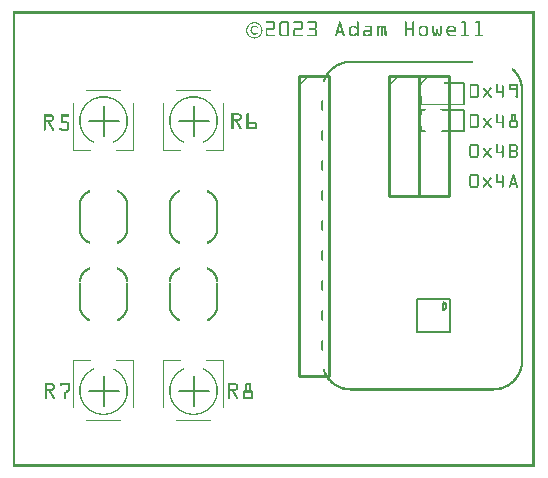
<source format=gto>
G04 MADE WITH FRITZING*
G04 WWW.FRITZING.ORG*
G04 DOUBLE SIDED*
G04 HOLES PLATED*
G04 CONTOUR ON CENTER OF CONTOUR VECTOR*
%ASAXBY*%
%FSLAX23Y23*%
%MOIN*%
%OFA0B0*%
%SFA1.0B1.0*%
%ADD10C,0.010000*%
%ADD11C,0.005000*%
%ADD12C,0.008000*%
%ADD13R,0.001000X0.001000*%
%LNSILK1*%
G90*
G70*
G54D10*
X1352Y1303D02*
X1352Y903D01*
D02*
X1352Y903D02*
X1452Y903D01*
D02*
X1452Y903D02*
X1452Y1303D01*
D02*
X1452Y1303D02*
X1352Y1303D01*
D02*
X1252Y1303D02*
X1252Y903D01*
D02*
X1252Y903D02*
X1352Y903D01*
D02*
X1352Y903D02*
X1352Y1303D01*
D02*
X1352Y1303D02*
X1252Y1303D01*
G54D11*
D02*
X602Y203D02*
X602Y253D01*
D02*
X552Y253D02*
X602Y253D01*
D02*
X602Y303D02*
X602Y253D01*
D02*
X602Y253D02*
X652Y253D01*
D02*
X302Y203D02*
X302Y253D01*
D02*
X252Y253D02*
X302Y253D01*
D02*
X302Y303D02*
X302Y253D01*
D02*
X302Y253D02*
X352Y253D01*
D02*
X602Y1203D02*
X602Y1153D01*
D02*
X652Y1153D02*
X602Y1153D01*
D02*
X602Y1103D02*
X602Y1153D01*
D02*
X602Y1153D02*
X552Y1153D01*
D02*
X302Y1203D02*
X302Y1153D01*
D02*
X352Y1153D02*
X302Y1153D01*
D02*
X302Y1103D02*
X302Y1153D01*
D02*
X302Y1153D02*
X252Y1153D01*
G54D10*
D02*
X952Y1303D02*
X952Y303D01*
D02*
X952Y303D02*
X1052Y303D01*
D02*
X1052Y303D02*
X1052Y1303D01*
D02*
X1052Y1303D02*
X952Y1303D01*
G54D12*
D02*
X681Y614D02*
X681Y535D01*
D02*
X523Y535D02*
X523Y614D01*
D02*
X523Y793D02*
X523Y872D01*
D02*
X681Y872D02*
X681Y793D01*
D02*
X381Y614D02*
X381Y535D01*
D02*
X223Y535D02*
X223Y614D01*
D02*
X223Y793D02*
X223Y872D01*
D02*
X381Y872D02*
X381Y793D01*
G54D11*
D02*
X1503Y1279D02*
X1503Y1208D01*
D02*
X1503Y1189D02*
X1503Y1118D01*
G54D12*
D02*
X1457Y448D02*
X1347Y448D01*
D02*
X1347Y448D02*
X1347Y559D01*
D02*
X1347Y559D02*
X1457Y559D01*
D02*
X1457Y559D02*
X1457Y448D01*
D02*
X1433Y523D02*
X1433Y547D01*
G54D13*
X1Y1518D02*
X1739Y1518D01*
X1Y1517D02*
X1739Y1517D01*
X1Y1516D02*
X1739Y1516D01*
X1Y1515D02*
X1739Y1515D01*
X1Y1514D02*
X1739Y1514D01*
X1Y1513D02*
X1739Y1513D01*
X1Y1512D02*
X1739Y1512D01*
X1Y1511D02*
X1739Y1511D01*
X1Y1510D02*
X8Y1510D01*
X1732Y1510D02*
X1739Y1510D01*
X1Y1509D02*
X8Y1509D01*
X1732Y1509D02*
X1739Y1509D01*
X1Y1508D02*
X8Y1508D01*
X1732Y1508D02*
X1739Y1508D01*
X1Y1507D02*
X8Y1507D01*
X1732Y1507D02*
X1739Y1507D01*
X1Y1506D02*
X8Y1506D01*
X1732Y1506D02*
X1739Y1506D01*
X1Y1505D02*
X8Y1505D01*
X1732Y1505D02*
X1739Y1505D01*
X1Y1504D02*
X8Y1504D01*
X1732Y1504D02*
X1739Y1504D01*
X1Y1503D02*
X8Y1503D01*
X1732Y1503D02*
X1739Y1503D01*
X1Y1502D02*
X8Y1502D01*
X1732Y1502D02*
X1739Y1502D01*
X1Y1501D02*
X8Y1501D01*
X1732Y1501D02*
X1739Y1501D01*
X1Y1500D02*
X8Y1500D01*
X1732Y1500D02*
X1739Y1500D01*
X1Y1499D02*
X8Y1499D01*
X1732Y1499D02*
X1739Y1499D01*
X1Y1498D02*
X8Y1498D01*
X1732Y1498D02*
X1739Y1498D01*
X1Y1497D02*
X8Y1497D01*
X1732Y1497D02*
X1739Y1497D01*
X1Y1496D02*
X8Y1496D01*
X1732Y1496D02*
X1739Y1496D01*
X1Y1495D02*
X8Y1495D01*
X1732Y1495D02*
X1739Y1495D01*
X1Y1494D02*
X8Y1494D01*
X1732Y1494D02*
X1739Y1494D01*
X1Y1493D02*
X8Y1493D01*
X1732Y1493D02*
X1739Y1493D01*
X1Y1492D02*
X8Y1492D01*
X1732Y1492D02*
X1739Y1492D01*
X1Y1491D02*
X8Y1491D01*
X1732Y1491D02*
X1739Y1491D01*
X1Y1490D02*
X8Y1490D01*
X1732Y1490D02*
X1739Y1490D01*
X1Y1489D02*
X8Y1489D01*
X1732Y1489D02*
X1739Y1489D01*
X1Y1488D02*
X8Y1488D01*
X1732Y1488D02*
X1739Y1488D01*
X1Y1487D02*
X8Y1487D01*
X1732Y1487D02*
X1739Y1487D01*
X1Y1486D02*
X8Y1486D01*
X1732Y1486D02*
X1739Y1486D01*
X1Y1485D02*
X8Y1485D01*
X1732Y1485D02*
X1739Y1485D01*
X1Y1484D02*
X8Y1484D01*
X844Y1484D02*
X870Y1484D01*
X893Y1484D02*
X916Y1484D01*
X937Y1484D02*
X962Y1484D01*
X983Y1484D02*
X1009Y1484D01*
X1089Y1484D02*
X1091Y1484D01*
X1148Y1484D02*
X1150Y1484D01*
X1308Y1484D02*
X1310Y1484D01*
X1333Y1484D02*
X1336Y1484D01*
X1497Y1484D02*
X1508Y1484D01*
X1543Y1484D02*
X1555Y1484D01*
X1732Y1484D02*
X1739Y1484D01*
X1Y1483D02*
X8Y1483D01*
X843Y1483D02*
X871Y1483D01*
X891Y1483D02*
X917Y1483D01*
X936Y1483D02*
X964Y1483D01*
X982Y1483D02*
X1010Y1483D01*
X1088Y1483D02*
X1092Y1483D01*
X1147Y1483D02*
X1151Y1483D01*
X1307Y1483D02*
X1311Y1483D01*
X1332Y1483D02*
X1337Y1483D01*
X1496Y1483D02*
X1509Y1483D01*
X1542Y1483D02*
X1556Y1483D01*
X1732Y1483D02*
X1739Y1483D01*
X1Y1482D02*
X8Y1482D01*
X803Y1482D02*
X807Y1482D01*
X843Y1482D02*
X872Y1482D01*
X890Y1482D02*
X918Y1482D01*
X935Y1482D02*
X965Y1482D01*
X982Y1482D02*
X1011Y1482D01*
X1087Y1482D02*
X1093Y1482D01*
X1146Y1482D02*
X1152Y1482D01*
X1306Y1482D02*
X1312Y1482D01*
X1332Y1482D02*
X1337Y1482D01*
X1495Y1482D02*
X1510Y1482D01*
X1542Y1482D02*
X1556Y1482D01*
X1732Y1482D02*
X1739Y1482D01*
X1Y1481D02*
X8Y1481D01*
X798Y1481D02*
X812Y1481D01*
X843Y1481D02*
X873Y1481D01*
X890Y1481D02*
X919Y1481D01*
X935Y1481D02*
X965Y1481D01*
X982Y1481D02*
X1012Y1481D01*
X1087Y1481D02*
X1093Y1481D01*
X1146Y1481D02*
X1152Y1481D01*
X1306Y1481D02*
X1312Y1481D01*
X1332Y1481D02*
X1337Y1481D01*
X1495Y1481D02*
X1510Y1481D01*
X1541Y1481D02*
X1556Y1481D01*
X1732Y1481D02*
X1739Y1481D01*
X1Y1480D02*
X8Y1480D01*
X795Y1480D02*
X815Y1480D01*
X843Y1480D02*
X873Y1480D01*
X889Y1480D02*
X920Y1480D01*
X936Y1480D02*
X966Y1480D01*
X982Y1480D02*
X1012Y1480D01*
X1087Y1480D02*
X1093Y1480D01*
X1146Y1480D02*
X1152Y1480D01*
X1306Y1480D02*
X1312Y1480D01*
X1332Y1480D02*
X1337Y1480D01*
X1495Y1480D02*
X1510Y1480D01*
X1542Y1480D02*
X1556Y1480D01*
X1732Y1480D02*
X1739Y1480D01*
X1Y1479D02*
X8Y1479D01*
X793Y1479D02*
X817Y1479D01*
X844Y1479D02*
X873Y1479D01*
X889Y1479D02*
X920Y1479D01*
X936Y1479D02*
X966Y1479D01*
X983Y1479D02*
X1013Y1479D01*
X1086Y1479D02*
X1093Y1479D01*
X1146Y1479D02*
X1152Y1479D01*
X1306Y1479D02*
X1312Y1479D01*
X1332Y1479D02*
X1337Y1479D01*
X1496Y1479D02*
X1510Y1479D01*
X1542Y1479D02*
X1556Y1479D01*
X1732Y1479D02*
X1739Y1479D01*
X1Y1478D02*
X8Y1478D01*
X791Y1478D02*
X799Y1478D01*
X811Y1478D02*
X819Y1478D01*
X868Y1478D02*
X874Y1478D01*
X889Y1478D02*
X895Y1478D01*
X914Y1478D02*
X920Y1478D01*
X960Y1478D02*
X966Y1478D01*
X1007Y1478D02*
X1013Y1478D01*
X1086Y1478D02*
X1094Y1478D01*
X1146Y1478D02*
X1152Y1478D01*
X1306Y1478D02*
X1312Y1478D01*
X1332Y1478D02*
X1337Y1478D01*
X1504Y1478D02*
X1510Y1478D01*
X1551Y1478D02*
X1556Y1478D01*
X1732Y1478D02*
X1739Y1478D01*
X1Y1477D02*
X8Y1477D01*
X790Y1477D02*
X796Y1477D01*
X814Y1477D02*
X820Y1477D01*
X868Y1477D02*
X874Y1477D01*
X889Y1477D02*
X894Y1477D01*
X914Y1477D02*
X920Y1477D01*
X961Y1477D02*
X966Y1477D01*
X1007Y1477D02*
X1013Y1477D01*
X1086Y1477D02*
X1094Y1477D01*
X1146Y1477D02*
X1152Y1477D01*
X1306Y1477D02*
X1312Y1477D01*
X1332Y1477D02*
X1337Y1477D01*
X1505Y1477D02*
X1510Y1477D01*
X1551Y1477D02*
X1556Y1477D01*
X1732Y1477D02*
X1739Y1477D01*
X1Y1476D02*
X8Y1476D01*
X789Y1476D02*
X794Y1476D01*
X816Y1476D02*
X822Y1476D01*
X868Y1476D02*
X874Y1476D01*
X889Y1476D02*
X894Y1476D01*
X914Y1476D02*
X920Y1476D01*
X961Y1476D02*
X966Y1476D01*
X1007Y1476D02*
X1013Y1476D01*
X1085Y1476D02*
X1094Y1476D01*
X1146Y1476D02*
X1152Y1476D01*
X1306Y1476D02*
X1312Y1476D01*
X1332Y1476D02*
X1337Y1476D01*
X1505Y1476D02*
X1510Y1476D01*
X1551Y1476D02*
X1556Y1476D01*
X1732Y1476D02*
X1739Y1476D01*
X1Y1475D02*
X8Y1475D01*
X787Y1475D02*
X792Y1475D01*
X818Y1475D02*
X823Y1475D01*
X868Y1475D02*
X874Y1475D01*
X889Y1475D02*
X894Y1475D01*
X914Y1475D02*
X920Y1475D01*
X961Y1475D02*
X966Y1475D01*
X1007Y1475D02*
X1013Y1475D01*
X1085Y1475D02*
X1095Y1475D01*
X1146Y1475D02*
X1152Y1475D01*
X1306Y1475D02*
X1312Y1475D01*
X1332Y1475D02*
X1337Y1475D01*
X1505Y1475D02*
X1510Y1475D01*
X1551Y1475D02*
X1556Y1475D01*
X1732Y1475D02*
X1739Y1475D01*
X1Y1474D02*
X8Y1474D01*
X786Y1474D02*
X791Y1474D01*
X819Y1474D02*
X824Y1474D01*
X868Y1474D02*
X874Y1474D01*
X889Y1474D02*
X894Y1474D01*
X914Y1474D02*
X920Y1474D01*
X961Y1474D02*
X966Y1474D01*
X1007Y1474D02*
X1013Y1474D01*
X1085Y1474D02*
X1095Y1474D01*
X1146Y1474D02*
X1152Y1474D01*
X1306Y1474D02*
X1312Y1474D01*
X1332Y1474D02*
X1337Y1474D01*
X1505Y1474D02*
X1510Y1474D01*
X1551Y1474D02*
X1556Y1474D01*
X1732Y1474D02*
X1739Y1474D01*
X1Y1473D02*
X8Y1473D01*
X785Y1473D02*
X790Y1473D01*
X821Y1473D02*
X825Y1473D01*
X868Y1473D02*
X874Y1473D01*
X889Y1473D02*
X894Y1473D01*
X914Y1473D02*
X920Y1473D01*
X961Y1473D02*
X966Y1473D01*
X1007Y1473D02*
X1013Y1473D01*
X1085Y1473D02*
X1095Y1473D01*
X1146Y1473D02*
X1152Y1473D01*
X1306Y1473D02*
X1312Y1473D01*
X1332Y1473D02*
X1337Y1473D01*
X1505Y1473D02*
X1510Y1473D01*
X1551Y1473D02*
X1556Y1473D01*
X1732Y1473D02*
X1739Y1473D01*
X1Y1472D02*
X8Y1472D01*
X785Y1472D02*
X788Y1472D01*
X822Y1472D02*
X826Y1472D01*
X868Y1472D02*
X874Y1472D01*
X889Y1472D02*
X894Y1472D01*
X914Y1472D02*
X920Y1472D01*
X961Y1472D02*
X966Y1472D01*
X1007Y1472D02*
X1013Y1472D01*
X1084Y1472D02*
X1096Y1472D01*
X1146Y1472D02*
X1152Y1472D01*
X1306Y1472D02*
X1312Y1472D01*
X1332Y1472D02*
X1337Y1472D01*
X1505Y1472D02*
X1510Y1472D01*
X1551Y1472D02*
X1556Y1472D01*
X1732Y1472D02*
X1739Y1472D01*
X1Y1471D02*
X8Y1471D01*
X784Y1471D02*
X787Y1471D01*
X823Y1471D02*
X826Y1471D01*
X868Y1471D02*
X874Y1471D01*
X889Y1471D02*
X894Y1471D01*
X914Y1471D02*
X920Y1471D01*
X961Y1471D02*
X966Y1471D01*
X1007Y1471D02*
X1013Y1471D01*
X1084Y1471D02*
X1096Y1471D01*
X1146Y1471D02*
X1152Y1471D01*
X1306Y1471D02*
X1312Y1471D01*
X1332Y1471D02*
X1337Y1471D01*
X1505Y1471D02*
X1510Y1471D01*
X1551Y1471D02*
X1556Y1471D01*
X1732Y1471D02*
X1739Y1471D01*
X1Y1470D02*
X8Y1470D01*
X783Y1470D02*
X787Y1470D01*
X803Y1470D02*
X809Y1470D01*
X824Y1470D02*
X827Y1470D01*
X868Y1470D02*
X874Y1470D01*
X889Y1470D02*
X894Y1470D01*
X914Y1470D02*
X920Y1470D01*
X961Y1470D02*
X966Y1470D01*
X1007Y1470D02*
X1013Y1470D01*
X1084Y1470D02*
X1096Y1470D01*
X1129Y1470D02*
X1141Y1470D01*
X1146Y1470D02*
X1152Y1470D01*
X1175Y1470D02*
X1192Y1470D01*
X1214Y1470D02*
X1217Y1470D01*
X1221Y1470D02*
X1228Y1470D01*
X1234Y1470D02*
X1240Y1470D01*
X1306Y1470D02*
X1312Y1470D01*
X1332Y1470D02*
X1337Y1470D01*
X1361Y1470D02*
X1376Y1470D01*
X1400Y1470D02*
X1403Y1470D01*
X1426Y1470D02*
X1430Y1470D01*
X1453Y1470D02*
X1469Y1470D01*
X1505Y1470D02*
X1510Y1470D01*
X1551Y1470D02*
X1556Y1470D01*
X1732Y1470D02*
X1739Y1470D01*
X1Y1469D02*
X8Y1469D01*
X782Y1469D02*
X786Y1469D01*
X800Y1469D02*
X812Y1469D01*
X824Y1469D02*
X828Y1469D01*
X868Y1469D02*
X874Y1469D01*
X889Y1469D02*
X894Y1469D01*
X914Y1469D02*
X920Y1469D01*
X961Y1469D02*
X966Y1469D01*
X1007Y1469D02*
X1013Y1469D01*
X1083Y1469D02*
X1096Y1469D01*
X1127Y1469D02*
X1142Y1469D01*
X1146Y1469D02*
X1152Y1469D01*
X1174Y1469D02*
X1193Y1469D01*
X1213Y1469D02*
X1218Y1469D01*
X1220Y1469D02*
X1229Y1469D01*
X1233Y1469D02*
X1241Y1469D01*
X1306Y1469D02*
X1312Y1469D01*
X1332Y1469D02*
X1337Y1469D01*
X1359Y1469D02*
X1377Y1469D01*
X1399Y1469D02*
X1404Y1469D01*
X1426Y1469D02*
X1430Y1469D01*
X1452Y1469D02*
X1470Y1469D01*
X1505Y1469D02*
X1510Y1469D01*
X1551Y1469D02*
X1556Y1469D01*
X1732Y1469D02*
X1739Y1469D01*
X1Y1468D02*
X8Y1468D01*
X782Y1468D02*
X785Y1468D01*
X798Y1468D02*
X814Y1468D01*
X825Y1468D02*
X828Y1468D01*
X868Y1468D02*
X874Y1468D01*
X889Y1468D02*
X894Y1468D01*
X914Y1468D02*
X920Y1468D01*
X961Y1468D02*
X966Y1468D01*
X1007Y1468D02*
X1013Y1468D01*
X1083Y1468D02*
X1089Y1468D01*
X1091Y1468D02*
X1097Y1468D01*
X1126Y1468D02*
X1144Y1468D01*
X1146Y1468D02*
X1152Y1468D01*
X1174Y1468D02*
X1195Y1468D01*
X1213Y1468D02*
X1242Y1468D01*
X1306Y1468D02*
X1312Y1468D01*
X1332Y1468D02*
X1337Y1468D01*
X1358Y1468D02*
X1379Y1468D01*
X1398Y1468D02*
X1404Y1468D01*
X1425Y1468D02*
X1431Y1468D01*
X1450Y1468D02*
X1471Y1468D01*
X1505Y1468D02*
X1510Y1468D01*
X1551Y1468D02*
X1556Y1468D01*
X1732Y1468D02*
X1739Y1468D01*
X1Y1467D02*
X8Y1467D01*
X781Y1467D02*
X784Y1467D01*
X797Y1467D02*
X815Y1467D01*
X826Y1467D02*
X829Y1467D01*
X868Y1467D02*
X874Y1467D01*
X889Y1467D02*
X894Y1467D01*
X914Y1467D02*
X920Y1467D01*
X961Y1467D02*
X966Y1467D01*
X1007Y1467D02*
X1013Y1467D01*
X1083Y1467D02*
X1089Y1467D01*
X1091Y1467D02*
X1097Y1467D01*
X1125Y1467D02*
X1152Y1467D01*
X1174Y1467D02*
X1195Y1467D01*
X1213Y1467D02*
X1243Y1467D01*
X1306Y1467D02*
X1312Y1467D01*
X1332Y1467D02*
X1337Y1467D01*
X1357Y1467D02*
X1380Y1467D01*
X1398Y1467D02*
X1404Y1467D01*
X1425Y1467D02*
X1431Y1467D01*
X1449Y1467D02*
X1473Y1467D01*
X1505Y1467D02*
X1510Y1467D01*
X1551Y1467D02*
X1556Y1467D01*
X1732Y1467D02*
X1739Y1467D01*
X1Y1466D02*
X8Y1466D01*
X781Y1466D02*
X784Y1466D01*
X796Y1466D02*
X815Y1466D01*
X826Y1466D02*
X829Y1466D01*
X868Y1466D02*
X874Y1466D01*
X889Y1466D02*
X894Y1466D01*
X914Y1466D02*
X920Y1466D01*
X961Y1466D02*
X966Y1466D01*
X1007Y1466D02*
X1013Y1466D01*
X1083Y1466D02*
X1088Y1466D01*
X1091Y1466D02*
X1097Y1466D01*
X1124Y1466D02*
X1152Y1466D01*
X1174Y1466D02*
X1196Y1466D01*
X1213Y1466D02*
X1243Y1466D01*
X1306Y1466D02*
X1312Y1466D01*
X1332Y1466D02*
X1337Y1466D01*
X1356Y1466D02*
X1381Y1466D01*
X1398Y1466D02*
X1404Y1466D01*
X1425Y1466D02*
X1431Y1466D01*
X1448Y1466D02*
X1474Y1466D01*
X1505Y1466D02*
X1510Y1466D01*
X1551Y1466D02*
X1556Y1466D01*
X1732Y1466D02*
X1739Y1466D01*
X1Y1465D02*
X8Y1465D01*
X780Y1465D02*
X783Y1465D01*
X795Y1465D02*
X802Y1465D01*
X810Y1465D02*
X815Y1465D01*
X827Y1465D02*
X830Y1465D01*
X868Y1465D02*
X874Y1465D01*
X889Y1465D02*
X894Y1465D01*
X914Y1465D02*
X920Y1465D01*
X961Y1465D02*
X966Y1465D01*
X1007Y1465D02*
X1013Y1465D01*
X1082Y1465D02*
X1088Y1465D01*
X1092Y1465D02*
X1098Y1465D01*
X1123Y1465D02*
X1152Y1465D01*
X1175Y1465D02*
X1197Y1465D01*
X1213Y1465D02*
X1244Y1465D01*
X1306Y1465D02*
X1312Y1465D01*
X1332Y1465D02*
X1337Y1465D01*
X1355Y1465D02*
X1382Y1465D01*
X1398Y1465D02*
X1404Y1465D01*
X1425Y1465D02*
X1431Y1465D01*
X1448Y1465D02*
X1475Y1465D01*
X1505Y1465D02*
X1510Y1465D01*
X1551Y1465D02*
X1556Y1465D01*
X1732Y1465D02*
X1739Y1465D01*
X1Y1464D02*
X8Y1464D01*
X780Y1464D02*
X783Y1464D01*
X795Y1464D02*
X800Y1464D01*
X813Y1464D02*
X815Y1464D01*
X827Y1464D02*
X830Y1464D01*
X868Y1464D02*
X874Y1464D01*
X889Y1464D02*
X894Y1464D01*
X914Y1464D02*
X920Y1464D01*
X961Y1464D02*
X966Y1464D01*
X1006Y1464D02*
X1012Y1464D01*
X1082Y1464D02*
X1088Y1464D01*
X1092Y1464D02*
X1098Y1464D01*
X1122Y1464D02*
X1130Y1464D01*
X1139Y1464D02*
X1152Y1464D01*
X1190Y1464D02*
X1197Y1464D01*
X1213Y1464D02*
X1223Y1464D01*
X1226Y1464D02*
X1236Y1464D01*
X1238Y1464D02*
X1244Y1464D01*
X1306Y1464D02*
X1312Y1464D01*
X1332Y1464D02*
X1337Y1464D01*
X1354Y1464D02*
X1362Y1464D01*
X1374Y1464D02*
X1382Y1464D01*
X1399Y1464D02*
X1404Y1464D01*
X1425Y1464D02*
X1431Y1464D01*
X1447Y1464D02*
X1455Y1464D01*
X1467Y1464D02*
X1475Y1464D01*
X1505Y1464D02*
X1510Y1464D01*
X1551Y1464D02*
X1556Y1464D01*
X1732Y1464D02*
X1739Y1464D01*
X1Y1463D02*
X8Y1463D01*
X780Y1463D02*
X783Y1463D01*
X794Y1463D02*
X799Y1463D01*
X814Y1463D02*
X815Y1463D01*
X828Y1463D02*
X831Y1463D01*
X868Y1463D02*
X874Y1463D01*
X889Y1463D02*
X894Y1463D01*
X914Y1463D02*
X920Y1463D01*
X961Y1463D02*
X966Y1463D01*
X1005Y1463D02*
X1012Y1463D01*
X1082Y1463D02*
X1087Y1463D01*
X1092Y1463D02*
X1098Y1463D01*
X1122Y1463D02*
X1129Y1463D01*
X1140Y1463D02*
X1152Y1463D01*
X1191Y1463D02*
X1197Y1463D01*
X1213Y1463D02*
X1222Y1463D01*
X1226Y1463D02*
X1234Y1463D01*
X1239Y1463D02*
X1244Y1463D01*
X1306Y1463D02*
X1312Y1463D01*
X1332Y1463D02*
X1337Y1463D01*
X1354Y1463D02*
X1361Y1463D01*
X1376Y1463D02*
X1383Y1463D01*
X1399Y1463D02*
X1404Y1463D01*
X1425Y1463D02*
X1431Y1463D01*
X1446Y1463D02*
X1454Y1463D01*
X1469Y1463D02*
X1476Y1463D01*
X1505Y1463D02*
X1510Y1463D01*
X1551Y1463D02*
X1556Y1463D01*
X1732Y1463D02*
X1739Y1463D01*
X1Y1462D02*
X8Y1462D01*
X779Y1462D02*
X782Y1462D01*
X794Y1462D02*
X799Y1462D01*
X828Y1462D02*
X831Y1462D01*
X846Y1462D02*
X873Y1462D01*
X889Y1462D02*
X894Y1462D01*
X914Y1462D02*
X920Y1462D01*
X939Y1462D02*
X966Y1462D01*
X989Y1462D02*
X1012Y1462D01*
X1081Y1462D02*
X1087Y1462D01*
X1093Y1462D02*
X1098Y1462D01*
X1121Y1462D02*
X1128Y1462D01*
X1142Y1462D02*
X1152Y1462D01*
X1192Y1462D02*
X1197Y1462D01*
X1213Y1462D02*
X1221Y1462D01*
X1226Y1462D02*
X1233Y1462D01*
X1239Y1462D02*
X1244Y1462D01*
X1306Y1462D02*
X1337Y1462D01*
X1353Y1462D02*
X1360Y1462D01*
X1377Y1462D02*
X1383Y1462D01*
X1399Y1462D02*
X1404Y1462D01*
X1425Y1462D02*
X1431Y1462D01*
X1446Y1462D02*
X1452Y1462D01*
X1470Y1462D02*
X1476Y1462D01*
X1505Y1462D02*
X1510Y1462D01*
X1551Y1462D02*
X1556Y1462D01*
X1732Y1462D02*
X1739Y1462D01*
X1Y1461D02*
X8Y1461D01*
X779Y1461D02*
X782Y1461D01*
X793Y1461D02*
X798Y1461D01*
X828Y1461D02*
X831Y1461D01*
X845Y1461D02*
X873Y1461D01*
X889Y1461D02*
X894Y1461D01*
X914Y1461D02*
X920Y1461D01*
X938Y1461D02*
X966Y1461D01*
X988Y1461D02*
X1011Y1461D01*
X1081Y1461D02*
X1087Y1461D01*
X1093Y1461D02*
X1099Y1461D01*
X1121Y1461D02*
X1127Y1461D01*
X1143Y1461D02*
X1152Y1461D01*
X1192Y1461D02*
X1197Y1461D01*
X1213Y1461D02*
X1219Y1461D01*
X1226Y1461D02*
X1232Y1461D01*
X1239Y1461D02*
X1244Y1461D01*
X1306Y1461D02*
X1337Y1461D01*
X1353Y1461D02*
X1359Y1461D01*
X1378Y1461D02*
X1384Y1461D01*
X1399Y1461D02*
X1404Y1461D01*
X1425Y1461D02*
X1430Y1461D01*
X1446Y1461D02*
X1452Y1461D01*
X1470Y1461D02*
X1476Y1461D01*
X1505Y1461D02*
X1510Y1461D01*
X1551Y1461D02*
X1556Y1461D01*
X1732Y1461D02*
X1739Y1461D01*
X1Y1460D02*
X8Y1460D01*
X779Y1460D02*
X782Y1460D01*
X793Y1460D02*
X798Y1460D01*
X829Y1460D02*
X831Y1460D01*
X844Y1460D02*
X873Y1460D01*
X889Y1460D02*
X894Y1460D01*
X914Y1460D02*
X920Y1460D01*
X937Y1460D02*
X966Y1460D01*
X988Y1460D02*
X1010Y1460D01*
X1081Y1460D02*
X1087Y1460D01*
X1093Y1460D02*
X1099Y1460D01*
X1121Y1460D02*
X1126Y1460D01*
X1144Y1460D02*
X1152Y1460D01*
X1192Y1460D02*
X1197Y1460D01*
X1213Y1460D02*
X1219Y1460D01*
X1226Y1460D02*
X1232Y1460D01*
X1239Y1460D02*
X1244Y1460D01*
X1306Y1460D02*
X1337Y1460D01*
X1353Y1460D02*
X1358Y1460D01*
X1378Y1460D02*
X1384Y1460D01*
X1399Y1460D02*
X1404Y1460D01*
X1425Y1460D02*
X1430Y1460D01*
X1446Y1460D02*
X1451Y1460D01*
X1471Y1460D02*
X1476Y1460D01*
X1505Y1460D02*
X1510Y1460D01*
X1551Y1460D02*
X1556Y1460D01*
X1732Y1460D02*
X1739Y1460D01*
X1Y1459D02*
X8Y1459D01*
X779Y1459D02*
X781Y1459D01*
X793Y1459D02*
X798Y1459D01*
X829Y1459D02*
X831Y1459D01*
X843Y1459D02*
X872Y1459D01*
X889Y1459D02*
X894Y1459D01*
X914Y1459D02*
X920Y1459D01*
X936Y1459D02*
X965Y1459D01*
X988Y1459D02*
X1011Y1459D01*
X1081Y1459D02*
X1086Y1459D01*
X1094Y1459D02*
X1099Y1459D01*
X1121Y1459D02*
X1126Y1459D01*
X1145Y1459D02*
X1152Y1459D01*
X1192Y1459D02*
X1197Y1459D01*
X1213Y1459D02*
X1219Y1459D01*
X1226Y1459D02*
X1232Y1459D01*
X1239Y1459D02*
X1244Y1459D01*
X1306Y1459D02*
X1337Y1459D01*
X1353Y1459D02*
X1358Y1459D01*
X1378Y1459D02*
X1384Y1459D01*
X1399Y1459D02*
X1404Y1459D01*
X1413Y1459D02*
X1416Y1459D01*
X1425Y1459D02*
X1430Y1459D01*
X1445Y1459D02*
X1451Y1459D01*
X1471Y1459D02*
X1476Y1459D01*
X1505Y1459D02*
X1510Y1459D01*
X1551Y1459D02*
X1556Y1459D01*
X1732Y1459D02*
X1739Y1459D01*
X1Y1458D02*
X8Y1458D01*
X779Y1458D02*
X781Y1458D01*
X793Y1458D02*
X797Y1458D01*
X829Y1458D02*
X831Y1458D01*
X843Y1458D02*
X871Y1458D01*
X889Y1458D02*
X894Y1458D01*
X914Y1458D02*
X920Y1458D01*
X936Y1458D02*
X964Y1458D01*
X988Y1458D02*
X1011Y1458D01*
X1080Y1458D02*
X1086Y1458D01*
X1094Y1458D02*
X1100Y1458D01*
X1121Y1458D02*
X1126Y1458D01*
X1146Y1458D02*
X1152Y1458D01*
X1192Y1458D02*
X1197Y1458D01*
X1213Y1458D02*
X1219Y1458D01*
X1226Y1458D02*
X1232Y1458D01*
X1239Y1458D02*
X1244Y1458D01*
X1306Y1458D02*
X1337Y1458D01*
X1353Y1458D02*
X1358Y1458D01*
X1378Y1458D02*
X1384Y1458D01*
X1399Y1458D02*
X1404Y1458D01*
X1412Y1458D02*
X1417Y1458D01*
X1425Y1458D02*
X1430Y1458D01*
X1445Y1458D02*
X1451Y1458D01*
X1471Y1458D02*
X1476Y1458D01*
X1505Y1458D02*
X1510Y1458D01*
X1551Y1458D02*
X1556Y1458D01*
X1732Y1458D02*
X1739Y1458D01*
X1Y1457D02*
X8Y1457D01*
X779Y1457D02*
X781Y1457D01*
X793Y1457D02*
X797Y1457D01*
X829Y1457D02*
X832Y1457D01*
X843Y1457D02*
X870Y1457D01*
X889Y1457D02*
X894Y1457D01*
X914Y1457D02*
X920Y1457D01*
X935Y1457D02*
X963Y1457D01*
X989Y1457D02*
X1012Y1457D01*
X1080Y1457D02*
X1086Y1457D01*
X1094Y1457D02*
X1100Y1457D01*
X1121Y1457D02*
X1126Y1457D01*
X1146Y1457D02*
X1152Y1457D01*
X1174Y1457D02*
X1198Y1457D01*
X1213Y1457D02*
X1219Y1457D01*
X1226Y1457D02*
X1232Y1457D01*
X1239Y1457D02*
X1244Y1457D01*
X1306Y1457D02*
X1337Y1457D01*
X1353Y1457D02*
X1358Y1457D01*
X1378Y1457D02*
X1384Y1457D01*
X1399Y1457D02*
X1404Y1457D01*
X1412Y1457D02*
X1417Y1457D01*
X1425Y1457D02*
X1430Y1457D01*
X1445Y1457D02*
X1451Y1457D01*
X1471Y1457D02*
X1476Y1457D01*
X1505Y1457D02*
X1510Y1457D01*
X1551Y1457D02*
X1556Y1457D01*
X1732Y1457D02*
X1739Y1457D01*
X1Y1456D02*
X8Y1456D01*
X779Y1456D02*
X781Y1456D01*
X792Y1456D02*
X797Y1456D01*
X829Y1456D02*
X832Y1456D01*
X843Y1456D02*
X848Y1456D01*
X889Y1456D02*
X894Y1456D01*
X914Y1456D02*
X920Y1456D01*
X935Y1456D02*
X941Y1456D01*
X1005Y1456D02*
X1012Y1456D01*
X1080Y1456D02*
X1085Y1456D01*
X1094Y1456D02*
X1100Y1456D01*
X1121Y1456D02*
X1126Y1456D01*
X1146Y1456D02*
X1152Y1456D01*
X1172Y1456D02*
X1198Y1456D01*
X1213Y1456D02*
X1219Y1456D01*
X1226Y1456D02*
X1232Y1456D01*
X1239Y1456D02*
X1244Y1456D01*
X1306Y1456D02*
X1312Y1456D01*
X1332Y1456D02*
X1337Y1456D01*
X1353Y1456D02*
X1358Y1456D01*
X1378Y1456D02*
X1384Y1456D01*
X1399Y1456D02*
X1404Y1456D01*
X1412Y1456D02*
X1417Y1456D01*
X1425Y1456D02*
X1430Y1456D01*
X1445Y1456D02*
X1451Y1456D01*
X1471Y1456D02*
X1476Y1456D01*
X1505Y1456D02*
X1510Y1456D01*
X1551Y1456D02*
X1556Y1456D01*
X1732Y1456D02*
X1739Y1456D01*
X1Y1455D02*
X8Y1455D01*
X778Y1455D02*
X781Y1455D01*
X792Y1455D02*
X797Y1455D01*
X829Y1455D02*
X832Y1455D01*
X843Y1455D02*
X848Y1455D01*
X889Y1455D02*
X894Y1455D01*
X914Y1455D02*
X920Y1455D01*
X935Y1455D02*
X941Y1455D01*
X1006Y1455D02*
X1012Y1455D01*
X1079Y1455D02*
X1085Y1455D01*
X1095Y1455D02*
X1100Y1455D01*
X1121Y1455D02*
X1126Y1455D01*
X1146Y1455D02*
X1152Y1455D01*
X1171Y1455D02*
X1198Y1455D01*
X1213Y1455D02*
X1219Y1455D01*
X1226Y1455D02*
X1232Y1455D01*
X1239Y1455D02*
X1244Y1455D01*
X1306Y1455D02*
X1312Y1455D01*
X1332Y1455D02*
X1337Y1455D01*
X1353Y1455D02*
X1358Y1455D01*
X1378Y1455D02*
X1384Y1455D01*
X1399Y1455D02*
X1404Y1455D01*
X1412Y1455D02*
X1417Y1455D01*
X1425Y1455D02*
X1430Y1455D01*
X1445Y1455D02*
X1451Y1455D01*
X1471Y1455D02*
X1476Y1455D01*
X1505Y1455D02*
X1510Y1455D01*
X1551Y1455D02*
X1556Y1455D01*
X1732Y1455D02*
X1739Y1455D01*
X1Y1454D02*
X8Y1454D01*
X779Y1454D02*
X781Y1454D01*
X792Y1454D02*
X797Y1454D01*
X829Y1454D02*
X832Y1454D01*
X843Y1454D02*
X848Y1454D01*
X889Y1454D02*
X894Y1454D01*
X914Y1454D02*
X920Y1454D01*
X935Y1454D02*
X941Y1454D01*
X1007Y1454D02*
X1013Y1454D01*
X1079Y1454D02*
X1085Y1454D01*
X1095Y1454D02*
X1101Y1454D01*
X1121Y1454D02*
X1126Y1454D01*
X1146Y1454D02*
X1152Y1454D01*
X1170Y1454D02*
X1198Y1454D01*
X1213Y1454D02*
X1219Y1454D01*
X1226Y1454D02*
X1232Y1454D01*
X1239Y1454D02*
X1244Y1454D01*
X1306Y1454D02*
X1312Y1454D01*
X1332Y1454D02*
X1337Y1454D01*
X1353Y1454D02*
X1358Y1454D01*
X1378Y1454D02*
X1384Y1454D01*
X1399Y1454D02*
X1404Y1454D01*
X1412Y1454D02*
X1417Y1454D01*
X1425Y1454D02*
X1430Y1454D01*
X1445Y1454D02*
X1476Y1454D01*
X1505Y1454D02*
X1510Y1454D01*
X1551Y1454D02*
X1556Y1454D01*
X1732Y1454D02*
X1739Y1454D01*
X1Y1453D02*
X8Y1453D01*
X779Y1453D02*
X781Y1453D01*
X793Y1453D02*
X797Y1453D01*
X829Y1453D02*
X832Y1453D01*
X843Y1453D02*
X848Y1453D01*
X889Y1453D02*
X894Y1453D01*
X914Y1453D02*
X920Y1453D01*
X935Y1453D02*
X941Y1453D01*
X1007Y1453D02*
X1013Y1453D01*
X1079Y1453D02*
X1085Y1453D01*
X1095Y1453D02*
X1101Y1453D01*
X1121Y1453D02*
X1126Y1453D01*
X1146Y1453D02*
X1152Y1453D01*
X1169Y1453D02*
X1198Y1453D01*
X1213Y1453D02*
X1219Y1453D01*
X1226Y1453D02*
X1232Y1453D01*
X1239Y1453D02*
X1244Y1453D01*
X1306Y1453D02*
X1312Y1453D01*
X1332Y1453D02*
X1337Y1453D01*
X1353Y1453D02*
X1358Y1453D01*
X1378Y1453D02*
X1384Y1453D01*
X1399Y1453D02*
X1404Y1453D01*
X1412Y1453D02*
X1417Y1453D01*
X1425Y1453D02*
X1430Y1453D01*
X1445Y1453D02*
X1476Y1453D01*
X1505Y1453D02*
X1510Y1453D01*
X1551Y1453D02*
X1556Y1453D01*
X1732Y1453D02*
X1739Y1453D01*
X1Y1452D02*
X8Y1452D01*
X779Y1452D02*
X781Y1452D01*
X793Y1452D02*
X797Y1452D01*
X829Y1452D02*
X831Y1452D01*
X843Y1452D02*
X848Y1452D01*
X889Y1452D02*
X894Y1452D01*
X914Y1452D02*
X920Y1452D01*
X935Y1452D02*
X941Y1452D01*
X1007Y1452D02*
X1013Y1452D01*
X1078Y1452D02*
X1085Y1452D01*
X1095Y1452D02*
X1101Y1452D01*
X1121Y1452D02*
X1126Y1452D01*
X1146Y1452D02*
X1152Y1452D01*
X1168Y1452D02*
X1198Y1452D01*
X1213Y1452D02*
X1219Y1452D01*
X1226Y1452D02*
X1232Y1452D01*
X1239Y1452D02*
X1244Y1452D01*
X1306Y1452D02*
X1312Y1452D01*
X1332Y1452D02*
X1337Y1452D01*
X1353Y1452D02*
X1358Y1452D01*
X1378Y1452D02*
X1384Y1452D01*
X1399Y1452D02*
X1404Y1452D01*
X1412Y1452D02*
X1417Y1452D01*
X1425Y1452D02*
X1430Y1452D01*
X1445Y1452D02*
X1476Y1452D01*
X1505Y1452D02*
X1510Y1452D01*
X1551Y1452D02*
X1556Y1452D01*
X1732Y1452D02*
X1739Y1452D01*
X1Y1451D02*
X8Y1451D01*
X779Y1451D02*
X781Y1451D01*
X793Y1451D02*
X798Y1451D01*
X829Y1451D02*
X831Y1451D01*
X843Y1451D02*
X848Y1451D01*
X889Y1451D02*
X894Y1451D01*
X914Y1451D02*
X920Y1451D01*
X935Y1451D02*
X941Y1451D01*
X1007Y1451D02*
X1013Y1451D01*
X1078Y1451D02*
X1102Y1451D01*
X1121Y1451D02*
X1126Y1451D01*
X1146Y1451D02*
X1152Y1451D01*
X1168Y1451D02*
X1198Y1451D01*
X1213Y1451D02*
X1219Y1451D01*
X1226Y1451D02*
X1232Y1451D01*
X1239Y1451D02*
X1245Y1451D01*
X1306Y1451D02*
X1312Y1451D01*
X1332Y1451D02*
X1337Y1451D01*
X1353Y1451D02*
X1358Y1451D01*
X1378Y1451D02*
X1384Y1451D01*
X1399Y1451D02*
X1404Y1451D01*
X1412Y1451D02*
X1417Y1451D01*
X1425Y1451D02*
X1430Y1451D01*
X1445Y1451D02*
X1476Y1451D01*
X1505Y1451D02*
X1510Y1451D01*
X1551Y1451D02*
X1556Y1451D01*
X1732Y1451D02*
X1739Y1451D01*
X1Y1450D02*
X8Y1450D01*
X779Y1450D02*
X782Y1450D01*
X793Y1450D02*
X798Y1450D01*
X829Y1450D02*
X831Y1450D01*
X843Y1450D02*
X848Y1450D01*
X889Y1450D02*
X894Y1450D01*
X914Y1450D02*
X920Y1450D01*
X935Y1450D02*
X941Y1450D01*
X1007Y1450D02*
X1013Y1450D01*
X1078Y1450D02*
X1102Y1450D01*
X1121Y1450D02*
X1126Y1450D01*
X1146Y1450D02*
X1152Y1450D01*
X1168Y1450D02*
X1174Y1450D01*
X1191Y1450D02*
X1198Y1450D01*
X1213Y1450D02*
X1219Y1450D01*
X1226Y1450D02*
X1232Y1450D01*
X1239Y1450D02*
X1245Y1450D01*
X1306Y1450D02*
X1312Y1450D01*
X1332Y1450D02*
X1337Y1450D01*
X1353Y1450D02*
X1358Y1450D01*
X1378Y1450D02*
X1384Y1450D01*
X1399Y1450D02*
X1405Y1450D01*
X1412Y1450D02*
X1417Y1450D01*
X1425Y1450D02*
X1430Y1450D01*
X1445Y1450D02*
X1476Y1450D01*
X1505Y1450D02*
X1510Y1450D01*
X1551Y1450D02*
X1556Y1450D01*
X1732Y1450D02*
X1739Y1450D01*
X1Y1449D02*
X8Y1449D01*
X779Y1449D02*
X782Y1449D01*
X793Y1449D02*
X798Y1449D01*
X828Y1449D02*
X831Y1449D01*
X843Y1449D02*
X848Y1449D01*
X889Y1449D02*
X894Y1449D01*
X914Y1449D02*
X920Y1449D01*
X935Y1449D02*
X941Y1449D01*
X1007Y1449D02*
X1013Y1449D01*
X1078Y1449D02*
X1102Y1449D01*
X1121Y1449D02*
X1126Y1449D01*
X1146Y1449D02*
X1152Y1449D01*
X1167Y1449D02*
X1173Y1449D01*
X1192Y1449D02*
X1198Y1449D01*
X1213Y1449D02*
X1219Y1449D01*
X1226Y1449D02*
X1232Y1449D01*
X1239Y1449D02*
X1245Y1449D01*
X1306Y1449D02*
X1312Y1449D01*
X1332Y1449D02*
X1337Y1449D01*
X1353Y1449D02*
X1358Y1449D01*
X1378Y1449D02*
X1384Y1449D01*
X1399Y1449D02*
X1405Y1449D01*
X1412Y1449D02*
X1418Y1449D01*
X1425Y1449D02*
X1430Y1449D01*
X1445Y1449D02*
X1475Y1449D01*
X1505Y1449D02*
X1510Y1449D01*
X1551Y1449D02*
X1556Y1449D01*
X1732Y1449D02*
X1739Y1449D01*
X1Y1448D02*
X8Y1448D01*
X779Y1448D02*
X782Y1448D01*
X794Y1448D02*
X799Y1448D01*
X828Y1448D02*
X831Y1448D01*
X843Y1448D02*
X848Y1448D01*
X889Y1448D02*
X894Y1448D01*
X914Y1448D02*
X920Y1448D01*
X935Y1448D02*
X941Y1448D01*
X1007Y1448D02*
X1013Y1448D01*
X1077Y1448D02*
X1103Y1448D01*
X1121Y1448D02*
X1126Y1448D01*
X1146Y1448D02*
X1152Y1448D01*
X1167Y1448D02*
X1173Y1448D01*
X1192Y1448D02*
X1198Y1448D01*
X1213Y1448D02*
X1219Y1448D01*
X1226Y1448D02*
X1232Y1448D01*
X1239Y1448D02*
X1245Y1448D01*
X1306Y1448D02*
X1312Y1448D01*
X1332Y1448D02*
X1337Y1448D01*
X1353Y1448D02*
X1358Y1448D01*
X1378Y1448D02*
X1384Y1448D01*
X1399Y1448D02*
X1405Y1448D01*
X1411Y1448D02*
X1418Y1448D01*
X1424Y1448D02*
X1430Y1448D01*
X1445Y1448D02*
X1451Y1448D01*
X1505Y1448D02*
X1510Y1448D01*
X1551Y1448D02*
X1556Y1448D01*
X1732Y1448D02*
X1739Y1448D01*
X1Y1447D02*
X8Y1447D01*
X780Y1447D02*
X783Y1447D01*
X794Y1447D02*
X800Y1447D01*
X814Y1447D02*
X815Y1447D01*
X828Y1447D02*
X831Y1447D01*
X843Y1447D02*
X848Y1447D01*
X889Y1447D02*
X894Y1447D01*
X914Y1447D02*
X920Y1447D01*
X935Y1447D02*
X941Y1447D01*
X1007Y1447D02*
X1013Y1447D01*
X1077Y1447D02*
X1103Y1447D01*
X1121Y1447D02*
X1126Y1447D01*
X1146Y1447D02*
X1152Y1447D01*
X1167Y1447D02*
X1173Y1447D01*
X1192Y1447D02*
X1198Y1447D01*
X1213Y1447D02*
X1219Y1447D01*
X1226Y1447D02*
X1232Y1447D01*
X1239Y1447D02*
X1245Y1447D01*
X1306Y1447D02*
X1312Y1447D01*
X1332Y1447D02*
X1337Y1447D01*
X1353Y1447D02*
X1358Y1447D01*
X1378Y1447D02*
X1384Y1447D01*
X1399Y1447D02*
X1405Y1447D01*
X1410Y1447D02*
X1419Y1447D01*
X1424Y1447D02*
X1430Y1447D01*
X1445Y1447D02*
X1451Y1447D01*
X1505Y1447D02*
X1510Y1447D01*
X1551Y1447D02*
X1556Y1447D01*
X1732Y1447D02*
X1739Y1447D01*
X1Y1446D02*
X8Y1446D01*
X780Y1446D02*
X783Y1446D01*
X795Y1446D02*
X801Y1446D01*
X812Y1446D02*
X815Y1446D01*
X827Y1446D02*
X830Y1446D01*
X843Y1446D02*
X848Y1446D01*
X889Y1446D02*
X894Y1446D01*
X914Y1446D02*
X920Y1446D01*
X935Y1446D02*
X941Y1446D01*
X1007Y1446D02*
X1013Y1446D01*
X1077Y1446D02*
X1103Y1446D01*
X1121Y1446D02*
X1126Y1446D01*
X1145Y1446D02*
X1152Y1446D01*
X1167Y1446D02*
X1173Y1446D01*
X1192Y1446D02*
X1198Y1446D01*
X1213Y1446D02*
X1219Y1446D01*
X1226Y1446D02*
X1232Y1446D01*
X1239Y1446D02*
X1245Y1446D01*
X1306Y1446D02*
X1312Y1446D01*
X1332Y1446D02*
X1337Y1446D01*
X1353Y1446D02*
X1358Y1446D01*
X1378Y1446D02*
X1384Y1446D01*
X1400Y1446D02*
X1405Y1446D01*
X1410Y1446D02*
X1419Y1446D01*
X1424Y1446D02*
X1429Y1446D01*
X1445Y1446D02*
X1451Y1446D01*
X1505Y1446D02*
X1510Y1446D01*
X1551Y1446D02*
X1556Y1446D01*
X1732Y1446D02*
X1739Y1446D01*
X1Y1445D02*
X8Y1445D01*
X780Y1445D02*
X783Y1445D01*
X795Y1445D02*
X803Y1445D01*
X809Y1445D02*
X815Y1445D01*
X827Y1445D02*
X830Y1445D01*
X843Y1445D02*
X848Y1445D01*
X889Y1445D02*
X894Y1445D01*
X914Y1445D02*
X920Y1445D01*
X935Y1445D02*
X941Y1445D01*
X1007Y1445D02*
X1013Y1445D01*
X1076Y1445D02*
X1082Y1445D01*
X1098Y1445D02*
X1103Y1445D01*
X1121Y1445D02*
X1127Y1445D01*
X1143Y1445D02*
X1152Y1445D01*
X1167Y1445D02*
X1173Y1445D01*
X1192Y1445D02*
X1198Y1445D01*
X1213Y1445D02*
X1219Y1445D01*
X1226Y1445D02*
X1232Y1445D01*
X1239Y1445D02*
X1245Y1445D01*
X1306Y1445D02*
X1312Y1445D01*
X1332Y1445D02*
X1337Y1445D01*
X1353Y1445D02*
X1359Y1445D01*
X1378Y1445D02*
X1384Y1445D01*
X1400Y1445D02*
X1406Y1445D01*
X1409Y1445D02*
X1420Y1445D01*
X1423Y1445D02*
X1429Y1445D01*
X1446Y1445D02*
X1451Y1445D01*
X1505Y1445D02*
X1510Y1445D01*
X1551Y1445D02*
X1556Y1445D01*
X1732Y1445D02*
X1739Y1445D01*
X1Y1444D02*
X8Y1444D01*
X781Y1444D02*
X784Y1444D01*
X796Y1444D02*
X815Y1444D01*
X826Y1444D02*
X829Y1444D01*
X843Y1444D02*
X848Y1444D01*
X889Y1444D02*
X894Y1444D01*
X914Y1444D02*
X920Y1444D01*
X935Y1444D02*
X941Y1444D01*
X1007Y1444D02*
X1013Y1444D01*
X1076Y1444D02*
X1082Y1444D01*
X1098Y1444D02*
X1104Y1444D01*
X1121Y1444D02*
X1127Y1444D01*
X1142Y1444D02*
X1152Y1444D01*
X1167Y1444D02*
X1173Y1444D01*
X1191Y1444D02*
X1198Y1444D01*
X1213Y1444D02*
X1219Y1444D01*
X1226Y1444D02*
X1232Y1444D01*
X1239Y1444D02*
X1245Y1444D01*
X1306Y1444D02*
X1312Y1444D01*
X1332Y1444D02*
X1337Y1444D01*
X1353Y1444D02*
X1359Y1444D01*
X1377Y1444D02*
X1383Y1444D01*
X1400Y1444D02*
X1406Y1444D01*
X1409Y1444D02*
X1420Y1444D01*
X1423Y1444D02*
X1429Y1444D01*
X1446Y1444D02*
X1452Y1444D01*
X1505Y1444D02*
X1510Y1444D01*
X1551Y1444D02*
X1556Y1444D01*
X1732Y1444D02*
X1739Y1444D01*
X1Y1443D02*
X8Y1443D01*
X781Y1443D02*
X784Y1443D01*
X797Y1443D02*
X815Y1443D01*
X826Y1443D02*
X829Y1443D01*
X843Y1443D02*
X848Y1443D01*
X889Y1443D02*
X894Y1443D01*
X914Y1443D02*
X920Y1443D01*
X935Y1443D02*
X941Y1443D01*
X1007Y1443D02*
X1013Y1443D01*
X1076Y1443D02*
X1082Y1443D01*
X1098Y1443D02*
X1104Y1443D01*
X1121Y1443D02*
X1128Y1443D01*
X1141Y1443D02*
X1152Y1443D01*
X1167Y1443D02*
X1173Y1443D01*
X1189Y1443D02*
X1198Y1443D01*
X1213Y1443D02*
X1219Y1443D01*
X1226Y1443D02*
X1232Y1443D01*
X1239Y1443D02*
X1245Y1443D01*
X1306Y1443D02*
X1312Y1443D01*
X1332Y1443D02*
X1337Y1443D01*
X1353Y1443D02*
X1360Y1443D01*
X1376Y1443D02*
X1383Y1443D01*
X1401Y1443D02*
X1406Y1443D01*
X1408Y1443D02*
X1421Y1443D01*
X1423Y1443D02*
X1429Y1443D01*
X1446Y1443D02*
X1453Y1443D01*
X1505Y1443D02*
X1510Y1443D01*
X1551Y1443D02*
X1556Y1443D01*
X1732Y1443D02*
X1739Y1443D01*
X1Y1442D02*
X8Y1442D01*
X782Y1442D02*
X785Y1442D01*
X799Y1442D02*
X813Y1442D01*
X825Y1442D02*
X828Y1442D01*
X843Y1442D02*
X848Y1442D01*
X889Y1442D02*
X894Y1442D01*
X914Y1442D02*
X920Y1442D01*
X935Y1442D02*
X941Y1442D01*
X1007Y1442D02*
X1013Y1442D01*
X1076Y1442D02*
X1081Y1442D01*
X1099Y1442D02*
X1104Y1442D01*
X1122Y1442D02*
X1129Y1442D01*
X1140Y1442D02*
X1152Y1442D01*
X1167Y1442D02*
X1174Y1442D01*
X1187Y1442D02*
X1198Y1442D01*
X1213Y1442D02*
X1219Y1442D01*
X1226Y1442D02*
X1232Y1442D01*
X1239Y1442D02*
X1245Y1442D01*
X1306Y1442D02*
X1312Y1442D01*
X1332Y1442D02*
X1337Y1442D01*
X1354Y1442D02*
X1361Y1442D01*
X1375Y1442D02*
X1383Y1442D01*
X1401Y1442D02*
X1428Y1442D01*
X1446Y1442D02*
X1454Y1442D01*
X1505Y1442D02*
X1510Y1442D01*
X1551Y1442D02*
X1556Y1442D01*
X1732Y1442D02*
X1739Y1442D01*
X1Y1441D02*
X8Y1441D01*
X782Y1441D02*
X786Y1441D01*
X801Y1441D02*
X811Y1441D01*
X824Y1441D02*
X828Y1441D01*
X843Y1441D02*
X849Y1441D01*
X889Y1441D02*
X895Y1441D01*
X914Y1441D02*
X920Y1441D01*
X935Y1441D02*
X941Y1441D01*
X1007Y1441D02*
X1013Y1441D01*
X1075Y1441D02*
X1081Y1441D01*
X1099Y1441D02*
X1105Y1441D01*
X1122Y1441D02*
X1132Y1441D01*
X1138Y1441D02*
X1152Y1441D01*
X1168Y1441D02*
X1176Y1441D01*
X1185Y1441D02*
X1198Y1441D01*
X1213Y1441D02*
X1219Y1441D01*
X1226Y1441D02*
X1232Y1441D01*
X1239Y1441D02*
X1245Y1441D01*
X1306Y1441D02*
X1312Y1441D01*
X1332Y1441D02*
X1337Y1441D01*
X1354Y1441D02*
X1364Y1441D01*
X1373Y1441D02*
X1382Y1441D01*
X1401Y1441D02*
X1413Y1441D01*
X1416Y1441D02*
X1428Y1441D01*
X1447Y1441D02*
X1456Y1441D01*
X1504Y1441D02*
X1510Y1441D01*
X1550Y1441D02*
X1557Y1441D01*
X1732Y1441D02*
X1739Y1441D01*
X1Y1440D02*
X8Y1440D01*
X783Y1440D02*
X787Y1440D01*
X824Y1440D02*
X827Y1440D01*
X843Y1440D02*
X872Y1440D01*
X889Y1440D02*
X920Y1440D01*
X935Y1440D02*
X965Y1440D01*
X983Y1440D02*
X1013Y1440D01*
X1075Y1440D02*
X1081Y1440D01*
X1099Y1440D02*
X1105Y1440D01*
X1123Y1440D02*
X1152Y1440D01*
X1168Y1440D02*
X1198Y1440D01*
X1213Y1440D02*
X1219Y1440D01*
X1226Y1440D02*
X1232Y1440D01*
X1239Y1440D02*
X1245Y1440D01*
X1306Y1440D02*
X1312Y1440D01*
X1332Y1440D02*
X1337Y1440D01*
X1355Y1440D02*
X1381Y1440D01*
X1401Y1440D02*
X1413Y1440D01*
X1416Y1440D02*
X1428Y1440D01*
X1448Y1440D02*
X1475Y1440D01*
X1496Y1440D02*
X1519Y1440D01*
X1542Y1440D02*
X1565Y1440D01*
X1732Y1440D02*
X1739Y1440D01*
X1Y1439D02*
X8Y1439D01*
X784Y1439D02*
X787Y1439D01*
X823Y1439D02*
X826Y1439D01*
X843Y1439D02*
X873Y1439D01*
X889Y1439D02*
X920Y1439D01*
X935Y1439D02*
X966Y1439D01*
X982Y1439D02*
X1012Y1439D01*
X1075Y1439D02*
X1080Y1439D01*
X1099Y1439D02*
X1105Y1439D01*
X1124Y1439D02*
X1152Y1439D01*
X1169Y1439D02*
X1198Y1439D01*
X1213Y1439D02*
X1219Y1439D01*
X1226Y1439D02*
X1232Y1439D01*
X1239Y1439D02*
X1245Y1439D01*
X1306Y1439D02*
X1312Y1439D01*
X1332Y1439D02*
X1337Y1439D01*
X1356Y1439D02*
X1380Y1439D01*
X1402Y1439D02*
X1412Y1439D01*
X1417Y1439D02*
X1427Y1439D01*
X1449Y1439D02*
X1476Y1439D01*
X1495Y1439D02*
X1519Y1439D01*
X1542Y1439D02*
X1566Y1439D01*
X1732Y1439D02*
X1739Y1439D01*
X1Y1438D02*
X8Y1438D01*
X785Y1438D02*
X788Y1438D01*
X822Y1438D02*
X826Y1438D01*
X843Y1438D02*
X873Y1438D01*
X890Y1438D02*
X919Y1438D01*
X935Y1438D02*
X966Y1438D01*
X982Y1438D02*
X1012Y1438D01*
X1074Y1438D02*
X1080Y1438D01*
X1100Y1438D02*
X1105Y1438D01*
X1125Y1438D02*
X1144Y1438D01*
X1146Y1438D02*
X1152Y1438D01*
X1169Y1438D02*
X1198Y1438D01*
X1213Y1438D02*
X1219Y1438D01*
X1226Y1438D02*
X1232Y1438D01*
X1240Y1438D02*
X1245Y1438D01*
X1306Y1438D02*
X1312Y1438D01*
X1332Y1438D02*
X1337Y1438D01*
X1357Y1438D02*
X1379Y1438D01*
X1402Y1438D02*
X1412Y1438D01*
X1418Y1438D02*
X1427Y1438D01*
X1450Y1438D02*
X1476Y1438D01*
X1495Y1438D02*
X1520Y1438D01*
X1541Y1438D02*
X1566Y1438D01*
X1732Y1438D02*
X1739Y1438D01*
X1Y1437D02*
X8Y1437D01*
X785Y1437D02*
X790Y1437D01*
X821Y1437D02*
X825Y1437D01*
X843Y1437D02*
X873Y1437D01*
X890Y1437D02*
X918Y1437D01*
X935Y1437D02*
X966Y1437D01*
X982Y1437D02*
X1011Y1437D01*
X1074Y1437D02*
X1080Y1437D01*
X1100Y1437D02*
X1105Y1437D01*
X1126Y1437D02*
X1143Y1437D01*
X1146Y1437D02*
X1152Y1437D01*
X1170Y1437D02*
X1191Y1437D01*
X1193Y1437D02*
X1198Y1437D01*
X1213Y1437D02*
X1218Y1437D01*
X1226Y1437D02*
X1232Y1437D01*
X1240Y1437D02*
X1245Y1437D01*
X1306Y1437D02*
X1312Y1437D01*
X1332Y1437D02*
X1337Y1437D01*
X1358Y1437D02*
X1378Y1437D01*
X1402Y1437D02*
X1411Y1437D01*
X1418Y1437D02*
X1427Y1437D01*
X1451Y1437D02*
X1476Y1437D01*
X1495Y1437D02*
X1519Y1437D01*
X1542Y1437D02*
X1566Y1437D01*
X1732Y1437D02*
X1739Y1437D01*
X1Y1436D02*
X8Y1436D01*
X786Y1436D02*
X791Y1436D01*
X819Y1436D02*
X824Y1436D01*
X843Y1436D02*
X873Y1436D01*
X891Y1436D02*
X917Y1436D01*
X935Y1436D02*
X966Y1436D01*
X982Y1436D02*
X1010Y1436D01*
X1075Y1436D02*
X1079Y1436D01*
X1100Y1436D02*
X1105Y1436D01*
X1128Y1436D02*
X1142Y1436D01*
X1147Y1436D02*
X1151Y1436D01*
X1172Y1436D02*
X1189Y1436D01*
X1193Y1436D02*
X1198Y1436D01*
X1214Y1436D02*
X1218Y1436D01*
X1227Y1436D02*
X1231Y1436D01*
X1240Y1436D02*
X1244Y1436D01*
X1307Y1436D02*
X1311Y1436D01*
X1332Y1436D02*
X1337Y1436D01*
X1360Y1436D02*
X1377Y1436D01*
X1403Y1436D02*
X1410Y1436D01*
X1419Y1436D02*
X1426Y1436D01*
X1452Y1436D02*
X1476Y1436D01*
X1496Y1436D02*
X1519Y1436D01*
X1542Y1436D02*
X1565Y1436D01*
X1732Y1436D02*
X1739Y1436D01*
X1Y1435D02*
X8Y1435D01*
X787Y1435D02*
X792Y1435D01*
X818Y1435D02*
X823Y1435D01*
X843Y1435D02*
X872Y1435D01*
X893Y1435D02*
X916Y1435D01*
X935Y1435D02*
X965Y1435D01*
X983Y1435D02*
X1009Y1435D01*
X1076Y1435D02*
X1078Y1435D01*
X1101Y1435D02*
X1104Y1435D01*
X1130Y1435D02*
X1140Y1435D01*
X1148Y1435D02*
X1150Y1435D01*
X1174Y1435D02*
X1187Y1435D01*
X1194Y1435D02*
X1197Y1435D01*
X1215Y1435D02*
X1217Y1435D01*
X1228Y1435D02*
X1230Y1435D01*
X1241Y1435D02*
X1243Y1435D01*
X1308Y1435D02*
X1310Y1435D01*
X1333Y1435D02*
X1336Y1435D01*
X1362Y1435D02*
X1375Y1435D01*
X1404Y1435D02*
X1409Y1435D01*
X1420Y1435D02*
X1425Y1435D01*
X1454Y1435D02*
X1475Y1435D01*
X1497Y1435D02*
X1518Y1435D01*
X1543Y1435D02*
X1564Y1435D01*
X1732Y1435D02*
X1739Y1435D01*
X1Y1434D02*
X8Y1434D01*
X789Y1434D02*
X794Y1434D01*
X816Y1434D02*
X822Y1434D01*
X1732Y1434D02*
X1739Y1434D01*
X1Y1433D02*
X8Y1433D01*
X790Y1433D02*
X796Y1433D01*
X814Y1433D02*
X820Y1433D01*
X1732Y1433D02*
X1739Y1433D01*
X1Y1432D02*
X8Y1432D01*
X791Y1432D02*
X799Y1432D01*
X811Y1432D02*
X819Y1432D01*
X1732Y1432D02*
X1739Y1432D01*
X1Y1431D02*
X8Y1431D01*
X793Y1431D02*
X817Y1431D01*
X1732Y1431D02*
X1739Y1431D01*
X1Y1430D02*
X8Y1430D01*
X795Y1430D02*
X815Y1430D01*
X1732Y1430D02*
X1739Y1430D01*
X1Y1429D02*
X8Y1429D01*
X798Y1429D02*
X812Y1429D01*
X1732Y1429D02*
X1739Y1429D01*
X1Y1428D02*
X8Y1428D01*
X803Y1428D02*
X807Y1428D01*
X1732Y1428D02*
X1739Y1428D01*
X1Y1427D02*
X8Y1427D01*
X1732Y1427D02*
X1739Y1427D01*
X1Y1426D02*
X8Y1426D01*
X1732Y1426D02*
X1739Y1426D01*
X1Y1425D02*
X8Y1425D01*
X1732Y1425D02*
X1739Y1425D01*
X1Y1424D02*
X8Y1424D01*
X1732Y1424D02*
X1739Y1424D01*
X1Y1423D02*
X8Y1423D01*
X1732Y1423D02*
X1739Y1423D01*
X1Y1422D02*
X8Y1422D01*
X1732Y1422D02*
X1739Y1422D01*
X1Y1421D02*
X8Y1421D01*
X1732Y1421D02*
X1739Y1421D01*
X1Y1420D02*
X8Y1420D01*
X1732Y1420D02*
X1739Y1420D01*
X1Y1419D02*
X8Y1419D01*
X1732Y1419D02*
X1739Y1419D01*
X1Y1418D02*
X8Y1418D01*
X1732Y1418D02*
X1739Y1418D01*
X1Y1417D02*
X8Y1417D01*
X1732Y1417D02*
X1739Y1417D01*
X1Y1416D02*
X8Y1416D01*
X1732Y1416D02*
X1739Y1416D01*
X1Y1415D02*
X8Y1415D01*
X1732Y1415D02*
X1739Y1415D01*
X1Y1414D02*
X8Y1414D01*
X1732Y1414D02*
X1739Y1414D01*
X1Y1413D02*
X8Y1413D01*
X1732Y1413D02*
X1739Y1413D01*
X1Y1412D02*
X8Y1412D01*
X1732Y1412D02*
X1739Y1412D01*
X1Y1411D02*
X8Y1411D01*
X1732Y1411D02*
X1739Y1411D01*
X1Y1410D02*
X8Y1410D01*
X1732Y1410D02*
X1739Y1410D01*
X1Y1409D02*
X8Y1409D01*
X1732Y1409D02*
X1739Y1409D01*
X1Y1408D02*
X8Y1408D01*
X1732Y1408D02*
X1739Y1408D01*
X1Y1407D02*
X8Y1407D01*
X1732Y1407D02*
X1739Y1407D01*
X1Y1406D02*
X8Y1406D01*
X1732Y1406D02*
X1739Y1406D01*
X1Y1405D02*
X8Y1405D01*
X1732Y1405D02*
X1739Y1405D01*
X1Y1404D02*
X8Y1404D01*
X1732Y1404D02*
X1739Y1404D01*
X1Y1403D02*
X8Y1403D01*
X1732Y1403D02*
X1739Y1403D01*
X1Y1402D02*
X8Y1402D01*
X1732Y1402D02*
X1739Y1402D01*
X1Y1401D02*
X8Y1401D01*
X1732Y1401D02*
X1739Y1401D01*
X1Y1400D02*
X8Y1400D01*
X1732Y1400D02*
X1739Y1400D01*
X1Y1399D02*
X8Y1399D01*
X1732Y1399D02*
X1739Y1399D01*
X1Y1398D02*
X8Y1398D01*
X1732Y1398D02*
X1739Y1398D01*
X1Y1397D02*
X8Y1397D01*
X1732Y1397D02*
X1739Y1397D01*
X1Y1396D02*
X8Y1396D01*
X1732Y1396D02*
X1739Y1396D01*
X1Y1395D02*
X8Y1395D01*
X1732Y1395D02*
X1739Y1395D01*
X1Y1394D02*
X8Y1394D01*
X1732Y1394D02*
X1739Y1394D01*
X1Y1393D02*
X8Y1393D01*
X1732Y1393D02*
X1739Y1393D01*
X1Y1392D02*
X8Y1392D01*
X1732Y1392D02*
X1739Y1392D01*
X1Y1391D02*
X8Y1391D01*
X1732Y1391D02*
X1739Y1391D01*
X1Y1390D02*
X8Y1390D01*
X1732Y1390D02*
X1739Y1390D01*
X1Y1389D02*
X8Y1389D01*
X1732Y1389D02*
X1739Y1389D01*
X1Y1388D02*
X8Y1388D01*
X1732Y1388D02*
X1739Y1388D01*
X1Y1387D02*
X8Y1387D01*
X1732Y1387D02*
X1739Y1387D01*
X1Y1386D02*
X8Y1386D01*
X1732Y1386D02*
X1739Y1386D01*
X1Y1385D02*
X8Y1385D01*
X1732Y1385D02*
X1739Y1385D01*
X1Y1384D02*
X8Y1384D01*
X1732Y1384D02*
X1739Y1384D01*
X1Y1383D02*
X8Y1383D01*
X1732Y1383D02*
X1739Y1383D01*
X1Y1382D02*
X8Y1382D01*
X1732Y1382D02*
X1739Y1382D01*
X1Y1381D02*
X8Y1381D01*
X1732Y1381D02*
X1739Y1381D01*
X1Y1380D02*
X8Y1380D01*
X1732Y1380D02*
X1739Y1380D01*
X1Y1379D02*
X8Y1379D01*
X1732Y1379D02*
X1739Y1379D01*
X1Y1378D02*
X8Y1378D01*
X1732Y1378D02*
X1739Y1378D01*
X1Y1377D02*
X8Y1377D01*
X1732Y1377D02*
X1739Y1377D01*
X1Y1376D02*
X8Y1376D01*
X1732Y1376D02*
X1739Y1376D01*
X1Y1375D02*
X8Y1375D01*
X1732Y1375D02*
X1739Y1375D01*
X1Y1374D02*
X8Y1374D01*
X1732Y1374D02*
X1739Y1374D01*
X1Y1373D02*
X8Y1373D01*
X1732Y1373D02*
X1739Y1373D01*
X1Y1372D02*
X8Y1372D01*
X1732Y1372D02*
X1739Y1372D01*
X1Y1371D02*
X8Y1371D01*
X1732Y1371D02*
X1739Y1371D01*
X1Y1370D02*
X8Y1370D01*
X1732Y1370D02*
X1739Y1370D01*
X1Y1369D02*
X8Y1369D01*
X1732Y1369D02*
X1739Y1369D01*
X1Y1368D02*
X8Y1368D01*
X1732Y1368D02*
X1739Y1368D01*
X1Y1367D02*
X8Y1367D01*
X1732Y1367D02*
X1739Y1367D01*
X1Y1366D02*
X8Y1366D01*
X1732Y1366D02*
X1739Y1366D01*
X1Y1365D02*
X8Y1365D01*
X1732Y1365D02*
X1739Y1365D01*
X1Y1364D02*
X8Y1364D01*
X1732Y1364D02*
X1739Y1364D01*
X1Y1363D02*
X8Y1363D01*
X1732Y1363D02*
X1739Y1363D01*
X1Y1362D02*
X8Y1362D01*
X1732Y1362D02*
X1739Y1362D01*
X1Y1361D02*
X8Y1361D01*
X1732Y1361D02*
X1739Y1361D01*
X1Y1360D02*
X8Y1360D01*
X1732Y1360D02*
X1739Y1360D01*
X1Y1359D02*
X8Y1359D01*
X1732Y1359D02*
X1739Y1359D01*
X1Y1358D02*
X8Y1358D01*
X1732Y1358D02*
X1739Y1358D01*
X1Y1357D02*
X8Y1357D01*
X1732Y1357D02*
X1739Y1357D01*
X1Y1356D02*
X8Y1356D01*
X1732Y1356D02*
X1739Y1356D01*
X1Y1355D02*
X8Y1355D01*
X1732Y1355D02*
X1739Y1355D01*
X1Y1354D02*
X8Y1354D01*
X1732Y1354D02*
X1739Y1354D01*
X1Y1353D02*
X8Y1353D01*
X1114Y1353D02*
X1533Y1353D01*
X1732Y1353D02*
X1739Y1353D01*
X1Y1352D02*
X8Y1352D01*
X1108Y1352D02*
X1533Y1352D01*
X1732Y1352D02*
X1739Y1352D01*
X1Y1351D02*
X8Y1351D01*
X1103Y1351D02*
X1533Y1351D01*
X1732Y1351D02*
X1739Y1351D01*
X1Y1350D02*
X8Y1350D01*
X1100Y1350D02*
X1533Y1350D01*
X1732Y1350D02*
X1739Y1350D01*
X1Y1349D02*
X8Y1349D01*
X1096Y1349D02*
X1533Y1349D01*
X1732Y1349D02*
X1739Y1349D01*
X1Y1348D02*
X8Y1348D01*
X1093Y1348D02*
X1533Y1348D01*
X1732Y1348D02*
X1739Y1348D01*
X1Y1347D02*
X8Y1347D01*
X1091Y1347D02*
X1533Y1347D01*
X1732Y1347D02*
X1739Y1347D01*
X1Y1346D02*
X8Y1346D01*
X1088Y1346D02*
X1533Y1346D01*
X1732Y1346D02*
X1739Y1346D01*
X1Y1345D02*
X8Y1345D01*
X1086Y1345D02*
X1113Y1345D01*
X1732Y1345D02*
X1739Y1345D01*
X1Y1344D02*
X8Y1344D01*
X1084Y1344D02*
X1107Y1344D01*
X1732Y1344D02*
X1739Y1344D01*
X1Y1343D02*
X8Y1343D01*
X1082Y1343D02*
X1103Y1343D01*
X1732Y1343D02*
X1739Y1343D01*
X1Y1342D02*
X8Y1342D01*
X1080Y1342D02*
X1099Y1342D01*
X1732Y1342D02*
X1739Y1342D01*
X1Y1341D02*
X8Y1341D01*
X1078Y1341D02*
X1096Y1341D01*
X1732Y1341D02*
X1739Y1341D01*
X1Y1340D02*
X8Y1340D01*
X1076Y1340D02*
X1093Y1340D01*
X1732Y1340D02*
X1739Y1340D01*
X1Y1339D02*
X8Y1339D01*
X1075Y1339D02*
X1091Y1339D01*
X1732Y1339D02*
X1739Y1339D01*
X1Y1338D02*
X8Y1338D01*
X1073Y1338D02*
X1089Y1338D01*
X1732Y1338D02*
X1739Y1338D01*
X1Y1337D02*
X8Y1337D01*
X1071Y1337D02*
X1087Y1337D01*
X1732Y1337D02*
X1739Y1337D01*
X1Y1336D02*
X8Y1336D01*
X1070Y1336D02*
X1084Y1336D01*
X1732Y1336D02*
X1739Y1336D01*
X1Y1335D02*
X8Y1335D01*
X1069Y1335D02*
X1083Y1335D01*
X1732Y1335D02*
X1739Y1335D01*
X1Y1334D02*
X8Y1334D01*
X1067Y1334D02*
X1081Y1334D01*
X1732Y1334D02*
X1739Y1334D01*
X1Y1333D02*
X8Y1333D01*
X1066Y1333D02*
X1079Y1333D01*
X1732Y1333D02*
X1739Y1333D01*
X1Y1332D02*
X8Y1332D01*
X1065Y1332D02*
X1077Y1332D01*
X1732Y1332D02*
X1739Y1332D01*
X1Y1331D02*
X8Y1331D01*
X1063Y1331D02*
X1076Y1331D01*
X1732Y1331D02*
X1739Y1331D01*
X1Y1330D02*
X8Y1330D01*
X1062Y1330D02*
X1074Y1330D01*
X1665Y1330D02*
X1666Y1330D01*
X1732Y1330D02*
X1739Y1330D01*
X1Y1329D02*
X8Y1329D01*
X1061Y1329D02*
X1073Y1329D01*
X1665Y1329D02*
X1667Y1329D01*
X1732Y1329D02*
X1739Y1329D01*
X1Y1328D02*
X8Y1328D01*
X1060Y1328D02*
X1072Y1328D01*
X1665Y1328D02*
X1668Y1328D01*
X1732Y1328D02*
X1739Y1328D01*
X1Y1327D02*
X8Y1327D01*
X1059Y1327D02*
X1070Y1327D01*
X1664Y1327D02*
X1669Y1327D01*
X1732Y1327D02*
X1739Y1327D01*
X1Y1326D02*
X8Y1326D01*
X1058Y1326D02*
X1069Y1326D01*
X1664Y1326D02*
X1670Y1326D01*
X1732Y1326D02*
X1739Y1326D01*
X1Y1325D02*
X8Y1325D01*
X1057Y1325D02*
X1068Y1325D01*
X1663Y1325D02*
X1671Y1325D01*
X1732Y1325D02*
X1739Y1325D01*
X1Y1324D02*
X8Y1324D01*
X1056Y1324D02*
X1067Y1324D01*
X1663Y1324D02*
X1672Y1324D01*
X1732Y1324D02*
X1739Y1324D01*
X1Y1323D02*
X8Y1323D01*
X1055Y1323D02*
X1065Y1323D01*
X1663Y1323D02*
X1673Y1323D01*
X1732Y1323D02*
X1739Y1323D01*
X1Y1322D02*
X8Y1322D01*
X1054Y1322D02*
X1064Y1322D01*
X1664Y1322D02*
X1674Y1322D01*
X1732Y1322D02*
X1739Y1322D01*
X1Y1321D02*
X8Y1321D01*
X1053Y1321D02*
X1063Y1321D01*
X1665Y1321D02*
X1675Y1321D01*
X1732Y1321D02*
X1739Y1321D01*
X1Y1320D02*
X8Y1320D01*
X1052Y1320D02*
X1062Y1320D01*
X1666Y1320D02*
X1676Y1320D01*
X1732Y1320D02*
X1739Y1320D01*
X1Y1319D02*
X8Y1319D01*
X1051Y1319D02*
X1061Y1319D01*
X1667Y1319D02*
X1677Y1319D01*
X1732Y1319D02*
X1739Y1319D01*
X1Y1318D02*
X8Y1318D01*
X1050Y1318D02*
X1060Y1318D01*
X1668Y1318D02*
X1678Y1318D01*
X1732Y1318D02*
X1739Y1318D01*
X1Y1317D02*
X8Y1317D01*
X1050Y1317D02*
X1059Y1317D01*
X1669Y1317D02*
X1679Y1317D01*
X1732Y1317D02*
X1739Y1317D01*
X1Y1316D02*
X8Y1316D01*
X1049Y1316D02*
X1058Y1316D01*
X1670Y1316D02*
X1679Y1316D01*
X1732Y1316D02*
X1739Y1316D01*
X1Y1315D02*
X8Y1315D01*
X1048Y1315D02*
X1057Y1315D01*
X1671Y1315D02*
X1680Y1315D01*
X1732Y1315D02*
X1739Y1315D01*
X1Y1314D02*
X8Y1314D01*
X1047Y1314D02*
X1057Y1314D01*
X1671Y1314D02*
X1681Y1314D01*
X1732Y1314D02*
X1739Y1314D01*
X1Y1313D02*
X8Y1313D01*
X1046Y1313D02*
X1056Y1313D01*
X1672Y1313D02*
X1682Y1313D01*
X1732Y1313D02*
X1739Y1313D01*
X1Y1312D02*
X8Y1312D01*
X1046Y1312D02*
X1055Y1312D01*
X1673Y1312D02*
X1682Y1312D01*
X1732Y1312D02*
X1739Y1312D01*
X1Y1311D02*
X8Y1311D01*
X1045Y1311D02*
X1054Y1311D01*
X1674Y1311D02*
X1683Y1311D01*
X1732Y1311D02*
X1739Y1311D01*
X1Y1310D02*
X8Y1310D01*
X1044Y1310D02*
X1053Y1310D01*
X1675Y1310D02*
X1684Y1310D01*
X1732Y1310D02*
X1739Y1310D01*
X1Y1309D02*
X8Y1309D01*
X1044Y1309D02*
X1053Y1309D01*
X1676Y1309D02*
X1684Y1309D01*
X1732Y1309D02*
X1739Y1309D01*
X1Y1308D02*
X8Y1308D01*
X1043Y1308D02*
X1052Y1308D01*
X1676Y1308D02*
X1685Y1308D01*
X1732Y1308D02*
X1739Y1308D01*
X1Y1307D02*
X8Y1307D01*
X1042Y1307D02*
X1051Y1307D01*
X1677Y1307D02*
X1686Y1307D01*
X1732Y1307D02*
X1739Y1307D01*
X1Y1306D02*
X8Y1306D01*
X1042Y1306D02*
X1050Y1306D01*
X1678Y1306D02*
X1686Y1306D01*
X1732Y1306D02*
X1739Y1306D01*
X1Y1305D02*
X8Y1305D01*
X985Y1305D02*
X985Y1305D01*
X1041Y1305D02*
X1050Y1305D01*
X1285Y1305D02*
X1285Y1305D01*
X1385Y1305D02*
X1385Y1305D01*
X1678Y1305D02*
X1687Y1305D01*
X1732Y1305D02*
X1739Y1305D01*
X1Y1304D02*
X8Y1304D01*
X984Y1304D02*
X986Y1304D01*
X1041Y1304D02*
X1049Y1304D01*
X1284Y1304D02*
X1286Y1304D01*
X1384Y1304D02*
X1386Y1304D01*
X1679Y1304D02*
X1687Y1304D01*
X1732Y1304D02*
X1739Y1304D01*
X1Y1303D02*
X8Y1303D01*
X983Y1303D02*
X987Y1303D01*
X1040Y1303D02*
X1048Y1303D01*
X1283Y1303D02*
X1287Y1303D01*
X1383Y1303D02*
X1387Y1303D01*
X1680Y1303D02*
X1688Y1303D01*
X1732Y1303D02*
X1739Y1303D01*
X1Y1302D02*
X8Y1302D01*
X982Y1302D02*
X988Y1302D01*
X1040Y1302D02*
X1048Y1302D01*
X1282Y1302D02*
X1288Y1302D01*
X1382Y1302D02*
X1387Y1302D01*
X1680Y1302D02*
X1688Y1302D01*
X1732Y1302D02*
X1739Y1302D01*
X1Y1301D02*
X8Y1301D01*
X981Y1301D02*
X987Y1301D01*
X1039Y1301D02*
X1047Y1301D01*
X1281Y1301D02*
X1287Y1301D01*
X1381Y1301D02*
X1387Y1301D01*
X1681Y1301D02*
X1689Y1301D01*
X1732Y1301D02*
X1739Y1301D01*
X1Y1300D02*
X8Y1300D01*
X980Y1300D02*
X986Y1300D01*
X1038Y1300D02*
X1047Y1300D01*
X1280Y1300D02*
X1286Y1300D01*
X1380Y1300D02*
X1386Y1300D01*
X1681Y1300D02*
X1690Y1300D01*
X1732Y1300D02*
X1739Y1300D01*
X1Y1299D02*
X8Y1299D01*
X979Y1299D02*
X985Y1299D01*
X1038Y1299D02*
X1046Y1299D01*
X1279Y1299D02*
X1285Y1299D01*
X1379Y1299D02*
X1385Y1299D01*
X1682Y1299D02*
X1690Y1299D01*
X1732Y1299D02*
X1739Y1299D01*
X1Y1298D02*
X8Y1298D01*
X978Y1298D02*
X984Y1298D01*
X1037Y1298D02*
X1045Y1298D01*
X1278Y1298D02*
X1284Y1298D01*
X1378Y1298D02*
X1384Y1298D01*
X1683Y1298D02*
X1691Y1298D01*
X1732Y1298D02*
X1739Y1298D01*
X1Y1297D02*
X8Y1297D01*
X977Y1297D02*
X983Y1297D01*
X1037Y1297D02*
X1045Y1297D01*
X1277Y1297D02*
X1283Y1297D01*
X1377Y1297D02*
X1383Y1297D01*
X1683Y1297D02*
X1691Y1297D01*
X1732Y1297D02*
X1739Y1297D01*
X1Y1296D02*
X8Y1296D01*
X976Y1296D02*
X982Y1296D01*
X1037Y1296D02*
X1044Y1296D01*
X1276Y1296D02*
X1282Y1296D01*
X1376Y1296D02*
X1382Y1296D01*
X1684Y1296D02*
X1692Y1296D01*
X1732Y1296D02*
X1739Y1296D01*
X1Y1295D02*
X8Y1295D01*
X975Y1295D02*
X981Y1295D01*
X1036Y1295D02*
X1044Y1295D01*
X1275Y1295D02*
X1281Y1295D01*
X1375Y1295D02*
X1381Y1295D01*
X1684Y1295D02*
X1692Y1295D01*
X1732Y1295D02*
X1739Y1295D01*
X1Y1294D02*
X8Y1294D01*
X974Y1294D02*
X980Y1294D01*
X1036Y1294D02*
X1043Y1294D01*
X1274Y1294D02*
X1280Y1294D01*
X1374Y1294D02*
X1380Y1294D01*
X1685Y1294D02*
X1692Y1294D01*
X1732Y1294D02*
X1739Y1294D01*
X1Y1293D02*
X8Y1293D01*
X973Y1293D02*
X979Y1293D01*
X1035Y1293D02*
X1043Y1293D01*
X1273Y1293D02*
X1279Y1293D01*
X1373Y1293D02*
X1379Y1293D01*
X1685Y1293D02*
X1693Y1293D01*
X1732Y1293D02*
X1739Y1293D01*
X1Y1292D02*
X8Y1292D01*
X972Y1292D02*
X978Y1292D01*
X1035Y1292D02*
X1042Y1292D01*
X1272Y1292D02*
X1278Y1292D01*
X1372Y1292D02*
X1378Y1292D01*
X1686Y1292D02*
X1693Y1292D01*
X1732Y1292D02*
X1739Y1292D01*
X1Y1291D02*
X8Y1291D01*
X971Y1291D02*
X977Y1291D01*
X1034Y1291D02*
X1042Y1291D01*
X1271Y1291D02*
X1277Y1291D01*
X1371Y1291D02*
X1377Y1291D01*
X1686Y1291D02*
X1694Y1291D01*
X1732Y1291D02*
X1739Y1291D01*
X1Y1290D02*
X8Y1290D01*
X970Y1290D02*
X976Y1290D01*
X1034Y1290D02*
X1042Y1290D01*
X1270Y1290D02*
X1276Y1290D01*
X1370Y1290D02*
X1376Y1290D01*
X1687Y1290D02*
X1694Y1290D01*
X1732Y1290D02*
X1739Y1290D01*
X1Y1289D02*
X8Y1289D01*
X969Y1289D02*
X975Y1289D01*
X1034Y1289D02*
X1041Y1289D01*
X1269Y1289D02*
X1275Y1289D01*
X1369Y1289D02*
X1375Y1289D01*
X1687Y1289D02*
X1694Y1289D01*
X1732Y1289D02*
X1739Y1289D01*
X1Y1288D02*
X8Y1288D01*
X968Y1288D02*
X973Y1288D01*
X1033Y1288D02*
X1041Y1288D01*
X1268Y1288D02*
X1273Y1288D01*
X1368Y1288D02*
X1373Y1288D01*
X1687Y1288D02*
X1695Y1288D01*
X1732Y1288D02*
X1739Y1288D01*
X1Y1287D02*
X8Y1287D01*
X967Y1287D02*
X972Y1287D01*
X1033Y1287D02*
X1040Y1287D01*
X1267Y1287D02*
X1272Y1287D01*
X1367Y1287D02*
X1372Y1287D01*
X1688Y1287D02*
X1695Y1287D01*
X1732Y1287D02*
X1739Y1287D01*
X1Y1286D02*
X8Y1286D01*
X966Y1286D02*
X971Y1286D01*
X1032Y1286D02*
X1040Y1286D01*
X1266Y1286D02*
X1271Y1286D01*
X1366Y1286D02*
X1371Y1286D01*
X1688Y1286D02*
X1696Y1286D01*
X1732Y1286D02*
X1739Y1286D01*
X1Y1285D02*
X8Y1285D01*
X965Y1285D02*
X970Y1285D01*
X1033Y1285D02*
X1039Y1285D01*
X1265Y1285D02*
X1270Y1285D01*
X1365Y1285D02*
X1370Y1285D01*
X1689Y1285D02*
X1696Y1285D01*
X1732Y1285D02*
X1739Y1285D01*
X1Y1284D02*
X8Y1284D01*
X964Y1284D02*
X969Y1284D01*
X1034Y1284D02*
X1039Y1284D01*
X1264Y1284D02*
X1269Y1284D01*
X1364Y1284D02*
X1369Y1284D01*
X1689Y1284D02*
X1696Y1284D01*
X1732Y1284D02*
X1739Y1284D01*
X1Y1283D02*
X8Y1283D01*
X963Y1283D02*
X968Y1283D01*
X1035Y1283D02*
X1039Y1283D01*
X1263Y1283D02*
X1268Y1283D01*
X1363Y1283D02*
X1368Y1283D01*
X1689Y1283D02*
X1696Y1283D01*
X1732Y1283D02*
X1739Y1283D01*
X1Y1282D02*
X8Y1282D01*
X962Y1282D02*
X967Y1282D01*
X1036Y1282D02*
X1038Y1282D01*
X1262Y1282D02*
X1267Y1282D01*
X1362Y1282D02*
X1367Y1282D01*
X1690Y1282D02*
X1697Y1282D01*
X1732Y1282D02*
X1739Y1282D01*
X1Y1281D02*
X8Y1281D01*
X961Y1281D02*
X967Y1281D01*
X1037Y1281D02*
X1038Y1281D01*
X1261Y1281D02*
X1267Y1281D01*
X1359Y1281D02*
X1366Y1281D01*
X1437Y1281D02*
X1504Y1281D01*
X1690Y1281D02*
X1697Y1281D01*
X1732Y1281D02*
X1739Y1281D01*
X1Y1280D02*
X8Y1280D01*
X960Y1280D02*
X966Y1280D01*
X1038Y1280D02*
X1038Y1280D01*
X1260Y1280D02*
X1266Y1280D01*
X1359Y1280D02*
X1366Y1280D01*
X1437Y1280D02*
X1504Y1280D01*
X1690Y1280D02*
X1697Y1280D01*
X1732Y1280D02*
X1739Y1280D01*
X1Y1279D02*
X8Y1279D01*
X959Y1279D02*
X965Y1279D01*
X1038Y1279D02*
X1038Y1279D01*
X1259Y1279D02*
X1265Y1279D01*
X1359Y1279D02*
X1365Y1279D01*
X1438Y1279D02*
X1504Y1279D01*
X1690Y1279D02*
X1698Y1279D01*
X1732Y1279D02*
X1739Y1279D01*
X1Y1278D02*
X8Y1278D01*
X958Y1278D02*
X964Y1278D01*
X1258Y1278D02*
X1264Y1278D01*
X1358Y1278D02*
X1364Y1278D01*
X1439Y1278D02*
X1504Y1278D01*
X1691Y1278D02*
X1698Y1278D01*
X1732Y1278D02*
X1739Y1278D01*
X1Y1277D02*
X8Y1277D01*
X957Y1277D02*
X963Y1277D01*
X1257Y1277D02*
X1263Y1277D01*
X1357Y1277D02*
X1364Y1277D01*
X1439Y1277D02*
X1502Y1277D01*
X1691Y1277D02*
X1698Y1277D01*
X1732Y1277D02*
X1739Y1277D01*
X1Y1276D02*
X8Y1276D01*
X956Y1276D02*
X962Y1276D01*
X1256Y1276D02*
X1262Y1276D01*
X1356Y1276D02*
X1363Y1276D01*
X1526Y1276D02*
X1549Y1276D01*
X1613Y1276D02*
X1616Y1276D01*
X1655Y1276D02*
X1682Y1276D01*
X1691Y1276D02*
X1698Y1276D01*
X1732Y1276D02*
X1739Y1276D01*
X1Y1275D02*
X8Y1275D01*
X955Y1275D02*
X961Y1275D01*
X1255Y1275D02*
X1261Y1275D01*
X1355Y1275D02*
X1362Y1275D01*
X1524Y1275D02*
X1550Y1275D01*
X1612Y1275D02*
X1617Y1275D01*
X1654Y1275D02*
X1683Y1275D01*
X1692Y1275D02*
X1699Y1275D01*
X1732Y1275D02*
X1739Y1275D01*
X1Y1274D02*
X8Y1274D01*
X954Y1274D02*
X960Y1274D01*
X1254Y1274D02*
X1260Y1274D01*
X1354Y1274D02*
X1362Y1274D01*
X1524Y1274D02*
X1551Y1274D01*
X1612Y1274D02*
X1617Y1274D01*
X1654Y1274D02*
X1683Y1274D01*
X1692Y1274D02*
X1699Y1274D01*
X1732Y1274D02*
X1739Y1274D01*
X1Y1273D02*
X8Y1273D01*
X953Y1273D02*
X959Y1273D01*
X1253Y1273D02*
X1259Y1273D01*
X1353Y1273D02*
X1361Y1273D01*
X1523Y1273D02*
X1551Y1273D01*
X1612Y1273D02*
X1617Y1273D01*
X1654Y1273D02*
X1683Y1273D01*
X1692Y1273D02*
X1699Y1273D01*
X1732Y1273D02*
X1739Y1273D01*
X1Y1272D02*
X8Y1272D01*
X952Y1272D02*
X958Y1272D01*
X1252Y1272D02*
X1258Y1272D01*
X1352Y1272D02*
X1361Y1272D01*
X1523Y1272D02*
X1552Y1272D01*
X1612Y1272D02*
X1617Y1272D01*
X1654Y1272D02*
X1683Y1272D01*
X1692Y1272D02*
X1699Y1272D01*
X1732Y1272D02*
X1739Y1272D01*
X1Y1271D02*
X8Y1271D01*
X951Y1271D02*
X957Y1271D01*
X1251Y1271D02*
X1257Y1271D01*
X1351Y1271D02*
X1357Y1271D01*
X1359Y1271D02*
X1360Y1271D01*
X1523Y1271D02*
X1552Y1271D01*
X1612Y1271D02*
X1617Y1271D01*
X1631Y1271D02*
X1634Y1271D01*
X1654Y1271D02*
X1683Y1271D01*
X1692Y1271D02*
X1699Y1271D01*
X1732Y1271D02*
X1739Y1271D01*
X1Y1270D02*
X8Y1270D01*
X951Y1270D02*
X956Y1270D01*
X1251Y1270D02*
X1256Y1270D01*
X1351Y1270D02*
X1356Y1270D01*
X1359Y1270D02*
X1360Y1270D01*
X1523Y1270D02*
X1528Y1270D01*
X1547Y1270D02*
X1552Y1270D01*
X1612Y1270D02*
X1617Y1270D01*
X1630Y1270D02*
X1635Y1270D01*
X1654Y1270D02*
X1659Y1270D01*
X1678Y1270D02*
X1683Y1270D01*
X1693Y1270D02*
X1700Y1270D01*
X1732Y1270D02*
X1739Y1270D01*
X1Y1269D02*
X8Y1269D01*
X952Y1269D02*
X955Y1269D01*
X1252Y1269D02*
X1255Y1269D01*
X1352Y1269D02*
X1355Y1269D01*
X1359Y1269D02*
X1360Y1269D01*
X1523Y1269D02*
X1528Y1269D01*
X1547Y1269D02*
X1552Y1269D01*
X1612Y1269D02*
X1617Y1269D01*
X1630Y1269D02*
X1635Y1269D01*
X1654Y1269D02*
X1659Y1269D01*
X1678Y1269D02*
X1683Y1269D01*
X1693Y1269D02*
X1700Y1269D01*
X1732Y1269D02*
X1739Y1269D01*
X1Y1268D02*
X8Y1268D01*
X953Y1268D02*
X954Y1268D01*
X1253Y1268D02*
X1254Y1268D01*
X1353Y1268D02*
X1354Y1268D01*
X1359Y1268D02*
X1359Y1268D01*
X1523Y1268D02*
X1528Y1268D01*
X1547Y1268D02*
X1552Y1268D01*
X1612Y1268D02*
X1617Y1268D01*
X1630Y1268D02*
X1635Y1268D01*
X1654Y1268D02*
X1659Y1268D01*
X1678Y1268D02*
X1683Y1268D01*
X1693Y1268D02*
X1700Y1268D01*
X1732Y1268D02*
X1739Y1268D01*
X1Y1267D02*
X8Y1267D01*
X1359Y1267D02*
X1359Y1267D01*
X1523Y1267D02*
X1528Y1267D01*
X1547Y1267D02*
X1552Y1267D01*
X1612Y1267D02*
X1617Y1267D01*
X1630Y1267D02*
X1635Y1267D01*
X1654Y1267D02*
X1659Y1267D01*
X1678Y1267D02*
X1683Y1267D01*
X1693Y1267D02*
X1700Y1267D01*
X1732Y1267D02*
X1739Y1267D01*
X1Y1266D02*
X8Y1266D01*
X1359Y1266D02*
X1359Y1266D01*
X1523Y1266D02*
X1528Y1266D01*
X1547Y1266D02*
X1552Y1266D01*
X1612Y1266D02*
X1617Y1266D01*
X1630Y1266D02*
X1635Y1266D01*
X1654Y1266D02*
X1659Y1266D01*
X1678Y1266D02*
X1683Y1266D01*
X1693Y1266D02*
X1700Y1266D01*
X1732Y1266D02*
X1739Y1266D01*
X1Y1265D02*
X8Y1265D01*
X1359Y1265D02*
X1359Y1265D01*
X1523Y1265D02*
X1528Y1265D01*
X1547Y1265D02*
X1552Y1265D01*
X1612Y1265D02*
X1617Y1265D01*
X1630Y1265D02*
X1635Y1265D01*
X1654Y1265D02*
X1659Y1265D01*
X1678Y1265D02*
X1683Y1265D01*
X1693Y1265D02*
X1700Y1265D01*
X1732Y1265D02*
X1739Y1265D01*
X1Y1264D02*
X8Y1264D01*
X1523Y1264D02*
X1528Y1264D01*
X1547Y1264D02*
X1552Y1264D01*
X1570Y1264D02*
X1570Y1264D01*
X1592Y1264D02*
X1593Y1264D01*
X1612Y1264D02*
X1617Y1264D01*
X1630Y1264D02*
X1635Y1264D01*
X1654Y1264D02*
X1659Y1264D01*
X1678Y1264D02*
X1683Y1264D01*
X1693Y1264D02*
X1700Y1264D01*
X1732Y1264D02*
X1739Y1264D01*
X1Y1263D02*
X8Y1263D01*
X1523Y1263D02*
X1528Y1263D01*
X1547Y1263D02*
X1552Y1263D01*
X1568Y1263D02*
X1571Y1263D01*
X1591Y1263D02*
X1594Y1263D01*
X1612Y1263D02*
X1617Y1263D01*
X1630Y1263D02*
X1635Y1263D01*
X1654Y1263D02*
X1659Y1263D01*
X1678Y1263D02*
X1683Y1263D01*
X1693Y1263D02*
X1700Y1263D01*
X1732Y1263D02*
X1739Y1263D01*
X1Y1262D02*
X8Y1262D01*
X1523Y1262D02*
X1528Y1262D01*
X1547Y1262D02*
X1552Y1262D01*
X1567Y1262D02*
X1572Y1262D01*
X1590Y1262D02*
X1595Y1262D01*
X1612Y1262D02*
X1617Y1262D01*
X1630Y1262D02*
X1635Y1262D01*
X1654Y1262D02*
X1659Y1262D01*
X1678Y1262D02*
X1683Y1262D01*
X1694Y1262D02*
X1701Y1262D01*
X1732Y1262D02*
X1739Y1262D01*
X1Y1261D02*
X8Y1261D01*
X1523Y1261D02*
X1528Y1261D01*
X1547Y1261D02*
X1552Y1261D01*
X1567Y1261D02*
X1573Y1261D01*
X1589Y1261D02*
X1595Y1261D01*
X1612Y1261D02*
X1617Y1261D01*
X1630Y1261D02*
X1635Y1261D01*
X1654Y1261D02*
X1683Y1261D01*
X1694Y1261D02*
X1701Y1261D01*
X1732Y1261D02*
X1739Y1261D01*
X1Y1260D02*
X8Y1260D01*
X1523Y1260D02*
X1528Y1260D01*
X1547Y1260D02*
X1552Y1260D01*
X1567Y1260D02*
X1574Y1260D01*
X1588Y1260D02*
X1595Y1260D01*
X1612Y1260D02*
X1617Y1260D01*
X1630Y1260D02*
X1635Y1260D01*
X1654Y1260D02*
X1683Y1260D01*
X1694Y1260D02*
X1701Y1260D01*
X1732Y1260D02*
X1739Y1260D01*
X1Y1259D02*
X8Y1259D01*
X1523Y1259D02*
X1528Y1259D01*
X1547Y1259D02*
X1552Y1259D01*
X1568Y1259D02*
X1575Y1259D01*
X1587Y1259D02*
X1594Y1259D01*
X1612Y1259D02*
X1617Y1259D01*
X1630Y1259D02*
X1635Y1259D01*
X1654Y1259D02*
X1683Y1259D01*
X1694Y1259D02*
X1701Y1259D01*
X1732Y1259D02*
X1739Y1259D01*
X1Y1258D02*
X8Y1258D01*
X1523Y1258D02*
X1528Y1258D01*
X1547Y1258D02*
X1552Y1258D01*
X1569Y1258D02*
X1576Y1258D01*
X1586Y1258D02*
X1593Y1258D01*
X1612Y1258D02*
X1617Y1258D01*
X1630Y1258D02*
X1635Y1258D01*
X1654Y1258D02*
X1683Y1258D01*
X1694Y1258D02*
X1701Y1258D01*
X1732Y1258D02*
X1739Y1258D01*
X1Y1257D02*
X8Y1257D01*
X1523Y1257D02*
X1528Y1257D01*
X1547Y1257D02*
X1552Y1257D01*
X1570Y1257D02*
X1576Y1257D01*
X1586Y1257D02*
X1592Y1257D01*
X1612Y1257D02*
X1617Y1257D01*
X1630Y1257D02*
X1635Y1257D01*
X1654Y1257D02*
X1683Y1257D01*
X1694Y1257D02*
X1701Y1257D01*
X1732Y1257D02*
X1739Y1257D01*
X1Y1256D02*
X8Y1256D01*
X245Y1256D02*
X360Y1256D01*
X544Y1256D02*
X660Y1256D01*
X1523Y1256D02*
X1528Y1256D01*
X1547Y1256D02*
X1552Y1256D01*
X1570Y1256D02*
X1577Y1256D01*
X1585Y1256D02*
X1592Y1256D01*
X1612Y1256D02*
X1617Y1256D01*
X1630Y1256D02*
X1635Y1256D01*
X1655Y1256D02*
X1683Y1256D01*
X1694Y1256D02*
X1701Y1256D01*
X1732Y1256D02*
X1739Y1256D01*
X1Y1255D02*
X8Y1255D01*
X245Y1255D02*
X360Y1255D01*
X544Y1255D02*
X659Y1255D01*
X1523Y1255D02*
X1528Y1255D01*
X1547Y1255D02*
X1552Y1255D01*
X1571Y1255D02*
X1578Y1255D01*
X1584Y1255D02*
X1591Y1255D01*
X1612Y1255D02*
X1617Y1255D01*
X1630Y1255D02*
X1635Y1255D01*
X1678Y1255D02*
X1683Y1255D01*
X1694Y1255D02*
X1701Y1255D01*
X1732Y1255D02*
X1739Y1255D01*
X1Y1254D02*
X8Y1254D01*
X245Y1254D02*
X360Y1254D01*
X544Y1254D02*
X659Y1254D01*
X1523Y1254D02*
X1528Y1254D01*
X1547Y1254D02*
X1552Y1254D01*
X1572Y1254D02*
X1579Y1254D01*
X1583Y1254D02*
X1590Y1254D01*
X1612Y1254D02*
X1617Y1254D01*
X1630Y1254D02*
X1635Y1254D01*
X1678Y1254D02*
X1683Y1254D01*
X1694Y1254D02*
X1701Y1254D01*
X1732Y1254D02*
X1739Y1254D01*
X1Y1253D02*
X8Y1253D01*
X245Y1253D02*
X360Y1253D01*
X544Y1253D02*
X659Y1253D01*
X1523Y1253D02*
X1528Y1253D01*
X1547Y1253D02*
X1552Y1253D01*
X1573Y1253D02*
X1580Y1253D01*
X1582Y1253D02*
X1589Y1253D01*
X1612Y1253D02*
X1617Y1253D01*
X1630Y1253D02*
X1635Y1253D01*
X1678Y1253D02*
X1683Y1253D01*
X1694Y1253D02*
X1701Y1253D01*
X1732Y1253D02*
X1739Y1253D01*
X1Y1252D02*
X8Y1252D01*
X245Y1252D02*
X360Y1252D01*
X544Y1252D02*
X660Y1252D01*
X1523Y1252D02*
X1528Y1252D01*
X1547Y1252D02*
X1552Y1252D01*
X1574Y1252D02*
X1588Y1252D01*
X1612Y1252D02*
X1617Y1252D01*
X1630Y1252D02*
X1635Y1252D01*
X1678Y1252D02*
X1683Y1252D01*
X1694Y1252D02*
X1701Y1252D01*
X1732Y1252D02*
X1739Y1252D01*
X1Y1251D02*
X8Y1251D01*
X1523Y1251D02*
X1528Y1251D01*
X1547Y1251D02*
X1552Y1251D01*
X1575Y1251D02*
X1588Y1251D01*
X1612Y1251D02*
X1636Y1251D01*
X1678Y1251D02*
X1683Y1251D01*
X1694Y1251D02*
X1701Y1251D01*
X1732Y1251D02*
X1739Y1251D01*
X1Y1250D02*
X8Y1250D01*
X1523Y1250D02*
X1528Y1250D01*
X1547Y1250D02*
X1552Y1250D01*
X1575Y1250D02*
X1587Y1250D01*
X1612Y1250D02*
X1637Y1250D01*
X1678Y1250D02*
X1683Y1250D01*
X1694Y1250D02*
X1701Y1250D01*
X1732Y1250D02*
X1739Y1250D01*
X1Y1249D02*
X8Y1249D01*
X1523Y1249D02*
X1528Y1249D01*
X1547Y1249D02*
X1552Y1249D01*
X1576Y1249D02*
X1586Y1249D01*
X1612Y1249D02*
X1638Y1249D01*
X1678Y1249D02*
X1683Y1249D01*
X1694Y1249D02*
X1701Y1249D01*
X1732Y1249D02*
X1739Y1249D01*
X1Y1248D02*
X8Y1248D01*
X1523Y1248D02*
X1528Y1248D01*
X1547Y1248D02*
X1552Y1248D01*
X1577Y1248D02*
X1585Y1248D01*
X1612Y1248D02*
X1638Y1248D01*
X1678Y1248D02*
X1683Y1248D01*
X1694Y1248D02*
X1701Y1248D01*
X1732Y1248D02*
X1739Y1248D01*
X1Y1247D02*
X8Y1247D01*
X1523Y1247D02*
X1528Y1247D01*
X1547Y1247D02*
X1552Y1247D01*
X1577Y1247D02*
X1585Y1247D01*
X1612Y1247D02*
X1638Y1247D01*
X1678Y1247D02*
X1683Y1247D01*
X1694Y1247D02*
X1701Y1247D01*
X1732Y1247D02*
X1739Y1247D01*
X1Y1246D02*
X8Y1246D01*
X1523Y1246D02*
X1528Y1246D01*
X1547Y1246D02*
X1552Y1246D01*
X1576Y1246D02*
X1586Y1246D01*
X1612Y1246D02*
X1637Y1246D01*
X1678Y1246D02*
X1683Y1246D01*
X1694Y1246D02*
X1701Y1246D01*
X1732Y1246D02*
X1739Y1246D01*
X1Y1245D02*
X8Y1245D01*
X1523Y1245D02*
X1528Y1245D01*
X1547Y1245D02*
X1552Y1245D01*
X1576Y1245D02*
X1586Y1245D01*
X1629Y1245D02*
X1635Y1245D01*
X1678Y1245D02*
X1683Y1245D01*
X1694Y1245D02*
X1701Y1245D01*
X1732Y1245D02*
X1739Y1245D01*
X1Y1244D02*
X8Y1244D01*
X1523Y1244D02*
X1528Y1244D01*
X1547Y1244D02*
X1552Y1244D01*
X1575Y1244D02*
X1587Y1244D01*
X1630Y1244D02*
X1635Y1244D01*
X1678Y1244D02*
X1683Y1244D01*
X1694Y1244D02*
X1701Y1244D01*
X1732Y1244D02*
X1739Y1244D01*
X1Y1243D02*
X8Y1243D01*
X1359Y1243D02*
X1359Y1243D01*
X1523Y1243D02*
X1528Y1243D01*
X1547Y1243D02*
X1552Y1243D01*
X1574Y1243D02*
X1588Y1243D01*
X1630Y1243D02*
X1635Y1243D01*
X1678Y1243D02*
X1683Y1243D01*
X1694Y1243D02*
X1701Y1243D01*
X1732Y1243D02*
X1739Y1243D01*
X1Y1242D02*
X8Y1242D01*
X1359Y1242D02*
X1359Y1242D01*
X1523Y1242D02*
X1528Y1242D01*
X1547Y1242D02*
X1552Y1242D01*
X1573Y1242D02*
X1580Y1242D01*
X1582Y1242D02*
X1589Y1242D01*
X1630Y1242D02*
X1635Y1242D01*
X1678Y1242D02*
X1683Y1242D01*
X1694Y1242D02*
X1701Y1242D01*
X1732Y1242D02*
X1739Y1242D01*
X1Y1241D02*
X8Y1241D01*
X1359Y1241D02*
X1359Y1241D01*
X1523Y1241D02*
X1528Y1241D01*
X1547Y1241D02*
X1552Y1241D01*
X1572Y1241D02*
X1579Y1241D01*
X1583Y1241D02*
X1590Y1241D01*
X1630Y1241D02*
X1635Y1241D01*
X1678Y1241D02*
X1683Y1241D01*
X1694Y1241D02*
X1701Y1241D01*
X1732Y1241D02*
X1739Y1241D01*
X1Y1240D02*
X8Y1240D01*
X1359Y1240D02*
X1359Y1240D01*
X1523Y1240D02*
X1528Y1240D01*
X1547Y1240D02*
X1552Y1240D01*
X1571Y1240D02*
X1578Y1240D01*
X1584Y1240D02*
X1591Y1240D01*
X1630Y1240D02*
X1635Y1240D01*
X1678Y1240D02*
X1683Y1240D01*
X1694Y1240D02*
X1701Y1240D01*
X1732Y1240D02*
X1739Y1240D01*
X1Y1239D02*
X8Y1239D01*
X1359Y1239D02*
X1360Y1239D01*
X1523Y1239D02*
X1528Y1239D01*
X1547Y1239D02*
X1552Y1239D01*
X1571Y1239D02*
X1578Y1239D01*
X1584Y1239D02*
X1591Y1239D01*
X1630Y1239D02*
X1635Y1239D01*
X1678Y1239D02*
X1683Y1239D01*
X1694Y1239D02*
X1701Y1239D01*
X1732Y1239D02*
X1739Y1239D01*
X1Y1238D02*
X8Y1238D01*
X1359Y1238D02*
X1360Y1238D01*
X1523Y1238D02*
X1528Y1238D01*
X1547Y1238D02*
X1552Y1238D01*
X1570Y1238D02*
X1577Y1238D01*
X1585Y1238D02*
X1592Y1238D01*
X1630Y1238D02*
X1635Y1238D01*
X1678Y1238D02*
X1683Y1238D01*
X1694Y1238D02*
X1701Y1238D01*
X1732Y1238D02*
X1739Y1238D01*
X1Y1237D02*
X8Y1237D01*
X1359Y1237D02*
X1360Y1237D01*
X1523Y1237D02*
X1528Y1237D01*
X1547Y1237D02*
X1552Y1237D01*
X1569Y1237D02*
X1576Y1237D01*
X1586Y1237D02*
X1593Y1237D01*
X1630Y1237D02*
X1635Y1237D01*
X1678Y1237D02*
X1683Y1237D01*
X1694Y1237D02*
X1701Y1237D01*
X1732Y1237D02*
X1739Y1237D01*
X1Y1236D02*
X8Y1236D01*
X1359Y1236D02*
X1361Y1236D01*
X1523Y1236D02*
X1528Y1236D01*
X1546Y1236D02*
X1552Y1236D01*
X1568Y1236D02*
X1575Y1236D01*
X1587Y1236D02*
X1594Y1236D01*
X1630Y1236D02*
X1635Y1236D01*
X1678Y1236D02*
X1683Y1236D01*
X1694Y1236D02*
X1701Y1236D01*
X1732Y1236D02*
X1739Y1236D01*
X1Y1235D02*
X8Y1235D01*
X294Y1235D02*
X310Y1235D01*
X594Y1235D02*
X610Y1235D01*
X1359Y1235D02*
X1361Y1235D01*
X1523Y1235D02*
X1552Y1235D01*
X1567Y1235D02*
X1574Y1235D01*
X1588Y1235D02*
X1595Y1235D01*
X1630Y1235D02*
X1635Y1235D01*
X1676Y1235D02*
X1683Y1235D01*
X1694Y1235D02*
X1701Y1235D01*
X1732Y1235D02*
X1739Y1235D01*
X1Y1234D02*
X8Y1234D01*
X287Y1234D02*
X317Y1234D01*
X587Y1234D02*
X617Y1234D01*
X1359Y1234D02*
X1362Y1234D01*
X1523Y1234D02*
X1552Y1234D01*
X1567Y1234D02*
X1574Y1234D01*
X1589Y1234D02*
X1595Y1234D01*
X1630Y1234D02*
X1635Y1234D01*
X1675Y1234D02*
X1683Y1234D01*
X1694Y1234D02*
X1701Y1234D01*
X1732Y1234D02*
X1739Y1234D01*
X1Y1233D02*
X8Y1233D01*
X283Y1233D02*
X321Y1233D01*
X583Y1233D02*
X621Y1233D01*
X1359Y1233D02*
X1362Y1233D01*
X1524Y1233D02*
X1551Y1233D01*
X1567Y1233D02*
X1573Y1233D01*
X1589Y1233D02*
X1596Y1233D01*
X1630Y1233D02*
X1635Y1233D01*
X1675Y1233D02*
X1683Y1233D01*
X1694Y1233D02*
X1701Y1233D01*
X1732Y1233D02*
X1739Y1233D01*
X1Y1232D02*
X8Y1232D01*
X279Y1232D02*
X325Y1232D01*
X579Y1232D02*
X625Y1232D01*
X1359Y1232D02*
X1363Y1232D01*
X1524Y1232D02*
X1550Y1232D01*
X1567Y1232D02*
X1572Y1232D01*
X1590Y1232D02*
X1595Y1232D01*
X1630Y1232D02*
X1635Y1232D01*
X1675Y1232D02*
X1683Y1232D01*
X1694Y1232D02*
X1701Y1232D01*
X1732Y1232D02*
X1739Y1232D01*
X1Y1231D02*
X8Y1231D01*
X276Y1231D02*
X328Y1231D01*
X576Y1231D02*
X628Y1231D01*
X1359Y1231D02*
X1363Y1231D01*
X1525Y1231D02*
X1549Y1231D01*
X1567Y1231D02*
X1571Y1231D01*
X1591Y1231D02*
X1595Y1231D01*
X1630Y1231D02*
X1634Y1231D01*
X1676Y1231D02*
X1682Y1231D01*
X1694Y1231D02*
X1701Y1231D01*
X1732Y1231D02*
X1739Y1231D01*
X1Y1230D02*
X8Y1230D01*
X274Y1230D02*
X293Y1230D01*
X311Y1230D02*
X331Y1230D01*
X574Y1230D02*
X593Y1230D01*
X611Y1230D02*
X630Y1230D01*
X1359Y1230D02*
X1363Y1230D01*
X1527Y1230D02*
X1547Y1230D01*
X1568Y1230D02*
X1570Y1230D01*
X1592Y1230D02*
X1594Y1230D01*
X1632Y1230D02*
X1633Y1230D01*
X1677Y1230D02*
X1681Y1230D01*
X1694Y1230D02*
X1701Y1230D01*
X1732Y1230D02*
X1739Y1230D01*
X1Y1229D02*
X8Y1229D01*
X271Y1229D02*
X287Y1229D01*
X318Y1229D02*
X333Y1229D01*
X571Y1229D02*
X586Y1229D01*
X618Y1229D02*
X633Y1229D01*
X1359Y1229D02*
X1363Y1229D01*
X1694Y1229D02*
X1701Y1229D01*
X1732Y1229D02*
X1739Y1229D01*
X1Y1228D02*
X8Y1228D01*
X269Y1228D02*
X282Y1228D01*
X322Y1228D02*
X335Y1228D01*
X569Y1228D02*
X582Y1228D01*
X622Y1228D02*
X635Y1228D01*
X1359Y1228D02*
X1363Y1228D01*
X1694Y1228D02*
X1701Y1228D01*
X1732Y1228D02*
X1739Y1228D01*
X1Y1227D02*
X8Y1227D01*
X267Y1227D02*
X279Y1227D01*
X326Y1227D02*
X337Y1227D01*
X567Y1227D02*
X578Y1227D01*
X625Y1227D02*
X637Y1227D01*
X1359Y1227D02*
X1363Y1227D01*
X1694Y1227D02*
X1701Y1227D01*
X1732Y1227D02*
X1739Y1227D01*
X1Y1226D02*
X8Y1226D01*
X265Y1226D02*
X276Y1226D01*
X328Y1226D02*
X339Y1226D01*
X565Y1226D02*
X576Y1226D01*
X628Y1226D02*
X639Y1226D01*
X1359Y1226D02*
X1363Y1226D01*
X1694Y1226D02*
X1701Y1226D01*
X1732Y1226D02*
X1739Y1226D01*
X1Y1225D02*
X8Y1225D01*
X263Y1225D02*
X273Y1225D01*
X331Y1225D02*
X341Y1225D01*
X563Y1225D02*
X573Y1225D01*
X631Y1225D02*
X641Y1225D01*
X1359Y1225D02*
X1363Y1225D01*
X1694Y1225D02*
X1701Y1225D01*
X1732Y1225D02*
X1739Y1225D01*
X1Y1224D02*
X8Y1224D01*
X261Y1224D02*
X271Y1224D01*
X334Y1224D02*
X343Y1224D01*
X561Y1224D02*
X570Y1224D01*
X633Y1224D02*
X643Y1224D01*
X1034Y1224D02*
X1034Y1224D01*
X1359Y1224D02*
X1363Y1224D01*
X1694Y1224D02*
X1701Y1224D01*
X1732Y1224D02*
X1739Y1224D01*
X1Y1223D02*
X8Y1223D01*
X260Y1223D02*
X269Y1223D01*
X336Y1223D02*
X345Y1223D01*
X560Y1223D02*
X568Y1223D01*
X636Y1223D02*
X644Y1223D01*
X1033Y1223D02*
X1034Y1223D01*
X1359Y1223D02*
X1363Y1223D01*
X1694Y1223D02*
X1701Y1223D01*
X1732Y1223D02*
X1739Y1223D01*
X1Y1222D02*
X8Y1222D01*
X258Y1222D02*
X266Y1222D01*
X338Y1222D02*
X346Y1222D01*
X558Y1222D02*
X566Y1222D01*
X638Y1222D02*
X646Y1222D01*
X1032Y1222D02*
X1034Y1222D01*
X1359Y1222D02*
X1363Y1222D01*
X1694Y1222D02*
X1701Y1222D01*
X1732Y1222D02*
X1739Y1222D01*
X1Y1221D02*
X8Y1221D01*
X257Y1221D02*
X264Y1221D01*
X340Y1221D02*
X348Y1221D01*
X556Y1221D02*
X564Y1221D01*
X640Y1221D02*
X647Y1221D01*
X1031Y1221D02*
X1034Y1221D01*
X1359Y1221D02*
X1363Y1221D01*
X1694Y1221D02*
X1701Y1221D01*
X1732Y1221D02*
X1739Y1221D01*
X1Y1220D02*
X8Y1220D01*
X255Y1220D02*
X263Y1220D01*
X341Y1220D02*
X349Y1220D01*
X555Y1220D02*
X563Y1220D01*
X641Y1220D02*
X649Y1220D01*
X1030Y1220D02*
X1034Y1220D01*
X1359Y1220D02*
X1363Y1220D01*
X1694Y1220D02*
X1701Y1220D01*
X1732Y1220D02*
X1739Y1220D01*
X1Y1219D02*
X8Y1219D01*
X254Y1219D02*
X261Y1219D01*
X343Y1219D02*
X350Y1219D01*
X554Y1219D02*
X561Y1219D01*
X643Y1219D02*
X650Y1219D01*
X1029Y1219D02*
X1034Y1219D01*
X1359Y1219D02*
X1363Y1219D01*
X1694Y1219D02*
X1701Y1219D01*
X1732Y1219D02*
X1739Y1219D01*
X1Y1218D02*
X8Y1218D01*
X253Y1218D02*
X260Y1218D01*
X345Y1218D02*
X352Y1218D01*
X552Y1218D02*
X559Y1218D01*
X645Y1218D02*
X651Y1218D01*
X1027Y1218D02*
X1034Y1218D01*
X1359Y1218D02*
X1363Y1218D01*
X1694Y1218D02*
X1701Y1218D01*
X1732Y1218D02*
X1739Y1218D01*
X1Y1217D02*
X8Y1217D01*
X251Y1217D02*
X258Y1217D01*
X346Y1217D02*
X353Y1217D01*
X551Y1217D02*
X558Y1217D01*
X646Y1217D02*
X653Y1217D01*
X1027Y1217D02*
X1034Y1217D01*
X1359Y1217D02*
X1363Y1217D01*
X1694Y1217D02*
X1701Y1217D01*
X1732Y1217D02*
X1739Y1217D01*
X1Y1216D02*
X8Y1216D01*
X250Y1216D02*
X257Y1216D01*
X348Y1216D02*
X354Y1216D01*
X550Y1216D02*
X557Y1216D01*
X647Y1216D02*
X654Y1216D01*
X1027Y1216D02*
X1034Y1216D01*
X1359Y1216D02*
X1363Y1216D01*
X1694Y1216D02*
X1701Y1216D01*
X1732Y1216D02*
X1739Y1216D01*
X1Y1215D02*
X8Y1215D01*
X249Y1215D02*
X255Y1215D01*
X349Y1215D02*
X355Y1215D01*
X549Y1215D02*
X555Y1215D01*
X649Y1215D02*
X655Y1215D01*
X1027Y1215D02*
X1034Y1215D01*
X1359Y1215D02*
X1363Y1215D01*
X1694Y1215D02*
X1701Y1215D01*
X1732Y1215D02*
X1739Y1215D01*
X1Y1214D02*
X8Y1214D01*
X248Y1214D02*
X254Y1214D01*
X350Y1214D02*
X356Y1214D01*
X548Y1214D02*
X554Y1214D01*
X650Y1214D02*
X656Y1214D01*
X1027Y1214D02*
X1034Y1214D01*
X1359Y1214D02*
X1363Y1214D01*
X1694Y1214D02*
X1701Y1214D01*
X1732Y1214D02*
X1739Y1214D01*
X1Y1213D02*
X8Y1213D01*
X247Y1213D02*
X253Y1213D01*
X352Y1213D02*
X357Y1213D01*
X547Y1213D02*
X553Y1213D01*
X651Y1213D02*
X657Y1213D01*
X1027Y1213D02*
X1034Y1213D01*
X1359Y1213D02*
X1363Y1213D01*
X1694Y1213D02*
X1701Y1213D01*
X1732Y1213D02*
X1739Y1213D01*
X1Y1212D02*
X8Y1212D01*
X200Y1212D02*
X200Y1212D01*
X204Y1212D02*
X204Y1212D01*
X246Y1212D02*
X252Y1212D01*
X353Y1212D02*
X359Y1212D01*
X400Y1212D02*
X400Y1212D01*
X404Y1212D02*
X404Y1212D01*
X500Y1212D02*
X500Y1212D01*
X504Y1212D02*
X504Y1212D01*
X546Y1212D02*
X551Y1212D01*
X652Y1212D02*
X658Y1212D01*
X700Y1212D02*
X700Y1212D01*
X704Y1212D02*
X704Y1212D01*
X1027Y1212D02*
X1034Y1212D01*
X1359Y1212D02*
X1363Y1212D01*
X1694Y1212D02*
X1701Y1212D01*
X1732Y1212D02*
X1739Y1212D01*
X1Y1211D02*
X8Y1211D01*
X200Y1211D02*
X204Y1211D01*
X245Y1211D02*
X250Y1211D01*
X354Y1211D02*
X360Y1211D01*
X400Y1211D02*
X404Y1211D01*
X500Y1211D02*
X504Y1211D01*
X545Y1211D02*
X550Y1211D01*
X654Y1211D02*
X659Y1211D01*
X700Y1211D02*
X704Y1211D01*
X1027Y1211D02*
X1034Y1211D01*
X1359Y1211D02*
X1363Y1211D01*
X1694Y1211D02*
X1701Y1211D01*
X1732Y1211D02*
X1739Y1211D01*
X1Y1210D02*
X8Y1210D01*
X200Y1210D02*
X204Y1210D01*
X244Y1210D02*
X249Y1210D01*
X355Y1210D02*
X360Y1210D01*
X400Y1210D02*
X404Y1210D01*
X500Y1210D02*
X504Y1210D01*
X544Y1210D02*
X549Y1210D01*
X655Y1210D02*
X660Y1210D01*
X700Y1210D02*
X704Y1210D01*
X1027Y1210D02*
X1034Y1210D01*
X1359Y1210D02*
X1400Y1210D01*
X1403Y1210D02*
X1504Y1210D01*
X1694Y1210D02*
X1701Y1210D01*
X1732Y1210D02*
X1739Y1210D01*
X1Y1209D02*
X8Y1209D01*
X200Y1209D02*
X204Y1209D01*
X243Y1209D02*
X248Y1209D01*
X356Y1209D02*
X361Y1209D01*
X400Y1209D02*
X404Y1209D01*
X500Y1209D02*
X504Y1209D01*
X543Y1209D02*
X548Y1209D01*
X656Y1209D02*
X661Y1209D01*
X700Y1209D02*
X704Y1209D01*
X1027Y1209D02*
X1034Y1209D01*
X1359Y1209D02*
X1504Y1209D01*
X1694Y1209D02*
X1701Y1209D01*
X1732Y1209D02*
X1739Y1209D01*
X1Y1208D02*
X8Y1208D01*
X200Y1208D02*
X204Y1208D01*
X242Y1208D02*
X247Y1208D01*
X357Y1208D02*
X362Y1208D01*
X400Y1208D02*
X404Y1208D01*
X500Y1208D02*
X504Y1208D01*
X542Y1208D02*
X547Y1208D01*
X657Y1208D02*
X662Y1208D01*
X700Y1208D02*
X704Y1208D01*
X1027Y1208D02*
X1034Y1208D01*
X1359Y1208D02*
X1504Y1208D01*
X1694Y1208D02*
X1701Y1208D01*
X1732Y1208D02*
X1739Y1208D01*
X1Y1207D02*
X8Y1207D01*
X200Y1207D02*
X204Y1207D01*
X241Y1207D02*
X246Y1207D01*
X358Y1207D02*
X363Y1207D01*
X400Y1207D02*
X404Y1207D01*
X500Y1207D02*
X504Y1207D01*
X541Y1207D02*
X546Y1207D01*
X658Y1207D02*
X663Y1207D01*
X700Y1207D02*
X704Y1207D01*
X1027Y1207D02*
X1034Y1207D01*
X1359Y1207D02*
X1504Y1207D01*
X1694Y1207D02*
X1701Y1207D01*
X1732Y1207D02*
X1739Y1207D01*
X1Y1206D02*
X8Y1206D01*
X200Y1206D02*
X204Y1206D01*
X240Y1206D02*
X245Y1206D01*
X359Y1206D02*
X364Y1206D01*
X400Y1206D02*
X404Y1206D01*
X500Y1206D02*
X504Y1206D01*
X540Y1206D02*
X545Y1206D01*
X659Y1206D02*
X664Y1206D01*
X700Y1206D02*
X704Y1206D01*
X1027Y1206D02*
X1034Y1206D01*
X1361Y1206D02*
X1502Y1206D01*
X1694Y1206D02*
X1701Y1206D01*
X1732Y1206D02*
X1739Y1206D01*
X1Y1205D02*
X8Y1205D01*
X200Y1205D02*
X204Y1205D01*
X239Y1205D02*
X244Y1205D01*
X360Y1205D02*
X365Y1205D01*
X400Y1205D02*
X404Y1205D01*
X500Y1205D02*
X504Y1205D01*
X539Y1205D02*
X544Y1205D01*
X660Y1205D02*
X665Y1205D01*
X700Y1205D02*
X704Y1205D01*
X1027Y1205D02*
X1034Y1205D01*
X1694Y1205D02*
X1701Y1205D01*
X1732Y1205D02*
X1739Y1205D01*
X1Y1204D02*
X8Y1204D01*
X200Y1204D02*
X204Y1204D01*
X239Y1204D02*
X244Y1204D01*
X361Y1204D02*
X366Y1204D01*
X400Y1204D02*
X404Y1204D01*
X500Y1204D02*
X504Y1204D01*
X538Y1204D02*
X543Y1204D01*
X660Y1204D02*
X665Y1204D01*
X700Y1204D02*
X704Y1204D01*
X1027Y1204D02*
X1034Y1204D01*
X1694Y1204D02*
X1701Y1204D01*
X1732Y1204D02*
X1739Y1204D01*
X1Y1203D02*
X8Y1203D01*
X200Y1203D02*
X204Y1203D01*
X238Y1203D02*
X243Y1203D01*
X362Y1203D02*
X366Y1203D01*
X400Y1203D02*
X404Y1203D01*
X500Y1203D02*
X504Y1203D01*
X538Y1203D02*
X543Y1203D01*
X661Y1203D02*
X666Y1203D01*
X700Y1203D02*
X704Y1203D01*
X1027Y1203D02*
X1034Y1203D01*
X1694Y1203D02*
X1701Y1203D01*
X1732Y1203D02*
X1739Y1203D01*
X1Y1202D02*
X8Y1202D01*
X200Y1202D02*
X204Y1202D01*
X237Y1202D02*
X242Y1202D01*
X362Y1202D02*
X367Y1202D01*
X400Y1202D02*
X404Y1202D01*
X500Y1202D02*
X504Y1202D01*
X537Y1202D02*
X542Y1202D01*
X662Y1202D02*
X667Y1202D01*
X700Y1202D02*
X704Y1202D01*
X1027Y1202D02*
X1034Y1202D01*
X1694Y1202D02*
X1701Y1202D01*
X1732Y1202D02*
X1739Y1202D01*
X1Y1201D02*
X8Y1201D01*
X200Y1201D02*
X204Y1201D01*
X236Y1201D02*
X241Y1201D01*
X363Y1201D02*
X368Y1201D01*
X400Y1201D02*
X404Y1201D01*
X500Y1201D02*
X504Y1201D01*
X536Y1201D02*
X541Y1201D01*
X663Y1201D02*
X668Y1201D01*
X700Y1201D02*
X704Y1201D01*
X1027Y1201D02*
X1034Y1201D01*
X1694Y1201D02*
X1701Y1201D01*
X1732Y1201D02*
X1739Y1201D01*
X1Y1200D02*
X8Y1200D01*
X200Y1200D02*
X204Y1200D01*
X236Y1200D02*
X240Y1200D01*
X364Y1200D02*
X369Y1200D01*
X400Y1200D02*
X404Y1200D01*
X500Y1200D02*
X504Y1200D01*
X535Y1200D02*
X540Y1200D01*
X664Y1200D02*
X668Y1200D01*
X700Y1200D02*
X704Y1200D01*
X1027Y1200D02*
X1034Y1200D01*
X1694Y1200D02*
X1701Y1200D01*
X1732Y1200D02*
X1739Y1200D01*
X1Y1199D02*
X8Y1199D01*
X200Y1199D02*
X204Y1199D01*
X235Y1199D02*
X240Y1199D01*
X365Y1199D02*
X369Y1199D01*
X400Y1199D02*
X404Y1199D01*
X500Y1199D02*
X504Y1199D01*
X535Y1199D02*
X539Y1199D01*
X664Y1199D02*
X669Y1199D01*
X700Y1199D02*
X704Y1199D01*
X1027Y1199D02*
X1034Y1199D01*
X1694Y1199D02*
X1701Y1199D01*
X1732Y1199D02*
X1739Y1199D01*
X1Y1198D02*
X8Y1198D01*
X200Y1198D02*
X204Y1198D01*
X234Y1198D02*
X239Y1198D01*
X365Y1198D02*
X370Y1198D01*
X400Y1198D02*
X404Y1198D01*
X500Y1198D02*
X504Y1198D01*
X534Y1198D02*
X539Y1198D01*
X665Y1198D02*
X670Y1198D01*
X700Y1198D02*
X704Y1198D01*
X1027Y1198D02*
X1034Y1198D01*
X1694Y1198D02*
X1701Y1198D01*
X1732Y1198D02*
X1739Y1198D01*
X1Y1197D02*
X8Y1197D01*
X200Y1197D02*
X204Y1197D01*
X234Y1197D02*
X238Y1197D01*
X366Y1197D02*
X371Y1197D01*
X400Y1197D02*
X404Y1197D01*
X500Y1197D02*
X504Y1197D01*
X533Y1197D02*
X538Y1197D01*
X666Y1197D02*
X670Y1197D01*
X700Y1197D02*
X704Y1197D01*
X1027Y1197D02*
X1034Y1197D01*
X1694Y1197D02*
X1701Y1197D01*
X1732Y1197D02*
X1739Y1197D01*
X1Y1196D02*
X8Y1196D01*
X200Y1196D02*
X204Y1196D01*
X233Y1196D02*
X238Y1196D01*
X367Y1196D02*
X371Y1196D01*
X400Y1196D02*
X404Y1196D01*
X500Y1196D02*
X504Y1196D01*
X533Y1196D02*
X537Y1196D01*
X667Y1196D02*
X671Y1196D01*
X700Y1196D02*
X704Y1196D01*
X1027Y1196D02*
X1034Y1196D01*
X1694Y1196D02*
X1701Y1196D01*
X1732Y1196D02*
X1739Y1196D01*
X1Y1195D02*
X8Y1195D01*
X200Y1195D02*
X204Y1195D01*
X232Y1195D02*
X237Y1195D01*
X367Y1195D02*
X372Y1195D01*
X400Y1195D02*
X404Y1195D01*
X500Y1195D02*
X504Y1195D01*
X532Y1195D02*
X537Y1195D01*
X667Y1195D02*
X672Y1195D01*
X700Y1195D02*
X704Y1195D01*
X1027Y1195D02*
X1034Y1195D01*
X1694Y1195D02*
X1701Y1195D01*
X1732Y1195D02*
X1739Y1195D01*
X1Y1194D02*
X8Y1194D01*
X200Y1194D02*
X204Y1194D01*
X232Y1194D02*
X236Y1194D01*
X368Y1194D02*
X372Y1194D01*
X400Y1194D02*
X404Y1194D01*
X500Y1194D02*
X504Y1194D01*
X532Y1194D02*
X536Y1194D01*
X668Y1194D02*
X672Y1194D01*
X700Y1194D02*
X704Y1194D01*
X1027Y1194D02*
X1034Y1194D01*
X1694Y1194D02*
X1701Y1194D01*
X1732Y1194D02*
X1739Y1194D01*
X1Y1193D02*
X8Y1193D01*
X200Y1193D02*
X204Y1193D01*
X231Y1193D02*
X236Y1193D01*
X368Y1193D02*
X373Y1193D01*
X400Y1193D02*
X404Y1193D01*
X500Y1193D02*
X504Y1193D01*
X531Y1193D02*
X536Y1193D01*
X668Y1193D02*
X673Y1193D01*
X700Y1193D02*
X704Y1193D01*
X1027Y1193D02*
X1034Y1193D01*
X1694Y1193D02*
X1701Y1193D01*
X1732Y1193D02*
X1739Y1193D01*
X1Y1192D02*
X8Y1192D01*
X200Y1192D02*
X204Y1192D01*
X231Y1192D02*
X235Y1192D01*
X369Y1192D02*
X374Y1192D01*
X400Y1192D02*
X404Y1192D01*
X500Y1192D02*
X504Y1192D01*
X531Y1192D02*
X535Y1192D01*
X669Y1192D02*
X673Y1192D01*
X700Y1192D02*
X704Y1192D01*
X1027Y1192D02*
X1034Y1192D01*
X1694Y1192D02*
X1701Y1192D01*
X1732Y1192D02*
X1739Y1192D01*
X1Y1191D02*
X8Y1191D01*
X200Y1191D02*
X204Y1191D01*
X230Y1191D02*
X235Y1191D01*
X370Y1191D02*
X374Y1191D01*
X400Y1191D02*
X404Y1191D01*
X500Y1191D02*
X504Y1191D01*
X530Y1191D02*
X534Y1191D01*
X670Y1191D02*
X674Y1191D01*
X700Y1191D02*
X704Y1191D01*
X1027Y1191D02*
X1034Y1191D01*
X1359Y1191D02*
X1377Y1191D01*
X1425Y1191D02*
X1504Y1191D01*
X1694Y1191D02*
X1701Y1191D01*
X1732Y1191D02*
X1739Y1191D01*
X1Y1190D02*
X8Y1190D01*
X200Y1190D02*
X204Y1190D01*
X230Y1190D02*
X234Y1190D01*
X370Y1190D02*
X374Y1190D01*
X400Y1190D02*
X404Y1190D01*
X500Y1190D02*
X504Y1190D01*
X530Y1190D02*
X534Y1190D01*
X670Y1190D02*
X674Y1190D01*
X700Y1190D02*
X704Y1190D01*
X1027Y1190D02*
X1034Y1190D01*
X1359Y1190D02*
X1376Y1190D01*
X1427Y1190D02*
X1504Y1190D01*
X1694Y1190D02*
X1701Y1190D01*
X1732Y1190D02*
X1739Y1190D01*
X1Y1189D02*
X8Y1189D01*
X200Y1189D02*
X204Y1189D01*
X229Y1189D02*
X234Y1189D01*
X371Y1189D02*
X375Y1189D01*
X400Y1189D02*
X404Y1189D01*
X500Y1189D02*
X504Y1189D01*
X529Y1189D02*
X533Y1189D01*
X671Y1189D02*
X675Y1189D01*
X700Y1189D02*
X704Y1189D01*
X1029Y1189D02*
X1034Y1189D01*
X1359Y1189D02*
X1375Y1189D01*
X1428Y1189D02*
X1504Y1189D01*
X1694Y1189D02*
X1701Y1189D01*
X1732Y1189D02*
X1739Y1189D01*
X1Y1188D02*
X8Y1188D01*
X200Y1188D02*
X204Y1188D01*
X229Y1188D02*
X233Y1188D01*
X371Y1188D02*
X375Y1188D01*
X400Y1188D02*
X404Y1188D01*
X500Y1188D02*
X504Y1188D01*
X529Y1188D02*
X533Y1188D01*
X671Y1188D02*
X675Y1188D01*
X700Y1188D02*
X704Y1188D01*
X1030Y1188D02*
X1034Y1188D01*
X1359Y1188D02*
X1373Y1188D01*
X1430Y1188D02*
X1504Y1188D01*
X1694Y1188D02*
X1701Y1188D01*
X1732Y1188D02*
X1739Y1188D01*
X1Y1187D02*
X8Y1187D01*
X200Y1187D02*
X204Y1187D01*
X228Y1187D02*
X233Y1187D01*
X372Y1187D02*
X376Y1187D01*
X400Y1187D02*
X404Y1187D01*
X500Y1187D02*
X504Y1187D01*
X528Y1187D02*
X532Y1187D01*
X671Y1187D02*
X676Y1187D01*
X700Y1187D02*
X704Y1187D01*
X1031Y1187D02*
X1034Y1187D01*
X1359Y1187D02*
X1372Y1187D01*
X1431Y1187D02*
X1502Y1187D01*
X1694Y1187D02*
X1701Y1187D01*
X1732Y1187D02*
X1739Y1187D01*
X1Y1186D02*
X8Y1186D01*
X200Y1186D02*
X204Y1186D01*
X228Y1186D02*
X232Y1186D01*
X372Y1186D02*
X376Y1186D01*
X400Y1186D02*
X404Y1186D01*
X500Y1186D02*
X504Y1186D01*
X528Y1186D02*
X532Y1186D01*
X672Y1186D02*
X676Y1186D01*
X700Y1186D02*
X704Y1186D01*
X1032Y1186D02*
X1034Y1186D01*
X1359Y1186D02*
X1363Y1186D01*
X1694Y1186D02*
X1701Y1186D01*
X1732Y1186D02*
X1739Y1186D01*
X1Y1185D02*
X8Y1185D01*
X200Y1185D02*
X204Y1185D01*
X227Y1185D02*
X232Y1185D01*
X373Y1185D02*
X377Y1185D01*
X400Y1185D02*
X404Y1185D01*
X500Y1185D02*
X504Y1185D01*
X527Y1185D02*
X531Y1185D01*
X672Y1185D02*
X677Y1185D01*
X700Y1185D02*
X704Y1185D01*
X1033Y1185D02*
X1034Y1185D01*
X1359Y1185D02*
X1363Y1185D01*
X1694Y1185D02*
X1701Y1185D01*
X1732Y1185D02*
X1739Y1185D01*
X1Y1184D02*
X8Y1184D01*
X200Y1184D02*
X204Y1184D01*
X227Y1184D02*
X231Y1184D01*
X373Y1184D02*
X377Y1184D01*
X400Y1184D02*
X404Y1184D01*
X500Y1184D02*
X504Y1184D01*
X527Y1184D02*
X531Y1184D01*
X673Y1184D02*
X677Y1184D01*
X700Y1184D02*
X704Y1184D01*
X1034Y1184D02*
X1034Y1184D01*
X1359Y1184D02*
X1363Y1184D01*
X1694Y1184D02*
X1701Y1184D01*
X1732Y1184D02*
X1739Y1184D01*
X1Y1183D02*
X8Y1183D01*
X200Y1183D02*
X204Y1183D01*
X227Y1183D02*
X231Y1183D01*
X373Y1183D02*
X378Y1183D01*
X400Y1183D02*
X404Y1183D01*
X500Y1183D02*
X504Y1183D01*
X526Y1183D02*
X531Y1183D01*
X673Y1183D02*
X677Y1183D01*
X700Y1183D02*
X704Y1183D01*
X1359Y1183D02*
X1363Y1183D01*
X1694Y1183D02*
X1701Y1183D01*
X1732Y1183D02*
X1739Y1183D01*
X1Y1182D02*
X8Y1182D01*
X200Y1182D02*
X204Y1182D01*
X226Y1182D02*
X230Y1182D01*
X374Y1182D02*
X378Y1182D01*
X400Y1182D02*
X404Y1182D01*
X500Y1182D02*
X504Y1182D01*
X526Y1182D02*
X530Y1182D01*
X674Y1182D02*
X678Y1182D01*
X700Y1182D02*
X704Y1182D01*
X1359Y1182D02*
X1363Y1182D01*
X1694Y1182D02*
X1701Y1182D01*
X1732Y1182D02*
X1739Y1182D01*
X1Y1181D02*
X8Y1181D01*
X200Y1181D02*
X204Y1181D01*
X226Y1181D02*
X230Y1181D01*
X374Y1181D02*
X378Y1181D01*
X400Y1181D02*
X404Y1181D01*
X500Y1181D02*
X504Y1181D01*
X526Y1181D02*
X530Y1181D01*
X674Y1181D02*
X678Y1181D01*
X700Y1181D02*
X704Y1181D01*
X1359Y1181D02*
X1363Y1181D01*
X1694Y1181D02*
X1701Y1181D01*
X1732Y1181D02*
X1739Y1181D01*
X1Y1180D02*
X8Y1180D01*
X200Y1180D02*
X204Y1180D01*
X226Y1180D02*
X230Y1180D01*
X375Y1180D02*
X379Y1180D01*
X400Y1180D02*
X404Y1180D01*
X500Y1180D02*
X504Y1180D01*
X525Y1180D02*
X529Y1180D01*
X674Y1180D02*
X679Y1180D01*
X700Y1180D02*
X704Y1180D01*
X1359Y1180D02*
X1363Y1180D01*
X1694Y1180D02*
X1701Y1180D01*
X1732Y1180D02*
X1739Y1180D01*
X1Y1179D02*
X8Y1179D01*
X200Y1179D02*
X204Y1179D01*
X225Y1179D02*
X229Y1179D01*
X375Y1179D02*
X379Y1179D01*
X400Y1179D02*
X404Y1179D01*
X500Y1179D02*
X504Y1179D01*
X525Y1179D02*
X529Y1179D01*
X675Y1179D02*
X679Y1179D01*
X700Y1179D02*
X704Y1179D01*
X1359Y1179D02*
X1363Y1179D01*
X1694Y1179D02*
X1701Y1179D01*
X1732Y1179D02*
X1739Y1179D01*
X1Y1178D02*
X8Y1178D01*
X200Y1178D02*
X204Y1178D01*
X225Y1178D02*
X229Y1178D01*
X375Y1178D02*
X379Y1178D01*
X400Y1178D02*
X404Y1178D01*
X500Y1178D02*
X504Y1178D01*
X525Y1178D02*
X529Y1178D01*
X675Y1178D02*
X679Y1178D01*
X700Y1178D02*
X704Y1178D01*
X729Y1178D02*
X754Y1178D01*
X781Y1178D02*
X786Y1178D01*
X1359Y1178D02*
X1363Y1178D01*
X1694Y1178D02*
X1701Y1178D01*
X1732Y1178D02*
X1739Y1178D01*
X1Y1177D02*
X8Y1177D01*
X200Y1177D02*
X204Y1177D01*
X225Y1177D02*
X229Y1177D01*
X376Y1177D02*
X380Y1177D01*
X400Y1177D02*
X404Y1177D01*
X500Y1177D02*
X504Y1177D01*
X524Y1177D02*
X528Y1177D01*
X675Y1177D02*
X680Y1177D01*
X700Y1177D02*
X704Y1177D01*
X729Y1177D02*
X757Y1177D01*
X780Y1177D02*
X787Y1177D01*
X1359Y1177D02*
X1363Y1177D01*
X1694Y1177D02*
X1701Y1177D01*
X1732Y1177D02*
X1739Y1177D01*
X1Y1176D02*
X8Y1176D01*
X200Y1176D02*
X204Y1176D01*
X224Y1176D02*
X228Y1176D01*
X376Y1176D02*
X380Y1176D01*
X400Y1176D02*
X404Y1176D01*
X500Y1176D02*
X504Y1176D01*
X524Y1176D02*
X528Y1176D01*
X676Y1176D02*
X680Y1176D01*
X700Y1176D02*
X704Y1176D01*
X729Y1176D02*
X758Y1176D01*
X779Y1176D02*
X788Y1176D01*
X1359Y1176D02*
X1363Y1176D01*
X1527Y1176D02*
X1547Y1176D01*
X1614Y1176D02*
X1615Y1176D01*
X1662Y1176D02*
X1675Y1176D01*
X1694Y1176D02*
X1701Y1176D01*
X1732Y1176D02*
X1739Y1176D01*
X1Y1175D02*
X8Y1175D01*
X200Y1175D02*
X204Y1175D01*
X224Y1175D02*
X228Y1175D01*
X376Y1175D02*
X380Y1175D01*
X400Y1175D02*
X404Y1175D01*
X500Y1175D02*
X504Y1175D01*
X524Y1175D02*
X528Y1175D01*
X676Y1175D02*
X680Y1175D01*
X700Y1175D02*
X704Y1175D01*
X729Y1175D02*
X759Y1175D01*
X779Y1175D02*
X788Y1175D01*
X1359Y1175D02*
X1362Y1175D01*
X1525Y1175D02*
X1549Y1175D01*
X1612Y1175D02*
X1616Y1175D01*
X1661Y1175D02*
X1676Y1175D01*
X1694Y1175D02*
X1701Y1175D01*
X1732Y1175D02*
X1739Y1175D01*
X1Y1174D02*
X8Y1174D01*
X103Y1174D02*
X130Y1174D01*
X160Y1174D02*
X185Y1174D01*
X200Y1174D02*
X204Y1174D01*
X224Y1174D02*
X228Y1174D01*
X376Y1174D02*
X380Y1174D01*
X400Y1174D02*
X404Y1174D01*
X500Y1174D02*
X504Y1174D01*
X524Y1174D02*
X528Y1174D01*
X676Y1174D02*
X680Y1174D01*
X700Y1174D02*
X704Y1174D01*
X729Y1174D02*
X760Y1174D01*
X779Y1174D02*
X788Y1174D01*
X1359Y1174D02*
X1362Y1174D01*
X1524Y1174D02*
X1550Y1174D01*
X1612Y1174D02*
X1617Y1174D01*
X1660Y1174D02*
X1677Y1174D01*
X1694Y1174D02*
X1701Y1174D01*
X1732Y1174D02*
X1739Y1174D01*
X1Y1173D02*
X8Y1173D01*
X103Y1173D02*
X132Y1173D01*
X160Y1173D02*
X186Y1173D01*
X200Y1173D02*
X204Y1173D01*
X223Y1173D02*
X228Y1173D01*
X377Y1173D02*
X381Y1173D01*
X400Y1173D02*
X404Y1173D01*
X500Y1173D02*
X504Y1173D01*
X523Y1173D02*
X527Y1173D01*
X677Y1173D02*
X681Y1173D01*
X700Y1173D02*
X704Y1173D01*
X729Y1173D02*
X761Y1173D01*
X779Y1173D02*
X788Y1173D01*
X1359Y1173D02*
X1361Y1173D01*
X1524Y1173D02*
X1551Y1173D01*
X1612Y1173D02*
X1617Y1173D01*
X1660Y1173D02*
X1677Y1173D01*
X1694Y1173D02*
X1701Y1173D01*
X1732Y1173D02*
X1739Y1173D01*
X1Y1172D02*
X8Y1172D01*
X103Y1172D02*
X133Y1172D01*
X160Y1172D02*
X187Y1172D01*
X200Y1172D02*
X204Y1172D01*
X223Y1172D02*
X227Y1172D01*
X377Y1172D02*
X381Y1172D01*
X400Y1172D02*
X404Y1172D01*
X500Y1172D02*
X504Y1172D01*
X523Y1172D02*
X527Y1172D01*
X677Y1172D02*
X681Y1172D01*
X700Y1172D02*
X704Y1172D01*
X729Y1172D02*
X761Y1172D01*
X779Y1172D02*
X787Y1172D01*
X1359Y1172D02*
X1361Y1172D01*
X1523Y1172D02*
X1552Y1172D01*
X1612Y1172D02*
X1617Y1172D01*
X1660Y1172D02*
X1677Y1172D01*
X1694Y1172D02*
X1701Y1172D01*
X1732Y1172D02*
X1739Y1172D01*
X1Y1171D02*
X8Y1171D01*
X103Y1171D02*
X134Y1171D01*
X160Y1171D02*
X187Y1171D01*
X200Y1171D02*
X204Y1171D01*
X223Y1171D02*
X227Y1171D01*
X377Y1171D02*
X381Y1171D01*
X400Y1171D02*
X404Y1171D01*
X500Y1171D02*
X504Y1171D01*
X523Y1171D02*
X527Y1171D01*
X677Y1171D02*
X681Y1171D01*
X700Y1171D02*
X704Y1171D01*
X729Y1171D02*
X735Y1171D01*
X754Y1171D02*
X762Y1171D01*
X779Y1171D02*
X785Y1171D01*
X1359Y1171D02*
X1360Y1171D01*
X1523Y1171D02*
X1552Y1171D01*
X1612Y1171D02*
X1617Y1171D01*
X1632Y1171D02*
X1632Y1171D01*
X1660Y1171D02*
X1677Y1171D01*
X1694Y1171D02*
X1701Y1171D01*
X1732Y1171D02*
X1739Y1171D01*
X1Y1170D02*
X8Y1170D01*
X103Y1170D02*
X135Y1170D01*
X160Y1170D02*
X187Y1170D01*
X200Y1170D02*
X204Y1170D01*
X223Y1170D02*
X227Y1170D01*
X377Y1170D02*
X381Y1170D01*
X400Y1170D02*
X404Y1170D01*
X500Y1170D02*
X504Y1170D01*
X523Y1170D02*
X527Y1170D01*
X677Y1170D02*
X681Y1170D01*
X700Y1170D02*
X704Y1170D01*
X729Y1170D02*
X735Y1170D01*
X755Y1170D02*
X762Y1170D01*
X779Y1170D02*
X785Y1170D01*
X1359Y1170D02*
X1360Y1170D01*
X1523Y1170D02*
X1528Y1170D01*
X1546Y1170D02*
X1552Y1170D01*
X1612Y1170D02*
X1617Y1170D01*
X1631Y1170D02*
X1634Y1170D01*
X1660Y1170D02*
X1665Y1170D01*
X1672Y1170D02*
X1677Y1170D01*
X1694Y1170D02*
X1701Y1170D01*
X1732Y1170D02*
X1739Y1170D01*
X1Y1169D02*
X8Y1169D01*
X103Y1169D02*
X135Y1169D01*
X160Y1169D02*
X186Y1169D01*
X200Y1169D02*
X204Y1169D01*
X223Y1169D02*
X227Y1169D01*
X378Y1169D02*
X382Y1169D01*
X400Y1169D02*
X404Y1169D01*
X500Y1169D02*
X504Y1169D01*
X522Y1169D02*
X526Y1169D01*
X677Y1169D02*
X681Y1169D01*
X700Y1169D02*
X704Y1169D01*
X729Y1169D02*
X735Y1169D01*
X756Y1169D02*
X762Y1169D01*
X779Y1169D02*
X785Y1169D01*
X1359Y1169D02*
X1360Y1169D01*
X1523Y1169D02*
X1528Y1169D01*
X1547Y1169D02*
X1552Y1169D01*
X1612Y1169D02*
X1617Y1169D01*
X1630Y1169D02*
X1635Y1169D01*
X1660Y1169D02*
X1665Y1169D01*
X1672Y1169D02*
X1677Y1169D01*
X1694Y1169D02*
X1701Y1169D01*
X1732Y1169D02*
X1739Y1169D01*
X1Y1168D02*
X8Y1168D01*
X103Y1168D02*
X136Y1168D01*
X160Y1168D02*
X185Y1168D01*
X200Y1168D02*
X204Y1168D01*
X222Y1168D02*
X226Y1168D01*
X378Y1168D02*
X382Y1168D01*
X400Y1168D02*
X404Y1168D01*
X500Y1168D02*
X504Y1168D01*
X522Y1168D02*
X526Y1168D01*
X678Y1168D02*
X682Y1168D01*
X700Y1168D02*
X704Y1168D01*
X729Y1168D02*
X735Y1168D01*
X756Y1168D02*
X762Y1168D01*
X779Y1168D02*
X785Y1168D01*
X1359Y1168D02*
X1359Y1168D01*
X1523Y1168D02*
X1528Y1168D01*
X1547Y1168D02*
X1552Y1168D01*
X1612Y1168D02*
X1617Y1168D01*
X1630Y1168D02*
X1635Y1168D01*
X1660Y1168D02*
X1665Y1168D01*
X1672Y1168D02*
X1677Y1168D01*
X1694Y1168D02*
X1701Y1168D01*
X1732Y1168D02*
X1739Y1168D01*
X1Y1167D02*
X8Y1167D01*
X103Y1167D02*
X109Y1167D01*
X129Y1167D02*
X136Y1167D01*
X160Y1167D02*
X166Y1167D01*
X200Y1167D02*
X204Y1167D01*
X222Y1167D02*
X226Y1167D01*
X378Y1167D02*
X382Y1167D01*
X400Y1167D02*
X404Y1167D01*
X500Y1167D02*
X504Y1167D01*
X522Y1167D02*
X526Y1167D01*
X678Y1167D02*
X682Y1167D01*
X700Y1167D02*
X704Y1167D01*
X729Y1167D02*
X735Y1167D01*
X756Y1167D02*
X762Y1167D01*
X779Y1167D02*
X785Y1167D01*
X1359Y1167D02*
X1359Y1167D01*
X1523Y1167D02*
X1528Y1167D01*
X1547Y1167D02*
X1552Y1167D01*
X1612Y1167D02*
X1617Y1167D01*
X1630Y1167D02*
X1635Y1167D01*
X1660Y1167D02*
X1665Y1167D01*
X1672Y1167D02*
X1677Y1167D01*
X1694Y1167D02*
X1701Y1167D01*
X1732Y1167D02*
X1739Y1167D01*
X1Y1166D02*
X8Y1166D01*
X103Y1166D02*
X109Y1166D01*
X130Y1166D02*
X137Y1166D01*
X160Y1166D02*
X166Y1166D01*
X200Y1166D02*
X204Y1166D01*
X222Y1166D02*
X226Y1166D01*
X378Y1166D02*
X382Y1166D01*
X400Y1166D02*
X404Y1166D01*
X500Y1166D02*
X504Y1166D01*
X522Y1166D02*
X526Y1166D01*
X678Y1166D02*
X682Y1166D01*
X700Y1166D02*
X704Y1166D01*
X729Y1166D02*
X735Y1166D01*
X756Y1166D02*
X762Y1166D01*
X779Y1166D02*
X785Y1166D01*
X1359Y1166D02*
X1359Y1166D01*
X1523Y1166D02*
X1528Y1166D01*
X1547Y1166D02*
X1552Y1166D01*
X1612Y1166D02*
X1617Y1166D01*
X1630Y1166D02*
X1635Y1166D01*
X1660Y1166D02*
X1665Y1166D01*
X1672Y1166D02*
X1677Y1166D01*
X1694Y1166D02*
X1701Y1166D01*
X1732Y1166D02*
X1739Y1166D01*
X1Y1165D02*
X8Y1165D01*
X103Y1165D02*
X109Y1165D01*
X131Y1165D02*
X137Y1165D01*
X160Y1165D02*
X166Y1165D01*
X200Y1165D02*
X204Y1165D01*
X222Y1165D02*
X226Y1165D01*
X378Y1165D02*
X382Y1165D01*
X400Y1165D02*
X404Y1165D01*
X500Y1165D02*
X504Y1165D01*
X522Y1165D02*
X526Y1165D01*
X678Y1165D02*
X682Y1165D01*
X700Y1165D02*
X704Y1165D01*
X729Y1165D02*
X735Y1165D01*
X756Y1165D02*
X762Y1165D01*
X779Y1165D02*
X785Y1165D01*
X1359Y1165D02*
X1359Y1165D01*
X1523Y1165D02*
X1528Y1165D01*
X1547Y1165D02*
X1552Y1165D01*
X1612Y1165D02*
X1617Y1165D01*
X1630Y1165D02*
X1635Y1165D01*
X1660Y1165D02*
X1665Y1165D01*
X1672Y1165D02*
X1677Y1165D01*
X1694Y1165D02*
X1701Y1165D01*
X1732Y1165D02*
X1739Y1165D01*
X1Y1164D02*
X8Y1164D01*
X103Y1164D02*
X109Y1164D01*
X131Y1164D02*
X137Y1164D01*
X160Y1164D02*
X166Y1164D01*
X200Y1164D02*
X204Y1164D01*
X222Y1164D02*
X226Y1164D01*
X378Y1164D02*
X382Y1164D01*
X400Y1164D02*
X404Y1164D01*
X500Y1164D02*
X504Y1164D01*
X522Y1164D02*
X526Y1164D01*
X678Y1164D02*
X682Y1164D01*
X700Y1164D02*
X704Y1164D01*
X729Y1164D02*
X735Y1164D01*
X756Y1164D02*
X762Y1164D01*
X779Y1164D02*
X785Y1164D01*
X1523Y1164D02*
X1528Y1164D01*
X1547Y1164D02*
X1552Y1164D01*
X1612Y1164D02*
X1617Y1164D01*
X1630Y1164D02*
X1635Y1164D01*
X1660Y1164D02*
X1665Y1164D01*
X1672Y1164D02*
X1677Y1164D01*
X1694Y1164D02*
X1701Y1164D01*
X1732Y1164D02*
X1739Y1164D01*
X1Y1163D02*
X8Y1163D01*
X103Y1163D02*
X109Y1163D01*
X131Y1163D02*
X137Y1163D01*
X160Y1163D02*
X166Y1163D01*
X200Y1163D02*
X204Y1163D01*
X222Y1163D02*
X226Y1163D01*
X379Y1163D02*
X383Y1163D01*
X400Y1163D02*
X404Y1163D01*
X500Y1163D02*
X504Y1163D01*
X521Y1163D02*
X526Y1163D01*
X678Y1163D02*
X682Y1163D01*
X700Y1163D02*
X704Y1163D01*
X729Y1163D02*
X735Y1163D01*
X756Y1163D02*
X762Y1163D01*
X779Y1163D02*
X785Y1163D01*
X1523Y1163D02*
X1528Y1163D01*
X1547Y1163D02*
X1552Y1163D01*
X1569Y1163D02*
X1570Y1163D01*
X1592Y1163D02*
X1593Y1163D01*
X1612Y1163D02*
X1617Y1163D01*
X1630Y1163D02*
X1635Y1163D01*
X1660Y1163D02*
X1665Y1163D01*
X1672Y1163D02*
X1677Y1163D01*
X1694Y1163D02*
X1701Y1163D01*
X1732Y1163D02*
X1739Y1163D01*
X1Y1162D02*
X8Y1162D01*
X103Y1162D02*
X109Y1162D01*
X131Y1162D02*
X137Y1162D01*
X160Y1162D02*
X166Y1162D01*
X200Y1162D02*
X204Y1162D01*
X221Y1162D02*
X226Y1162D01*
X379Y1162D02*
X383Y1162D01*
X400Y1162D02*
X404Y1162D01*
X500Y1162D02*
X504Y1162D01*
X521Y1162D02*
X525Y1162D01*
X679Y1162D02*
X683Y1162D01*
X700Y1162D02*
X704Y1162D01*
X729Y1162D02*
X735Y1162D01*
X755Y1162D02*
X762Y1162D01*
X779Y1162D02*
X785Y1162D01*
X1523Y1162D02*
X1528Y1162D01*
X1547Y1162D02*
X1552Y1162D01*
X1568Y1162D02*
X1572Y1162D01*
X1590Y1162D02*
X1594Y1162D01*
X1612Y1162D02*
X1617Y1162D01*
X1630Y1162D02*
X1635Y1162D01*
X1660Y1162D02*
X1665Y1162D01*
X1672Y1162D02*
X1677Y1162D01*
X1694Y1162D02*
X1701Y1162D01*
X1732Y1162D02*
X1739Y1162D01*
X1Y1161D02*
X8Y1161D01*
X103Y1161D02*
X109Y1161D01*
X131Y1161D02*
X137Y1161D01*
X160Y1161D02*
X166Y1161D01*
X200Y1161D02*
X204Y1161D01*
X221Y1161D02*
X225Y1161D01*
X379Y1161D02*
X383Y1161D01*
X400Y1161D02*
X404Y1161D01*
X500Y1161D02*
X504Y1161D01*
X521Y1161D02*
X525Y1161D01*
X679Y1161D02*
X683Y1161D01*
X700Y1161D02*
X704Y1161D01*
X729Y1161D02*
X735Y1161D01*
X754Y1161D02*
X762Y1161D01*
X779Y1161D02*
X785Y1161D01*
X1523Y1161D02*
X1528Y1161D01*
X1547Y1161D02*
X1552Y1161D01*
X1567Y1161D02*
X1573Y1161D01*
X1590Y1161D02*
X1595Y1161D01*
X1612Y1161D02*
X1617Y1161D01*
X1630Y1161D02*
X1635Y1161D01*
X1660Y1161D02*
X1665Y1161D01*
X1672Y1161D02*
X1677Y1161D01*
X1694Y1161D02*
X1701Y1161D01*
X1732Y1161D02*
X1739Y1161D01*
X1Y1160D02*
X8Y1160D01*
X103Y1160D02*
X109Y1160D01*
X131Y1160D02*
X137Y1160D01*
X160Y1160D02*
X166Y1160D01*
X200Y1160D02*
X204Y1160D01*
X221Y1160D02*
X225Y1160D01*
X379Y1160D02*
X383Y1160D01*
X400Y1160D02*
X404Y1160D01*
X500Y1160D02*
X504Y1160D01*
X521Y1160D02*
X525Y1160D01*
X679Y1160D02*
X683Y1160D01*
X700Y1160D02*
X704Y1160D01*
X729Y1160D02*
X761Y1160D01*
X779Y1160D02*
X785Y1160D01*
X1523Y1160D02*
X1528Y1160D01*
X1547Y1160D02*
X1552Y1160D01*
X1567Y1160D02*
X1573Y1160D01*
X1589Y1160D02*
X1595Y1160D01*
X1612Y1160D02*
X1617Y1160D01*
X1630Y1160D02*
X1635Y1160D01*
X1660Y1160D02*
X1665Y1160D01*
X1672Y1160D02*
X1677Y1160D01*
X1694Y1160D02*
X1701Y1160D01*
X1732Y1160D02*
X1739Y1160D01*
X1Y1159D02*
X8Y1159D01*
X103Y1159D02*
X109Y1159D01*
X130Y1159D02*
X137Y1159D01*
X160Y1159D02*
X166Y1159D01*
X200Y1159D02*
X204Y1159D01*
X221Y1159D02*
X225Y1159D01*
X379Y1159D02*
X383Y1159D01*
X400Y1159D02*
X404Y1159D01*
X500Y1159D02*
X504Y1159D01*
X521Y1159D02*
X525Y1159D01*
X679Y1159D02*
X683Y1159D01*
X700Y1159D02*
X704Y1159D01*
X729Y1159D02*
X761Y1159D01*
X779Y1159D02*
X785Y1159D01*
X1523Y1159D02*
X1528Y1159D01*
X1547Y1159D02*
X1552Y1159D01*
X1567Y1159D02*
X1574Y1159D01*
X1588Y1159D02*
X1595Y1159D01*
X1612Y1159D02*
X1617Y1159D01*
X1630Y1159D02*
X1635Y1159D01*
X1660Y1159D02*
X1665Y1159D01*
X1672Y1159D02*
X1677Y1159D01*
X1694Y1159D02*
X1701Y1159D01*
X1732Y1159D02*
X1739Y1159D01*
X1Y1158D02*
X8Y1158D01*
X103Y1158D02*
X109Y1158D01*
X130Y1158D02*
X136Y1158D01*
X160Y1158D02*
X166Y1158D01*
X200Y1158D02*
X204Y1158D01*
X221Y1158D02*
X225Y1158D01*
X379Y1158D02*
X383Y1158D01*
X400Y1158D02*
X404Y1158D01*
X500Y1158D02*
X504Y1158D01*
X521Y1158D02*
X525Y1158D01*
X679Y1158D02*
X683Y1158D01*
X700Y1158D02*
X704Y1158D01*
X729Y1158D02*
X760Y1158D01*
X779Y1158D02*
X785Y1158D01*
X1523Y1158D02*
X1528Y1158D01*
X1547Y1158D02*
X1552Y1158D01*
X1568Y1158D02*
X1575Y1158D01*
X1587Y1158D02*
X1594Y1158D01*
X1612Y1158D02*
X1617Y1158D01*
X1630Y1158D02*
X1635Y1158D01*
X1660Y1158D02*
X1665Y1158D01*
X1672Y1158D02*
X1677Y1158D01*
X1694Y1158D02*
X1701Y1158D01*
X1732Y1158D02*
X1739Y1158D01*
X1Y1157D02*
X8Y1157D01*
X103Y1157D02*
X109Y1157D01*
X128Y1157D02*
X136Y1157D01*
X160Y1157D02*
X166Y1157D01*
X200Y1157D02*
X204Y1157D01*
X221Y1157D02*
X225Y1157D01*
X379Y1157D02*
X383Y1157D01*
X400Y1157D02*
X404Y1157D01*
X500Y1157D02*
X504Y1157D01*
X521Y1157D02*
X525Y1157D01*
X679Y1157D02*
X683Y1157D01*
X700Y1157D02*
X704Y1157D01*
X729Y1157D02*
X759Y1157D01*
X779Y1157D02*
X785Y1157D01*
X1523Y1157D02*
X1528Y1157D01*
X1547Y1157D02*
X1552Y1157D01*
X1569Y1157D02*
X1576Y1157D01*
X1586Y1157D02*
X1593Y1157D01*
X1612Y1157D02*
X1617Y1157D01*
X1630Y1157D02*
X1635Y1157D01*
X1660Y1157D02*
X1665Y1157D01*
X1672Y1157D02*
X1677Y1157D01*
X1694Y1157D02*
X1701Y1157D01*
X1732Y1157D02*
X1739Y1157D01*
X1Y1156D02*
X8Y1156D01*
X103Y1156D02*
X136Y1156D01*
X160Y1156D02*
X166Y1156D01*
X200Y1156D02*
X204Y1156D01*
X221Y1156D02*
X225Y1156D01*
X379Y1156D02*
X383Y1156D01*
X400Y1156D02*
X404Y1156D01*
X500Y1156D02*
X504Y1156D01*
X521Y1156D02*
X525Y1156D01*
X679Y1156D02*
X683Y1156D01*
X700Y1156D02*
X704Y1156D01*
X729Y1156D02*
X758Y1156D01*
X779Y1156D02*
X785Y1156D01*
X1523Y1156D02*
X1528Y1156D01*
X1547Y1156D02*
X1552Y1156D01*
X1570Y1156D02*
X1577Y1156D01*
X1585Y1156D02*
X1592Y1156D01*
X1612Y1156D02*
X1617Y1156D01*
X1630Y1156D02*
X1635Y1156D01*
X1660Y1156D02*
X1665Y1156D01*
X1672Y1156D02*
X1677Y1156D01*
X1694Y1156D02*
X1701Y1156D01*
X1732Y1156D02*
X1739Y1156D01*
X1Y1155D02*
X8Y1155D01*
X103Y1155D02*
X135Y1155D01*
X160Y1155D02*
X166Y1155D01*
X200Y1155D02*
X204Y1155D01*
X221Y1155D02*
X225Y1155D01*
X379Y1155D02*
X383Y1155D01*
X400Y1155D02*
X404Y1155D01*
X500Y1155D02*
X504Y1155D01*
X521Y1155D02*
X525Y1155D01*
X679Y1155D02*
X683Y1155D01*
X700Y1155D02*
X704Y1155D01*
X729Y1155D02*
X757Y1155D01*
X779Y1155D02*
X785Y1155D01*
X1523Y1155D02*
X1528Y1155D01*
X1547Y1155D02*
X1552Y1155D01*
X1571Y1155D02*
X1578Y1155D01*
X1585Y1155D02*
X1591Y1155D01*
X1612Y1155D02*
X1617Y1155D01*
X1630Y1155D02*
X1635Y1155D01*
X1657Y1155D02*
X1680Y1155D01*
X1694Y1155D02*
X1701Y1155D01*
X1732Y1155D02*
X1739Y1155D01*
X1Y1154D02*
X8Y1154D01*
X103Y1154D02*
X134Y1154D01*
X160Y1154D02*
X166Y1154D01*
X200Y1154D02*
X204Y1154D01*
X221Y1154D02*
X225Y1154D01*
X379Y1154D02*
X383Y1154D01*
X400Y1154D02*
X404Y1154D01*
X500Y1154D02*
X504Y1154D01*
X521Y1154D02*
X525Y1154D01*
X679Y1154D02*
X683Y1154D01*
X700Y1154D02*
X704Y1154D01*
X729Y1154D02*
X755Y1154D01*
X779Y1154D02*
X785Y1154D01*
X1523Y1154D02*
X1528Y1154D01*
X1547Y1154D02*
X1552Y1154D01*
X1571Y1154D02*
X1578Y1154D01*
X1584Y1154D02*
X1591Y1154D01*
X1612Y1154D02*
X1617Y1154D01*
X1630Y1154D02*
X1635Y1154D01*
X1656Y1154D02*
X1681Y1154D01*
X1694Y1154D02*
X1701Y1154D01*
X1732Y1154D02*
X1739Y1154D01*
X1Y1153D02*
X8Y1153D01*
X103Y1153D02*
X134Y1153D01*
X160Y1153D02*
X166Y1153D01*
X200Y1153D02*
X204Y1153D01*
X221Y1153D02*
X225Y1153D01*
X379Y1153D02*
X383Y1153D01*
X400Y1153D02*
X404Y1153D01*
X500Y1153D02*
X504Y1153D01*
X521Y1153D02*
X525Y1153D01*
X679Y1153D02*
X683Y1153D01*
X700Y1153D02*
X704Y1153D01*
X729Y1153D02*
X735Y1153D01*
X741Y1153D02*
X748Y1153D01*
X779Y1153D02*
X785Y1153D01*
X1523Y1153D02*
X1528Y1153D01*
X1547Y1153D02*
X1552Y1153D01*
X1572Y1153D02*
X1579Y1153D01*
X1583Y1153D02*
X1590Y1153D01*
X1612Y1153D02*
X1617Y1153D01*
X1630Y1153D02*
X1635Y1153D01*
X1655Y1153D02*
X1682Y1153D01*
X1694Y1153D02*
X1701Y1153D01*
X1732Y1153D02*
X1739Y1153D01*
X1Y1152D02*
X8Y1152D01*
X103Y1152D02*
X132Y1152D01*
X160Y1152D02*
X166Y1152D01*
X200Y1152D02*
X204Y1152D01*
X221Y1152D02*
X225Y1152D01*
X379Y1152D02*
X383Y1152D01*
X400Y1152D02*
X404Y1152D01*
X500Y1152D02*
X504Y1152D01*
X521Y1152D02*
X525Y1152D01*
X679Y1152D02*
X683Y1152D01*
X700Y1152D02*
X704Y1152D01*
X729Y1152D02*
X735Y1152D01*
X741Y1152D02*
X749Y1152D01*
X779Y1152D02*
X785Y1152D01*
X1523Y1152D02*
X1528Y1152D01*
X1547Y1152D02*
X1552Y1152D01*
X1573Y1152D02*
X1580Y1152D01*
X1582Y1152D02*
X1589Y1152D01*
X1612Y1152D02*
X1617Y1152D01*
X1630Y1152D02*
X1635Y1152D01*
X1655Y1152D02*
X1683Y1152D01*
X1694Y1152D02*
X1701Y1152D01*
X1732Y1152D02*
X1739Y1152D01*
X1Y1151D02*
X8Y1151D01*
X103Y1151D02*
X131Y1151D01*
X160Y1151D02*
X180Y1151D01*
X200Y1151D02*
X204Y1151D01*
X221Y1151D02*
X225Y1151D01*
X379Y1151D02*
X383Y1151D01*
X400Y1151D02*
X404Y1151D01*
X500Y1151D02*
X504Y1151D01*
X521Y1151D02*
X525Y1151D01*
X679Y1151D02*
X683Y1151D01*
X700Y1151D02*
X704Y1151D01*
X729Y1151D02*
X735Y1151D01*
X742Y1151D02*
X749Y1151D01*
X779Y1151D02*
X785Y1151D01*
X1523Y1151D02*
X1528Y1151D01*
X1547Y1151D02*
X1552Y1151D01*
X1574Y1151D02*
X1588Y1151D01*
X1612Y1151D02*
X1617Y1151D01*
X1630Y1151D02*
X1635Y1151D01*
X1654Y1151D02*
X1683Y1151D01*
X1694Y1151D02*
X1701Y1151D01*
X1732Y1151D02*
X1739Y1151D01*
X1Y1150D02*
X8Y1150D01*
X103Y1150D02*
X128Y1150D01*
X160Y1150D02*
X183Y1150D01*
X200Y1150D02*
X204Y1150D01*
X221Y1150D02*
X225Y1150D01*
X379Y1150D02*
X383Y1150D01*
X400Y1150D02*
X404Y1150D01*
X500Y1150D02*
X504Y1150D01*
X521Y1150D02*
X525Y1150D01*
X679Y1150D02*
X683Y1150D01*
X700Y1150D02*
X704Y1150D01*
X729Y1150D02*
X735Y1150D01*
X743Y1150D02*
X750Y1150D01*
X779Y1150D02*
X785Y1150D01*
X1523Y1150D02*
X1528Y1150D01*
X1547Y1150D02*
X1552Y1150D01*
X1575Y1150D02*
X1587Y1150D01*
X1612Y1150D02*
X1636Y1150D01*
X1654Y1150D02*
X1683Y1150D01*
X1694Y1150D02*
X1701Y1150D01*
X1732Y1150D02*
X1739Y1150D01*
X1Y1149D02*
X8Y1149D01*
X103Y1149D02*
X109Y1149D01*
X115Y1149D02*
X123Y1149D01*
X160Y1149D02*
X185Y1149D01*
X200Y1149D02*
X204Y1149D01*
X221Y1149D02*
X225Y1149D01*
X379Y1149D02*
X383Y1149D01*
X400Y1149D02*
X404Y1149D01*
X500Y1149D02*
X504Y1149D01*
X521Y1149D02*
X525Y1149D01*
X679Y1149D02*
X683Y1149D01*
X700Y1149D02*
X704Y1149D01*
X729Y1149D02*
X735Y1149D01*
X743Y1149D02*
X750Y1149D01*
X779Y1149D02*
X785Y1149D01*
X1523Y1149D02*
X1528Y1149D01*
X1547Y1149D02*
X1552Y1149D01*
X1576Y1149D02*
X1586Y1149D01*
X1612Y1149D02*
X1637Y1149D01*
X1654Y1149D02*
X1659Y1149D01*
X1678Y1149D02*
X1683Y1149D01*
X1694Y1149D02*
X1701Y1149D01*
X1732Y1149D02*
X1739Y1149D01*
X1Y1148D02*
X8Y1148D01*
X103Y1148D02*
X109Y1148D01*
X116Y1148D02*
X123Y1148D01*
X160Y1148D02*
X186Y1148D01*
X200Y1148D02*
X204Y1148D01*
X221Y1148D02*
X225Y1148D01*
X379Y1148D02*
X383Y1148D01*
X400Y1148D02*
X404Y1148D01*
X500Y1148D02*
X504Y1148D01*
X521Y1148D02*
X525Y1148D01*
X679Y1148D02*
X683Y1148D01*
X700Y1148D02*
X704Y1148D01*
X729Y1148D02*
X735Y1148D01*
X744Y1148D02*
X751Y1148D01*
X779Y1148D02*
X811Y1148D01*
X1523Y1148D02*
X1528Y1148D01*
X1547Y1148D02*
X1552Y1148D01*
X1576Y1148D02*
X1586Y1148D01*
X1612Y1148D02*
X1638Y1148D01*
X1654Y1148D02*
X1659Y1148D01*
X1678Y1148D02*
X1683Y1148D01*
X1694Y1148D02*
X1701Y1148D01*
X1732Y1148D02*
X1739Y1148D01*
X1Y1147D02*
X8Y1147D01*
X103Y1147D02*
X109Y1147D01*
X117Y1147D02*
X124Y1147D01*
X160Y1147D02*
X186Y1147D01*
X200Y1147D02*
X204Y1147D01*
X221Y1147D02*
X225Y1147D01*
X379Y1147D02*
X383Y1147D01*
X400Y1147D02*
X404Y1147D01*
X500Y1147D02*
X504Y1147D01*
X521Y1147D02*
X525Y1147D01*
X679Y1147D02*
X683Y1147D01*
X700Y1147D02*
X704Y1147D01*
X729Y1147D02*
X735Y1147D01*
X744Y1147D02*
X752Y1147D01*
X779Y1147D02*
X812Y1147D01*
X1523Y1147D02*
X1528Y1147D01*
X1547Y1147D02*
X1552Y1147D01*
X1577Y1147D02*
X1585Y1147D01*
X1612Y1147D02*
X1638Y1147D01*
X1654Y1147D02*
X1659Y1147D01*
X1678Y1147D02*
X1683Y1147D01*
X1694Y1147D02*
X1701Y1147D01*
X1732Y1147D02*
X1739Y1147D01*
X1Y1146D02*
X8Y1146D01*
X103Y1146D02*
X109Y1146D01*
X117Y1146D02*
X124Y1146D01*
X160Y1146D02*
X187Y1146D01*
X200Y1146D02*
X204Y1146D01*
X221Y1146D02*
X226Y1146D01*
X379Y1146D02*
X383Y1146D01*
X400Y1146D02*
X404Y1146D01*
X500Y1146D02*
X504Y1146D01*
X521Y1146D02*
X525Y1146D01*
X679Y1146D02*
X683Y1146D01*
X700Y1146D02*
X704Y1146D01*
X729Y1146D02*
X735Y1146D01*
X745Y1146D02*
X752Y1146D01*
X779Y1146D02*
X812Y1146D01*
X1523Y1146D02*
X1528Y1146D01*
X1547Y1146D02*
X1552Y1146D01*
X1577Y1146D02*
X1585Y1146D01*
X1612Y1146D02*
X1637Y1146D01*
X1654Y1146D02*
X1659Y1146D01*
X1678Y1146D02*
X1683Y1146D01*
X1694Y1146D02*
X1701Y1146D01*
X1732Y1146D02*
X1739Y1146D01*
X1Y1145D02*
X8Y1145D01*
X103Y1145D02*
X109Y1145D01*
X118Y1145D02*
X125Y1145D01*
X160Y1145D02*
X187Y1145D01*
X200Y1145D02*
X204Y1145D01*
X222Y1145D02*
X226Y1145D01*
X379Y1145D02*
X383Y1145D01*
X400Y1145D02*
X404Y1145D01*
X500Y1145D02*
X504Y1145D01*
X521Y1145D02*
X525Y1145D01*
X678Y1145D02*
X682Y1145D01*
X700Y1145D02*
X704Y1145D01*
X729Y1145D02*
X735Y1145D01*
X746Y1145D02*
X753Y1145D01*
X779Y1145D02*
X813Y1145D01*
X1523Y1145D02*
X1528Y1145D01*
X1547Y1145D02*
X1552Y1145D01*
X1576Y1145D02*
X1586Y1145D01*
X1612Y1145D02*
X1637Y1145D01*
X1654Y1145D02*
X1659Y1145D01*
X1678Y1145D02*
X1683Y1145D01*
X1694Y1145D02*
X1701Y1145D01*
X1732Y1145D02*
X1739Y1145D01*
X1Y1144D02*
X8Y1144D01*
X103Y1144D02*
X109Y1144D01*
X118Y1144D02*
X126Y1144D01*
X180Y1144D02*
X187Y1144D01*
X200Y1144D02*
X204Y1144D01*
X222Y1144D02*
X226Y1144D01*
X378Y1144D02*
X382Y1144D01*
X400Y1144D02*
X404Y1144D01*
X500Y1144D02*
X504Y1144D01*
X522Y1144D02*
X526Y1144D01*
X678Y1144D02*
X682Y1144D01*
X700Y1144D02*
X704Y1144D01*
X729Y1144D02*
X735Y1144D01*
X746Y1144D02*
X753Y1144D01*
X779Y1144D02*
X813Y1144D01*
X1523Y1144D02*
X1528Y1144D01*
X1547Y1144D02*
X1552Y1144D01*
X1575Y1144D02*
X1587Y1144D01*
X1630Y1144D02*
X1635Y1144D01*
X1654Y1144D02*
X1659Y1144D01*
X1678Y1144D02*
X1683Y1144D01*
X1694Y1144D02*
X1701Y1144D01*
X1732Y1144D02*
X1739Y1144D01*
X1Y1143D02*
X8Y1143D01*
X103Y1143D02*
X109Y1143D01*
X119Y1143D02*
X126Y1143D01*
X181Y1143D02*
X187Y1143D01*
X200Y1143D02*
X204Y1143D01*
X222Y1143D02*
X226Y1143D01*
X378Y1143D02*
X382Y1143D01*
X400Y1143D02*
X404Y1143D01*
X500Y1143D02*
X504Y1143D01*
X522Y1143D02*
X526Y1143D01*
X678Y1143D02*
X682Y1143D01*
X700Y1143D02*
X704Y1143D01*
X729Y1143D02*
X735Y1143D01*
X747Y1143D02*
X754Y1143D01*
X779Y1143D02*
X813Y1143D01*
X1359Y1143D02*
X1359Y1143D01*
X1523Y1143D02*
X1528Y1143D01*
X1547Y1143D02*
X1552Y1143D01*
X1575Y1143D02*
X1587Y1143D01*
X1630Y1143D02*
X1635Y1143D01*
X1654Y1143D02*
X1659Y1143D01*
X1678Y1143D02*
X1683Y1143D01*
X1694Y1143D02*
X1701Y1143D01*
X1732Y1143D02*
X1739Y1143D01*
X1Y1142D02*
X8Y1142D01*
X103Y1142D02*
X109Y1142D01*
X120Y1142D02*
X127Y1142D01*
X181Y1142D02*
X187Y1142D01*
X200Y1142D02*
X204Y1142D01*
X222Y1142D02*
X226Y1142D01*
X378Y1142D02*
X382Y1142D01*
X400Y1142D02*
X404Y1142D01*
X500Y1142D02*
X504Y1142D01*
X522Y1142D02*
X526Y1142D01*
X678Y1142D02*
X682Y1142D01*
X700Y1142D02*
X704Y1142D01*
X729Y1142D02*
X735Y1142D01*
X747Y1142D02*
X754Y1142D01*
X779Y1142D02*
X813Y1142D01*
X1359Y1142D02*
X1359Y1142D01*
X1523Y1142D02*
X1528Y1142D01*
X1547Y1142D02*
X1552Y1142D01*
X1574Y1142D02*
X1588Y1142D01*
X1630Y1142D02*
X1635Y1142D01*
X1654Y1142D02*
X1659Y1142D01*
X1678Y1142D02*
X1683Y1142D01*
X1694Y1142D02*
X1701Y1142D01*
X1732Y1142D02*
X1739Y1142D01*
X1Y1141D02*
X8Y1141D01*
X103Y1141D02*
X109Y1141D01*
X120Y1141D02*
X127Y1141D01*
X181Y1141D02*
X187Y1141D01*
X200Y1141D02*
X204Y1141D01*
X222Y1141D02*
X226Y1141D01*
X378Y1141D02*
X382Y1141D01*
X400Y1141D02*
X404Y1141D01*
X500Y1141D02*
X504Y1141D01*
X522Y1141D02*
X526Y1141D01*
X678Y1141D02*
X682Y1141D01*
X700Y1141D02*
X704Y1141D01*
X729Y1141D02*
X735Y1141D01*
X748Y1141D02*
X755Y1141D01*
X779Y1141D02*
X785Y1141D01*
X807Y1141D02*
X813Y1141D01*
X1359Y1141D02*
X1359Y1141D01*
X1523Y1141D02*
X1528Y1141D01*
X1547Y1141D02*
X1552Y1141D01*
X1573Y1141D02*
X1580Y1141D01*
X1582Y1141D02*
X1589Y1141D01*
X1630Y1141D02*
X1635Y1141D01*
X1654Y1141D02*
X1659Y1141D01*
X1678Y1141D02*
X1683Y1141D01*
X1694Y1141D02*
X1701Y1141D01*
X1732Y1141D02*
X1739Y1141D01*
X1Y1140D02*
X8Y1140D01*
X103Y1140D02*
X109Y1140D01*
X121Y1140D02*
X128Y1140D01*
X181Y1140D02*
X187Y1140D01*
X200Y1140D02*
X204Y1140D01*
X222Y1140D02*
X226Y1140D01*
X378Y1140D02*
X382Y1140D01*
X400Y1140D02*
X404Y1140D01*
X500Y1140D02*
X504Y1140D01*
X522Y1140D02*
X526Y1140D01*
X678Y1140D02*
X682Y1140D01*
X700Y1140D02*
X704Y1140D01*
X729Y1140D02*
X735Y1140D01*
X748Y1140D02*
X756Y1140D01*
X779Y1140D02*
X785Y1140D01*
X807Y1140D02*
X813Y1140D01*
X1359Y1140D02*
X1359Y1140D01*
X1523Y1140D02*
X1528Y1140D01*
X1547Y1140D02*
X1552Y1140D01*
X1572Y1140D02*
X1579Y1140D01*
X1583Y1140D02*
X1590Y1140D01*
X1630Y1140D02*
X1635Y1140D01*
X1654Y1140D02*
X1659Y1140D01*
X1678Y1140D02*
X1683Y1140D01*
X1694Y1140D02*
X1701Y1140D01*
X1732Y1140D02*
X1739Y1140D01*
X1Y1139D02*
X8Y1139D01*
X103Y1139D02*
X109Y1139D01*
X121Y1139D02*
X129Y1139D01*
X181Y1139D02*
X187Y1139D01*
X200Y1139D02*
X204Y1139D01*
X223Y1139D02*
X227Y1139D01*
X378Y1139D02*
X382Y1139D01*
X400Y1139D02*
X404Y1139D01*
X500Y1139D02*
X504Y1139D01*
X522Y1139D02*
X526Y1139D01*
X678Y1139D02*
X682Y1139D01*
X700Y1139D02*
X704Y1139D01*
X729Y1139D02*
X735Y1139D01*
X749Y1139D02*
X756Y1139D01*
X779Y1139D02*
X785Y1139D01*
X807Y1139D02*
X813Y1139D01*
X1359Y1139D02*
X1360Y1139D01*
X1523Y1139D02*
X1528Y1139D01*
X1547Y1139D02*
X1552Y1139D01*
X1571Y1139D02*
X1578Y1139D01*
X1584Y1139D02*
X1591Y1139D01*
X1630Y1139D02*
X1635Y1139D01*
X1654Y1139D02*
X1659Y1139D01*
X1678Y1139D02*
X1683Y1139D01*
X1694Y1139D02*
X1701Y1139D01*
X1732Y1139D02*
X1739Y1139D01*
X1Y1138D02*
X8Y1138D01*
X103Y1138D02*
X109Y1138D01*
X122Y1138D02*
X129Y1138D01*
X181Y1138D02*
X187Y1138D01*
X200Y1138D02*
X204Y1138D01*
X223Y1138D02*
X227Y1138D01*
X377Y1138D02*
X382Y1138D01*
X400Y1138D02*
X404Y1138D01*
X500Y1138D02*
X504Y1138D01*
X523Y1138D02*
X527Y1138D01*
X677Y1138D02*
X681Y1138D01*
X700Y1138D02*
X704Y1138D01*
X729Y1138D02*
X735Y1138D01*
X750Y1138D02*
X757Y1138D01*
X779Y1138D02*
X785Y1138D01*
X807Y1138D02*
X813Y1138D01*
X1359Y1138D02*
X1360Y1138D01*
X1523Y1138D02*
X1528Y1138D01*
X1547Y1138D02*
X1552Y1138D01*
X1570Y1138D02*
X1577Y1138D01*
X1585Y1138D02*
X1592Y1138D01*
X1630Y1138D02*
X1635Y1138D01*
X1654Y1138D02*
X1659Y1138D01*
X1678Y1138D02*
X1683Y1138D01*
X1694Y1138D02*
X1701Y1138D01*
X1732Y1138D02*
X1739Y1138D01*
X1Y1137D02*
X8Y1137D01*
X103Y1137D02*
X109Y1137D01*
X122Y1137D02*
X130Y1137D01*
X181Y1137D02*
X187Y1137D01*
X200Y1137D02*
X204Y1137D01*
X223Y1137D02*
X227Y1137D01*
X377Y1137D02*
X381Y1137D01*
X400Y1137D02*
X404Y1137D01*
X500Y1137D02*
X504Y1137D01*
X523Y1137D02*
X527Y1137D01*
X677Y1137D02*
X681Y1137D01*
X700Y1137D02*
X704Y1137D01*
X729Y1137D02*
X735Y1137D01*
X750Y1137D02*
X757Y1137D01*
X779Y1137D02*
X785Y1137D01*
X807Y1137D02*
X813Y1137D01*
X1359Y1137D02*
X1360Y1137D01*
X1523Y1137D02*
X1528Y1137D01*
X1547Y1137D02*
X1552Y1137D01*
X1570Y1137D02*
X1577Y1137D01*
X1585Y1137D02*
X1592Y1137D01*
X1630Y1137D02*
X1635Y1137D01*
X1654Y1137D02*
X1659Y1137D01*
X1678Y1137D02*
X1683Y1137D01*
X1694Y1137D02*
X1701Y1137D01*
X1732Y1137D02*
X1739Y1137D01*
X1Y1136D02*
X8Y1136D01*
X103Y1136D02*
X109Y1136D01*
X123Y1136D02*
X130Y1136D01*
X181Y1136D02*
X187Y1136D01*
X200Y1136D02*
X204Y1136D01*
X223Y1136D02*
X227Y1136D01*
X377Y1136D02*
X381Y1136D01*
X400Y1136D02*
X404Y1136D01*
X500Y1136D02*
X504Y1136D01*
X523Y1136D02*
X527Y1136D01*
X677Y1136D02*
X681Y1136D01*
X700Y1136D02*
X704Y1136D01*
X729Y1136D02*
X735Y1136D01*
X751Y1136D02*
X758Y1136D01*
X779Y1136D02*
X785Y1136D01*
X807Y1136D02*
X813Y1136D01*
X1359Y1136D02*
X1361Y1136D01*
X1523Y1136D02*
X1528Y1136D01*
X1547Y1136D02*
X1552Y1136D01*
X1569Y1136D02*
X1576Y1136D01*
X1586Y1136D02*
X1593Y1136D01*
X1630Y1136D02*
X1635Y1136D01*
X1654Y1136D02*
X1659Y1136D01*
X1678Y1136D02*
X1683Y1136D01*
X1694Y1136D02*
X1701Y1136D01*
X1732Y1136D02*
X1739Y1136D01*
X1Y1135D02*
X8Y1135D01*
X103Y1135D02*
X109Y1135D01*
X124Y1135D02*
X131Y1135D01*
X181Y1135D02*
X187Y1135D01*
X200Y1135D02*
X204Y1135D01*
X223Y1135D02*
X227Y1135D01*
X377Y1135D02*
X381Y1135D01*
X400Y1135D02*
X404Y1135D01*
X500Y1135D02*
X504Y1135D01*
X523Y1135D02*
X527Y1135D01*
X677Y1135D02*
X681Y1135D01*
X700Y1135D02*
X704Y1135D01*
X729Y1135D02*
X735Y1135D01*
X751Y1135D02*
X759Y1135D01*
X779Y1135D02*
X785Y1135D01*
X807Y1135D02*
X813Y1135D01*
X1359Y1135D02*
X1361Y1135D01*
X1523Y1135D02*
X1552Y1135D01*
X1568Y1135D02*
X1575Y1135D01*
X1587Y1135D02*
X1594Y1135D01*
X1630Y1135D02*
X1635Y1135D01*
X1654Y1135D02*
X1683Y1135D01*
X1694Y1135D02*
X1701Y1135D01*
X1732Y1135D02*
X1739Y1135D01*
X1Y1134D02*
X8Y1134D01*
X103Y1134D02*
X109Y1134D01*
X124Y1134D02*
X131Y1134D01*
X181Y1134D02*
X187Y1134D01*
X200Y1134D02*
X204Y1134D01*
X224Y1134D02*
X228Y1134D01*
X376Y1134D02*
X381Y1134D01*
X400Y1134D02*
X404Y1134D01*
X500Y1134D02*
X504Y1134D01*
X524Y1134D02*
X528Y1134D01*
X676Y1134D02*
X680Y1134D01*
X700Y1134D02*
X704Y1134D01*
X729Y1134D02*
X735Y1134D01*
X752Y1134D02*
X759Y1134D01*
X779Y1134D02*
X785Y1134D01*
X807Y1134D02*
X813Y1134D01*
X1359Y1134D02*
X1362Y1134D01*
X1523Y1134D02*
X1552Y1134D01*
X1567Y1134D02*
X1574Y1134D01*
X1588Y1134D02*
X1595Y1134D01*
X1630Y1134D02*
X1635Y1134D01*
X1654Y1134D02*
X1683Y1134D01*
X1694Y1134D02*
X1701Y1134D01*
X1732Y1134D02*
X1739Y1134D01*
X1Y1133D02*
X8Y1133D01*
X103Y1133D02*
X109Y1133D01*
X125Y1133D02*
X132Y1133D01*
X181Y1133D02*
X187Y1133D01*
X200Y1133D02*
X204Y1133D01*
X224Y1133D02*
X228Y1133D01*
X376Y1133D02*
X380Y1133D01*
X400Y1133D02*
X404Y1133D01*
X500Y1133D02*
X504Y1133D01*
X524Y1133D02*
X528Y1133D01*
X676Y1133D02*
X680Y1133D01*
X700Y1133D02*
X704Y1133D01*
X729Y1133D02*
X735Y1133D01*
X753Y1133D02*
X760Y1133D01*
X779Y1133D02*
X785Y1133D01*
X807Y1133D02*
X813Y1133D01*
X1359Y1133D02*
X1362Y1133D01*
X1523Y1133D02*
X1551Y1133D01*
X1567Y1133D02*
X1573Y1133D01*
X1589Y1133D02*
X1595Y1133D01*
X1630Y1133D02*
X1635Y1133D01*
X1654Y1133D02*
X1683Y1133D01*
X1694Y1133D02*
X1701Y1133D01*
X1732Y1133D02*
X1739Y1133D01*
X1Y1132D02*
X8Y1132D01*
X103Y1132D02*
X109Y1132D01*
X125Y1132D02*
X133Y1132D01*
X181Y1132D02*
X187Y1132D01*
X200Y1132D02*
X204Y1132D01*
X224Y1132D02*
X228Y1132D01*
X376Y1132D02*
X380Y1132D01*
X400Y1132D02*
X404Y1132D01*
X500Y1132D02*
X504Y1132D01*
X524Y1132D02*
X528Y1132D01*
X676Y1132D02*
X680Y1132D01*
X700Y1132D02*
X704Y1132D01*
X729Y1132D02*
X735Y1132D01*
X753Y1132D02*
X760Y1132D01*
X779Y1132D02*
X785Y1132D01*
X807Y1132D02*
X813Y1132D01*
X1359Y1132D02*
X1363Y1132D01*
X1524Y1132D02*
X1551Y1132D01*
X1567Y1132D02*
X1572Y1132D01*
X1590Y1132D02*
X1596Y1132D01*
X1630Y1132D02*
X1635Y1132D01*
X1655Y1132D02*
X1682Y1132D01*
X1694Y1132D02*
X1701Y1132D01*
X1732Y1132D02*
X1739Y1132D01*
X1Y1131D02*
X8Y1131D01*
X103Y1131D02*
X109Y1131D01*
X126Y1131D02*
X133Y1131D01*
X181Y1131D02*
X187Y1131D01*
X200Y1131D02*
X204Y1131D01*
X224Y1131D02*
X229Y1131D01*
X376Y1131D02*
X380Y1131D01*
X400Y1131D02*
X404Y1131D01*
X500Y1131D02*
X504Y1131D01*
X524Y1131D02*
X528Y1131D01*
X676Y1131D02*
X680Y1131D01*
X700Y1131D02*
X704Y1131D01*
X729Y1131D02*
X735Y1131D01*
X754Y1131D02*
X761Y1131D01*
X779Y1131D02*
X813Y1131D01*
X1359Y1131D02*
X1363Y1131D01*
X1524Y1131D02*
X1550Y1131D01*
X1567Y1131D02*
X1572Y1131D01*
X1590Y1131D02*
X1595Y1131D01*
X1630Y1131D02*
X1635Y1131D01*
X1656Y1131D02*
X1681Y1131D01*
X1694Y1131D02*
X1701Y1131D01*
X1732Y1131D02*
X1739Y1131D01*
X1Y1130D02*
X8Y1130D01*
X103Y1130D02*
X109Y1130D01*
X127Y1130D02*
X134Y1130D01*
X155Y1130D02*
X157Y1130D01*
X181Y1130D02*
X187Y1130D01*
X200Y1130D02*
X204Y1130D01*
X225Y1130D02*
X229Y1130D01*
X375Y1130D02*
X379Y1130D01*
X400Y1130D02*
X404Y1130D01*
X500Y1130D02*
X504Y1130D01*
X525Y1130D02*
X529Y1130D01*
X675Y1130D02*
X679Y1130D01*
X700Y1130D02*
X704Y1130D01*
X729Y1130D02*
X735Y1130D01*
X754Y1130D02*
X761Y1130D01*
X779Y1130D02*
X813Y1130D01*
X1359Y1130D02*
X1363Y1130D01*
X1526Y1130D02*
X1549Y1130D01*
X1567Y1130D02*
X1571Y1130D01*
X1591Y1130D02*
X1595Y1130D01*
X1631Y1130D02*
X1634Y1130D01*
X1657Y1130D02*
X1680Y1130D01*
X1694Y1130D02*
X1701Y1130D01*
X1732Y1130D02*
X1739Y1130D01*
X1Y1129D02*
X8Y1129D01*
X103Y1129D02*
X109Y1129D01*
X127Y1129D02*
X134Y1129D01*
X154Y1129D02*
X160Y1129D01*
X181Y1129D02*
X187Y1129D01*
X200Y1129D02*
X204Y1129D01*
X225Y1129D02*
X229Y1129D01*
X375Y1129D02*
X379Y1129D01*
X400Y1129D02*
X404Y1129D01*
X500Y1129D02*
X504Y1129D01*
X525Y1129D02*
X529Y1129D01*
X675Y1129D02*
X679Y1129D01*
X700Y1129D02*
X704Y1129D01*
X729Y1129D02*
X735Y1129D01*
X755Y1129D02*
X762Y1129D01*
X779Y1129D02*
X813Y1129D01*
X1359Y1129D02*
X1363Y1129D01*
X1528Y1129D02*
X1546Y1129D01*
X1660Y1129D02*
X1677Y1129D01*
X1694Y1129D02*
X1701Y1129D01*
X1732Y1129D02*
X1739Y1129D01*
X1Y1128D02*
X8Y1128D01*
X103Y1128D02*
X109Y1128D01*
X128Y1128D02*
X135Y1128D01*
X154Y1128D02*
X162Y1128D01*
X181Y1128D02*
X187Y1128D01*
X200Y1128D02*
X204Y1128D01*
X225Y1128D02*
X230Y1128D01*
X375Y1128D02*
X379Y1128D01*
X400Y1128D02*
X404Y1128D01*
X500Y1128D02*
X504Y1128D01*
X525Y1128D02*
X529Y1128D01*
X674Y1128D02*
X679Y1128D01*
X700Y1128D02*
X704Y1128D01*
X729Y1128D02*
X735Y1128D01*
X755Y1128D02*
X762Y1128D01*
X779Y1128D02*
X813Y1128D01*
X1359Y1128D02*
X1363Y1128D01*
X1694Y1128D02*
X1701Y1128D01*
X1732Y1128D02*
X1739Y1128D01*
X1Y1127D02*
X8Y1127D01*
X103Y1127D02*
X109Y1127D01*
X128Y1127D02*
X135Y1127D01*
X153Y1127D02*
X187Y1127D01*
X200Y1127D02*
X204Y1127D01*
X226Y1127D02*
X230Y1127D01*
X374Y1127D02*
X378Y1127D01*
X400Y1127D02*
X404Y1127D01*
X500Y1127D02*
X504Y1127D01*
X526Y1127D02*
X530Y1127D01*
X674Y1127D02*
X678Y1127D01*
X700Y1127D02*
X704Y1127D01*
X729Y1127D02*
X735Y1127D01*
X756Y1127D02*
X762Y1127D01*
X779Y1127D02*
X812Y1127D01*
X1359Y1127D02*
X1363Y1127D01*
X1694Y1127D02*
X1701Y1127D01*
X1732Y1127D02*
X1739Y1127D01*
X1Y1126D02*
X8Y1126D01*
X103Y1126D02*
X109Y1126D01*
X129Y1126D02*
X136Y1126D01*
X153Y1126D02*
X187Y1126D01*
X200Y1126D02*
X204Y1126D01*
X226Y1126D02*
X230Y1126D01*
X374Y1126D02*
X378Y1126D01*
X400Y1126D02*
X404Y1126D01*
X500Y1126D02*
X504Y1126D01*
X526Y1126D02*
X530Y1126D01*
X674Y1126D02*
X678Y1126D01*
X700Y1126D02*
X704Y1126D01*
X729Y1126D02*
X734Y1126D01*
X757Y1126D02*
X762Y1126D01*
X779Y1126D02*
X812Y1126D01*
X1359Y1126D02*
X1363Y1126D01*
X1694Y1126D02*
X1701Y1126D01*
X1732Y1126D02*
X1739Y1126D01*
X1Y1125D02*
X8Y1125D01*
X103Y1125D02*
X109Y1125D01*
X129Y1125D02*
X136Y1125D01*
X154Y1125D02*
X186Y1125D01*
X200Y1125D02*
X204Y1125D01*
X227Y1125D02*
X231Y1125D01*
X374Y1125D02*
X378Y1125D01*
X400Y1125D02*
X404Y1125D01*
X500Y1125D02*
X504Y1125D01*
X526Y1125D02*
X531Y1125D01*
X673Y1125D02*
X677Y1125D01*
X700Y1125D02*
X704Y1125D01*
X730Y1125D02*
X734Y1125D01*
X758Y1125D02*
X761Y1125D01*
X780Y1125D02*
X811Y1125D01*
X1359Y1125D02*
X1363Y1125D01*
X1694Y1125D02*
X1701Y1125D01*
X1732Y1125D02*
X1739Y1125D01*
X1Y1124D02*
X8Y1124D01*
X103Y1124D02*
X109Y1124D01*
X130Y1124D02*
X137Y1124D01*
X155Y1124D02*
X186Y1124D01*
X200Y1124D02*
X204Y1124D01*
X227Y1124D02*
X231Y1124D01*
X373Y1124D02*
X377Y1124D01*
X400Y1124D02*
X404Y1124D01*
X500Y1124D02*
X504Y1124D01*
X527Y1124D02*
X531Y1124D01*
X673Y1124D02*
X677Y1124D01*
X700Y1124D02*
X704Y1124D01*
X1034Y1124D02*
X1034Y1124D01*
X1359Y1124D02*
X1363Y1124D01*
X1694Y1124D02*
X1701Y1124D01*
X1732Y1124D02*
X1739Y1124D01*
X1Y1123D02*
X8Y1123D01*
X103Y1123D02*
X109Y1123D01*
X131Y1123D02*
X137Y1123D01*
X157Y1123D02*
X185Y1123D01*
X200Y1123D02*
X204Y1123D01*
X227Y1123D02*
X232Y1123D01*
X373Y1123D02*
X377Y1123D01*
X400Y1123D02*
X404Y1123D01*
X500Y1123D02*
X504Y1123D01*
X527Y1123D02*
X531Y1123D01*
X673Y1123D02*
X677Y1123D01*
X700Y1123D02*
X704Y1123D01*
X1033Y1123D02*
X1034Y1123D01*
X1359Y1123D02*
X1363Y1123D01*
X1694Y1123D02*
X1701Y1123D01*
X1732Y1123D02*
X1739Y1123D01*
X1Y1122D02*
X8Y1122D01*
X104Y1122D02*
X109Y1122D01*
X131Y1122D02*
X136Y1122D01*
X159Y1122D02*
X184Y1122D01*
X200Y1122D02*
X204Y1122D01*
X228Y1122D02*
X232Y1122D01*
X372Y1122D02*
X376Y1122D01*
X400Y1122D02*
X404Y1122D01*
X500Y1122D02*
X504Y1122D01*
X528Y1122D02*
X532Y1122D01*
X672Y1122D02*
X676Y1122D01*
X700Y1122D02*
X704Y1122D01*
X1032Y1122D02*
X1034Y1122D01*
X1359Y1122D02*
X1363Y1122D01*
X1694Y1122D02*
X1701Y1122D01*
X1732Y1122D02*
X1739Y1122D01*
X1Y1121D02*
X8Y1121D01*
X105Y1121D02*
X108Y1121D01*
X132Y1121D02*
X135Y1121D01*
X162Y1121D02*
X183Y1121D01*
X200Y1121D02*
X204Y1121D01*
X228Y1121D02*
X232Y1121D01*
X372Y1121D02*
X376Y1121D01*
X400Y1121D02*
X404Y1121D01*
X500Y1121D02*
X504Y1121D01*
X528Y1121D02*
X532Y1121D01*
X672Y1121D02*
X676Y1121D01*
X700Y1121D02*
X704Y1121D01*
X1031Y1121D02*
X1034Y1121D01*
X1359Y1121D02*
X1372Y1121D01*
X1431Y1121D02*
X1502Y1121D01*
X1694Y1121D02*
X1701Y1121D01*
X1732Y1121D02*
X1739Y1121D01*
X1Y1120D02*
X8Y1120D01*
X200Y1120D02*
X204Y1120D01*
X229Y1120D02*
X233Y1120D01*
X371Y1120D02*
X376Y1120D01*
X400Y1120D02*
X404Y1120D01*
X500Y1120D02*
X504Y1120D01*
X529Y1120D02*
X533Y1120D01*
X671Y1120D02*
X675Y1120D01*
X700Y1120D02*
X704Y1120D01*
X1030Y1120D02*
X1034Y1120D01*
X1359Y1120D02*
X1373Y1120D01*
X1430Y1120D02*
X1504Y1120D01*
X1694Y1120D02*
X1701Y1120D01*
X1732Y1120D02*
X1739Y1120D01*
X1Y1119D02*
X8Y1119D01*
X200Y1119D02*
X204Y1119D01*
X229Y1119D02*
X233Y1119D01*
X371Y1119D02*
X375Y1119D01*
X400Y1119D02*
X404Y1119D01*
X500Y1119D02*
X504Y1119D01*
X529Y1119D02*
X533Y1119D01*
X671Y1119D02*
X675Y1119D01*
X700Y1119D02*
X704Y1119D01*
X1029Y1119D02*
X1034Y1119D01*
X1359Y1119D02*
X1374Y1119D01*
X1429Y1119D02*
X1504Y1119D01*
X1694Y1119D02*
X1701Y1119D01*
X1732Y1119D02*
X1739Y1119D01*
X1Y1118D02*
X8Y1118D01*
X200Y1118D02*
X204Y1118D01*
X230Y1118D02*
X234Y1118D01*
X370Y1118D02*
X375Y1118D01*
X400Y1118D02*
X404Y1118D01*
X500Y1118D02*
X504Y1118D01*
X529Y1118D02*
X534Y1118D01*
X670Y1118D02*
X674Y1118D01*
X700Y1118D02*
X704Y1118D01*
X1027Y1118D02*
X1034Y1118D01*
X1359Y1118D02*
X1376Y1118D01*
X1427Y1118D02*
X1504Y1118D01*
X1694Y1118D02*
X1701Y1118D01*
X1732Y1118D02*
X1739Y1118D01*
X1Y1117D02*
X8Y1117D01*
X200Y1117D02*
X204Y1117D01*
X230Y1117D02*
X234Y1117D01*
X370Y1117D02*
X374Y1117D01*
X400Y1117D02*
X404Y1117D01*
X500Y1117D02*
X504Y1117D01*
X530Y1117D02*
X534Y1117D01*
X670Y1117D02*
X674Y1117D01*
X700Y1117D02*
X704Y1117D01*
X1027Y1117D02*
X1034Y1117D01*
X1359Y1117D02*
X1377Y1117D01*
X1426Y1117D02*
X1504Y1117D01*
X1694Y1117D02*
X1701Y1117D01*
X1732Y1117D02*
X1739Y1117D01*
X1Y1116D02*
X8Y1116D01*
X200Y1116D02*
X204Y1116D01*
X231Y1116D02*
X235Y1116D01*
X369Y1116D02*
X374Y1116D01*
X400Y1116D02*
X404Y1116D01*
X500Y1116D02*
X504Y1116D01*
X530Y1116D02*
X535Y1116D01*
X669Y1116D02*
X673Y1116D01*
X700Y1116D02*
X704Y1116D01*
X1027Y1116D02*
X1034Y1116D01*
X1361Y1116D02*
X1379Y1116D01*
X1424Y1116D02*
X1502Y1116D01*
X1694Y1116D02*
X1701Y1116D01*
X1732Y1116D02*
X1739Y1116D01*
X1Y1115D02*
X8Y1115D01*
X200Y1115D02*
X204Y1115D01*
X231Y1115D02*
X236Y1115D01*
X369Y1115D02*
X373Y1115D01*
X400Y1115D02*
X404Y1115D01*
X500Y1115D02*
X504Y1115D01*
X531Y1115D02*
X535Y1115D01*
X668Y1115D02*
X673Y1115D01*
X700Y1115D02*
X704Y1115D01*
X1027Y1115D02*
X1034Y1115D01*
X1694Y1115D02*
X1701Y1115D01*
X1732Y1115D02*
X1739Y1115D01*
X1Y1114D02*
X8Y1114D01*
X200Y1114D02*
X204Y1114D01*
X232Y1114D02*
X236Y1114D01*
X368Y1114D02*
X372Y1114D01*
X400Y1114D02*
X404Y1114D01*
X500Y1114D02*
X504Y1114D01*
X532Y1114D02*
X536Y1114D01*
X668Y1114D02*
X672Y1114D01*
X700Y1114D02*
X704Y1114D01*
X1027Y1114D02*
X1034Y1114D01*
X1694Y1114D02*
X1701Y1114D01*
X1732Y1114D02*
X1739Y1114D01*
X1Y1113D02*
X8Y1113D01*
X200Y1113D02*
X204Y1113D01*
X232Y1113D02*
X237Y1113D01*
X367Y1113D02*
X372Y1113D01*
X400Y1113D02*
X404Y1113D01*
X500Y1113D02*
X504Y1113D01*
X532Y1113D02*
X537Y1113D01*
X667Y1113D02*
X672Y1113D01*
X700Y1113D02*
X704Y1113D01*
X1027Y1113D02*
X1034Y1113D01*
X1694Y1113D02*
X1701Y1113D01*
X1732Y1113D02*
X1739Y1113D01*
X1Y1112D02*
X8Y1112D01*
X200Y1112D02*
X204Y1112D01*
X233Y1112D02*
X237Y1112D01*
X367Y1112D02*
X371Y1112D01*
X400Y1112D02*
X404Y1112D01*
X500Y1112D02*
X504Y1112D01*
X533Y1112D02*
X537Y1112D01*
X667Y1112D02*
X671Y1112D01*
X700Y1112D02*
X704Y1112D01*
X1027Y1112D02*
X1034Y1112D01*
X1694Y1112D02*
X1701Y1112D01*
X1732Y1112D02*
X1739Y1112D01*
X1Y1111D02*
X8Y1111D01*
X200Y1111D02*
X204Y1111D01*
X234Y1111D02*
X238Y1111D01*
X366Y1111D02*
X371Y1111D01*
X400Y1111D02*
X404Y1111D01*
X500Y1111D02*
X504Y1111D01*
X533Y1111D02*
X538Y1111D01*
X666Y1111D02*
X670Y1111D01*
X700Y1111D02*
X704Y1111D01*
X1027Y1111D02*
X1034Y1111D01*
X1694Y1111D02*
X1701Y1111D01*
X1732Y1111D02*
X1739Y1111D01*
X1Y1110D02*
X8Y1110D01*
X200Y1110D02*
X204Y1110D01*
X234Y1110D02*
X239Y1110D01*
X365Y1110D02*
X370Y1110D01*
X400Y1110D02*
X404Y1110D01*
X500Y1110D02*
X504Y1110D01*
X534Y1110D02*
X539Y1110D01*
X665Y1110D02*
X670Y1110D01*
X700Y1110D02*
X704Y1110D01*
X1027Y1110D02*
X1034Y1110D01*
X1694Y1110D02*
X1701Y1110D01*
X1732Y1110D02*
X1739Y1110D01*
X1Y1109D02*
X8Y1109D01*
X200Y1109D02*
X204Y1109D01*
X235Y1109D02*
X240Y1109D01*
X365Y1109D02*
X369Y1109D01*
X400Y1109D02*
X404Y1109D01*
X500Y1109D02*
X504Y1109D01*
X535Y1109D02*
X539Y1109D01*
X665Y1109D02*
X669Y1109D01*
X700Y1109D02*
X704Y1109D01*
X1027Y1109D02*
X1034Y1109D01*
X1694Y1109D02*
X1701Y1109D01*
X1732Y1109D02*
X1739Y1109D01*
X1Y1108D02*
X8Y1108D01*
X200Y1108D02*
X204Y1108D01*
X235Y1108D02*
X240Y1108D01*
X364Y1108D02*
X369Y1108D01*
X400Y1108D02*
X404Y1108D01*
X500Y1108D02*
X504Y1108D01*
X535Y1108D02*
X540Y1108D01*
X664Y1108D02*
X669Y1108D01*
X700Y1108D02*
X704Y1108D01*
X1027Y1108D02*
X1034Y1108D01*
X1694Y1108D02*
X1701Y1108D01*
X1732Y1108D02*
X1739Y1108D01*
X1Y1107D02*
X8Y1107D01*
X200Y1107D02*
X204Y1107D01*
X236Y1107D02*
X241Y1107D01*
X363Y1107D02*
X368Y1107D01*
X400Y1107D02*
X404Y1107D01*
X500Y1107D02*
X504Y1107D01*
X536Y1107D02*
X541Y1107D01*
X663Y1107D02*
X668Y1107D01*
X700Y1107D02*
X704Y1107D01*
X1027Y1107D02*
X1034Y1107D01*
X1694Y1107D02*
X1701Y1107D01*
X1732Y1107D02*
X1739Y1107D01*
X1Y1106D02*
X8Y1106D01*
X200Y1106D02*
X204Y1106D01*
X237Y1106D02*
X242Y1106D01*
X362Y1106D02*
X367Y1106D01*
X400Y1106D02*
X404Y1106D01*
X500Y1106D02*
X504Y1106D01*
X537Y1106D02*
X542Y1106D01*
X662Y1106D02*
X667Y1106D01*
X700Y1106D02*
X704Y1106D01*
X1027Y1106D02*
X1034Y1106D01*
X1694Y1106D02*
X1701Y1106D01*
X1732Y1106D02*
X1739Y1106D01*
X1Y1105D02*
X8Y1105D01*
X200Y1105D02*
X204Y1105D01*
X238Y1105D02*
X243Y1105D01*
X362Y1105D02*
X366Y1105D01*
X400Y1105D02*
X404Y1105D01*
X500Y1105D02*
X504Y1105D01*
X538Y1105D02*
X542Y1105D01*
X661Y1105D02*
X666Y1105D01*
X700Y1105D02*
X704Y1105D01*
X1027Y1105D02*
X1034Y1105D01*
X1694Y1105D02*
X1701Y1105D01*
X1732Y1105D02*
X1739Y1105D01*
X1Y1104D02*
X8Y1104D01*
X200Y1104D02*
X204Y1104D01*
X238Y1104D02*
X243Y1104D01*
X361Y1104D02*
X366Y1104D01*
X400Y1104D02*
X404Y1104D01*
X500Y1104D02*
X504Y1104D01*
X538Y1104D02*
X543Y1104D01*
X661Y1104D02*
X666Y1104D01*
X700Y1104D02*
X704Y1104D01*
X1027Y1104D02*
X1034Y1104D01*
X1694Y1104D02*
X1701Y1104D01*
X1732Y1104D02*
X1739Y1104D01*
X1Y1103D02*
X8Y1103D01*
X200Y1103D02*
X204Y1103D01*
X239Y1103D02*
X244Y1103D01*
X360Y1103D02*
X365Y1103D01*
X400Y1103D02*
X404Y1103D01*
X500Y1103D02*
X504Y1103D01*
X539Y1103D02*
X544Y1103D01*
X660Y1103D02*
X665Y1103D01*
X700Y1103D02*
X704Y1103D01*
X1027Y1103D02*
X1034Y1103D01*
X1694Y1103D02*
X1701Y1103D01*
X1732Y1103D02*
X1739Y1103D01*
X1Y1102D02*
X8Y1102D01*
X200Y1102D02*
X204Y1102D01*
X240Y1102D02*
X245Y1102D01*
X359Y1102D02*
X364Y1102D01*
X400Y1102D02*
X404Y1102D01*
X500Y1102D02*
X504Y1102D01*
X540Y1102D02*
X545Y1102D01*
X659Y1102D02*
X664Y1102D01*
X700Y1102D02*
X704Y1102D01*
X1027Y1102D02*
X1034Y1102D01*
X1694Y1102D02*
X1701Y1102D01*
X1732Y1102D02*
X1739Y1102D01*
X1Y1101D02*
X8Y1101D01*
X200Y1101D02*
X204Y1101D01*
X241Y1101D02*
X246Y1101D01*
X358Y1101D02*
X363Y1101D01*
X400Y1101D02*
X404Y1101D01*
X500Y1101D02*
X504Y1101D01*
X541Y1101D02*
X546Y1101D01*
X658Y1101D02*
X663Y1101D01*
X700Y1101D02*
X704Y1101D01*
X1027Y1101D02*
X1034Y1101D01*
X1694Y1101D02*
X1701Y1101D01*
X1732Y1101D02*
X1739Y1101D01*
X1Y1100D02*
X8Y1100D01*
X200Y1100D02*
X204Y1100D01*
X242Y1100D02*
X247Y1100D01*
X357Y1100D02*
X362Y1100D01*
X400Y1100D02*
X404Y1100D01*
X500Y1100D02*
X504Y1100D01*
X542Y1100D02*
X547Y1100D01*
X657Y1100D02*
X662Y1100D01*
X700Y1100D02*
X704Y1100D01*
X1027Y1100D02*
X1034Y1100D01*
X1694Y1100D02*
X1701Y1100D01*
X1732Y1100D02*
X1739Y1100D01*
X1Y1099D02*
X8Y1099D01*
X200Y1099D02*
X204Y1099D01*
X243Y1099D02*
X248Y1099D01*
X356Y1099D02*
X361Y1099D01*
X400Y1099D02*
X404Y1099D01*
X500Y1099D02*
X504Y1099D01*
X543Y1099D02*
X548Y1099D01*
X656Y1099D02*
X661Y1099D01*
X700Y1099D02*
X704Y1099D01*
X1027Y1099D02*
X1034Y1099D01*
X1694Y1099D02*
X1701Y1099D01*
X1732Y1099D02*
X1739Y1099D01*
X1Y1098D02*
X8Y1098D01*
X200Y1098D02*
X204Y1098D01*
X244Y1098D02*
X249Y1098D01*
X355Y1098D02*
X361Y1098D01*
X400Y1098D02*
X404Y1098D01*
X500Y1098D02*
X504Y1098D01*
X543Y1098D02*
X549Y1098D01*
X655Y1098D02*
X660Y1098D01*
X700Y1098D02*
X704Y1098D01*
X1027Y1098D02*
X1034Y1098D01*
X1694Y1098D02*
X1701Y1098D01*
X1732Y1098D02*
X1739Y1098D01*
X1Y1097D02*
X8Y1097D01*
X200Y1097D02*
X204Y1097D01*
X245Y1097D02*
X250Y1097D01*
X354Y1097D02*
X360Y1097D01*
X400Y1097D02*
X404Y1097D01*
X500Y1097D02*
X504Y1097D01*
X544Y1097D02*
X550Y1097D01*
X654Y1097D02*
X660Y1097D01*
X700Y1097D02*
X704Y1097D01*
X1027Y1097D02*
X1034Y1097D01*
X1694Y1097D02*
X1701Y1097D01*
X1732Y1097D02*
X1739Y1097D01*
X1Y1096D02*
X8Y1096D01*
X200Y1096D02*
X204Y1096D01*
X246Y1096D02*
X251Y1096D01*
X353Y1096D02*
X359Y1096D01*
X400Y1096D02*
X404Y1096D01*
X500Y1096D02*
X504Y1096D01*
X545Y1096D02*
X551Y1096D01*
X653Y1096D02*
X659Y1096D01*
X700Y1096D02*
X704Y1096D01*
X1027Y1096D02*
X1034Y1096D01*
X1694Y1096D02*
X1701Y1096D01*
X1732Y1096D02*
X1739Y1096D01*
X1Y1095D02*
X8Y1095D01*
X200Y1095D02*
X204Y1095D01*
X247Y1095D02*
X253Y1095D01*
X352Y1095D02*
X358Y1095D01*
X400Y1095D02*
X404Y1095D01*
X500Y1095D02*
X504Y1095D01*
X546Y1095D02*
X552Y1095D01*
X652Y1095D02*
X657Y1095D01*
X700Y1095D02*
X704Y1095D01*
X1027Y1095D02*
X1034Y1095D01*
X1694Y1095D02*
X1701Y1095D01*
X1732Y1095D02*
X1739Y1095D01*
X1Y1094D02*
X8Y1094D01*
X200Y1094D02*
X204Y1094D01*
X248Y1094D02*
X254Y1094D01*
X350Y1094D02*
X356Y1094D01*
X400Y1094D02*
X404Y1094D01*
X500Y1094D02*
X504Y1094D01*
X548Y1094D02*
X554Y1094D01*
X650Y1094D02*
X656Y1094D01*
X700Y1094D02*
X704Y1094D01*
X1027Y1094D02*
X1034Y1094D01*
X1694Y1094D02*
X1701Y1094D01*
X1732Y1094D02*
X1739Y1094D01*
X1Y1093D02*
X8Y1093D01*
X200Y1093D02*
X204Y1093D01*
X249Y1093D02*
X255Y1093D01*
X349Y1093D02*
X355Y1093D01*
X400Y1093D02*
X404Y1093D01*
X500Y1093D02*
X504Y1093D01*
X549Y1093D02*
X555Y1093D01*
X649Y1093D02*
X655Y1093D01*
X700Y1093D02*
X704Y1093D01*
X1027Y1093D02*
X1034Y1093D01*
X1694Y1093D02*
X1701Y1093D01*
X1732Y1093D02*
X1739Y1093D01*
X1Y1092D02*
X8Y1092D01*
X200Y1092D02*
X204Y1092D01*
X250Y1092D02*
X256Y1092D01*
X348Y1092D02*
X354Y1092D01*
X400Y1092D02*
X404Y1092D01*
X500Y1092D02*
X504Y1092D01*
X550Y1092D02*
X556Y1092D01*
X648Y1092D02*
X654Y1092D01*
X700Y1092D02*
X704Y1092D01*
X1027Y1092D02*
X1034Y1092D01*
X1694Y1092D02*
X1701Y1092D01*
X1732Y1092D02*
X1739Y1092D01*
X1Y1091D02*
X8Y1091D01*
X200Y1091D02*
X204Y1091D01*
X251Y1091D02*
X258Y1091D01*
X346Y1091D02*
X353Y1091D01*
X400Y1091D02*
X404Y1091D01*
X500Y1091D02*
X504Y1091D01*
X551Y1091D02*
X558Y1091D01*
X646Y1091D02*
X653Y1091D01*
X700Y1091D02*
X704Y1091D01*
X1027Y1091D02*
X1034Y1091D01*
X1694Y1091D02*
X1701Y1091D01*
X1732Y1091D02*
X1739Y1091D01*
X1Y1090D02*
X8Y1090D01*
X200Y1090D02*
X204Y1090D01*
X252Y1090D02*
X259Y1090D01*
X345Y1090D02*
X352Y1090D01*
X400Y1090D02*
X404Y1090D01*
X500Y1090D02*
X504Y1090D01*
X552Y1090D02*
X559Y1090D01*
X645Y1090D02*
X652Y1090D01*
X700Y1090D02*
X704Y1090D01*
X1027Y1090D02*
X1034Y1090D01*
X1694Y1090D02*
X1701Y1090D01*
X1732Y1090D02*
X1739Y1090D01*
X1Y1089D02*
X8Y1089D01*
X200Y1089D02*
X204Y1089D01*
X254Y1089D02*
X261Y1089D01*
X343Y1089D02*
X351Y1089D01*
X400Y1089D02*
X404Y1089D01*
X500Y1089D02*
X504Y1089D01*
X554Y1089D02*
X561Y1089D01*
X643Y1089D02*
X650Y1089D01*
X700Y1089D02*
X704Y1089D01*
X1029Y1089D02*
X1034Y1089D01*
X1694Y1089D02*
X1701Y1089D01*
X1732Y1089D02*
X1739Y1089D01*
X1Y1088D02*
X8Y1088D01*
X200Y1088D02*
X204Y1088D01*
X255Y1088D02*
X263Y1088D01*
X342Y1088D02*
X349Y1088D01*
X400Y1088D02*
X404Y1088D01*
X500Y1088D02*
X504Y1088D01*
X555Y1088D02*
X562Y1088D01*
X641Y1088D02*
X649Y1088D01*
X700Y1088D02*
X704Y1088D01*
X1030Y1088D02*
X1034Y1088D01*
X1694Y1088D02*
X1701Y1088D01*
X1732Y1088D02*
X1739Y1088D01*
X1Y1087D02*
X8Y1087D01*
X200Y1087D02*
X204Y1087D01*
X256Y1087D02*
X264Y1087D01*
X340Y1087D02*
X348Y1087D01*
X400Y1087D02*
X404Y1087D01*
X500Y1087D02*
X504Y1087D01*
X556Y1087D02*
X564Y1087D01*
X640Y1087D02*
X648Y1087D01*
X700Y1087D02*
X704Y1087D01*
X1031Y1087D02*
X1034Y1087D01*
X1694Y1087D02*
X1701Y1087D01*
X1732Y1087D02*
X1739Y1087D01*
X1Y1086D02*
X8Y1086D01*
X200Y1086D02*
X204Y1086D01*
X258Y1086D02*
X266Y1086D01*
X338Y1086D02*
X346Y1086D01*
X400Y1086D02*
X404Y1086D01*
X500Y1086D02*
X504Y1086D01*
X558Y1086D02*
X566Y1086D01*
X638Y1086D02*
X646Y1086D01*
X700Y1086D02*
X704Y1086D01*
X1032Y1086D02*
X1034Y1086D01*
X1694Y1086D02*
X1701Y1086D01*
X1732Y1086D02*
X1739Y1086D01*
X1Y1085D02*
X8Y1085D01*
X200Y1085D02*
X204Y1085D01*
X259Y1085D02*
X268Y1085D01*
X336Y1085D02*
X345Y1085D01*
X400Y1085D02*
X404Y1085D01*
X500Y1085D02*
X504Y1085D01*
X559Y1085D02*
X568Y1085D01*
X636Y1085D02*
X645Y1085D01*
X700Y1085D02*
X704Y1085D01*
X1033Y1085D02*
X1034Y1085D01*
X1694Y1085D02*
X1701Y1085D01*
X1732Y1085D02*
X1739Y1085D01*
X1Y1084D02*
X8Y1084D01*
X200Y1084D02*
X204Y1084D01*
X261Y1084D02*
X270Y1084D01*
X334Y1084D02*
X343Y1084D01*
X400Y1084D02*
X404Y1084D01*
X500Y1084D02*
X504Y1084D01*
X561Y1084D02*
X570Y1084D01*
X634Y1084D02*
X643Y1084D01*
X700Y1084D02*
X704Y1084D01*
X1034Y1084D02*
X1034Y1084D01*
X1694Y1084D02*
X1701Y1084D01*
X1732Y1084D02*
X1739Y1084D01*
X1Y1083D02*
X8Y1083D01*
X200Y1083D02*
X204Y1083D01*
X263Y1083D02*
X271Y1083D01*
X333Y1083D02*
X341Y1083D01*
X400Y1083D02*
X404Y1083D01*
X500Y1083D02*
X504Y1083D01*
X563Y1083D02*
X571Y1083D01*
X633Y1083D02*
X641Y1083D01*
X700Y1083D02*
X704Y1083D01*
X1694Y1083D02*
X1701Y1083D01*
X1732Y1083D02*
X1739Y1083D01*
X1Y1082D02*
X8Y1082D01*
X200Y1082D02*
X204Y1082D01*
X264Y1082D02*
X270Y1082D01*
X334Y1082D02*
X340Y1082D01*
X400Y1082D02*
X404Y1082D01*
X500Y1082D02*
X504Y1082D01*
X564Y1082D02*
X570Y1082D01*
X634Y1082D02*
X640Y1082D01*
X700Y1082D02*
X704Y1082D01*
X1694Y1082D02*
X1701Y1082D01*
X1732Y1082D02*
X1739Y1082D01*
X1Y1081D02*
X8Y1081D01*
X200Y1081D02*
X204Y1081D01*
X267Y1081D02*
X270Y1081D01*
X335Y1081D02*
X338Y1081D01*
X400Y1081D02*
X404Y1081D01*
X500Y1081D02*
X504Y1081D01*
X566Y1081D02*
X569Y1081D01*
X634Y1081D02*
X638Y1081D01*
X700Y1081D02*
X704Y1081D01*
X1694Y1081D02*
X1701Y1081D01*
X1732Y1081D02*
X1739Y1081D01*
X1Y1080D02*
X8Y1080D01*
X200Y1080D02*
X204Y1080D01*
X269Y1080D02*
X269Y1080D01*
X335Y1080D02*
X336Y1080D01*
X400Y1080D02*
X404Y1080D01*
X500Y1080D02*
X504Y1080D01*
X568Y1080D02*
X569Y1080D01*
X635Y1080D02*
X635Y1080D01*
X700Y1080D02*
X704Y1080D01*
X1694Y1080D02*
X1701Y1080D01*
X1732Y1080D02*
X1739Y1080D01*
X1Y1079D02*
X8Y1079D01*
X200Y1079D02*
X204Y1079D01*
X400Y1079D02*
X404Y1079D01*
X500Y1079D02*
X504Y1079D01*
X700Y1079D02*
X704Y1079D01*
X1694Y1079D02*
X1701Y1079D01*
X1732Y1079D02*
X1739Y1079D01*
X1Y1078D02*
X8Y1078D01*
X200Y1078D02*
X204Y1078D01*
X400Y1078D02*
X404Y1078D01*
X500Y1078D02*
X504Y1078D01*
X700Y1078D02*
X704Y1078D01*
X1694Y1078D02*
X1701Y1078D01*
X1732Y1078D02*
X1739Y1078D01*
X1Y1077D02*
X8Y1077D01*
X200Y1077D02*
X204Y1077D01*
X400Y1077D02*
X404Y1077D01*
X500Y1077D02*
X504Y1077D01*
X700Y1077D02*
X704Y1077D01*
X1694Y1077D02*
X1701Y1077D01*
X1732Y1077D02*
X1739Y1077D01*
X1Y1076D02*
X8Y1076D01*
X200Y1076D02*
X204Y1076D01*
X400Y1076D02*
X404Y1076D01*
X500Y1076D02*
X504Y1076D01*
X700Y1076D02*
X704Y1076D01*
X1526Y1076D02*
X1548Y1076D01*
X1613Y1076D02*
X1615Y1076D01*
X1654Y1076D02*
X1674Y1076D01*
X1694Y1076D02*
X1701Y1076D01*
X1732Y1076D02*
X1739Y1076D01*
X1Y1075D02*
X8Y1075D01*
X200Y1075D02*
X204Y1075D01*
X400Y1075D02*
X404Y1075D01*
X500Y1075D02*
X504Y1075D01*
X700Y1075D02*
X704Y1075D01*
X1525Y1075D02*
X1549Y1075D01*
X1612Y1075D02*
X1616Y1075D01*
X1654Y1075D02*
X1677Y1075D01*
X1694Y1075D02*
X1701Y1075D01*
X1732Y1075D02*
X1739Y1075D01*
X1Y1074D02*
X8Y1074D01*
X200Y1074D02*
X204Y1074D01*
X400Y1074D02*
X404Y1074D01*
X500Y1074D02*
X504Y1074D01*
X700Y1074D02*
X704Y1074D01*
X1524Y1074D02*
X1550Y1074D01*
X1612Y1074D02*
X1617Y1074D01*
X1654Y1074D02*
X1678Y1074D01*
X1694Y1074D02*
X1701Y1074D01*
X1732Y1074D02*
X1739Y1074D01*
X1Y1073D02*
X8Y1073D01*
X200Y1073D02*
X204Y1073D01*
X400Y1073D02*
X404Y1073D01*
X500Y1073D02*
X504Y1073D01*
X700Y1073D02*
X704Y1073D01*
X1523Y1073D02*
X1551Y1073D01*
X1611Y1073D02*
X1617Y1073D01*
X1654Y1073D02*
X1679Y1073D01*
X1694Y1073D02*
X1701Y1073D01*
X1732Y1073D02*
X1739Y1073D01*
X1Y1072D02*
X8Y1072D01*
X200Y1072D02*
X204Y1072D01*
X400Y1072D02*
X404Y1072D01*
X500Y1072D02*
X504Y1072D01*
X700Y1072D02*
X704Y1072D01*
X1523Y1072D02*
X1551Y1072D01*
X1611Y1072D02*
X1617Y1072D01*
X1654Y1072D02*
X1680Y1072D01*
X1694Y1072D02*
X1701Y1072D01*
X1732Y1072D02*
X1739Y1072D01*
X1Y1071D02*
X8Y1071D01*
X200Y1071D02*
X204Y1071D01*
X400Y1071D02*
X404Y1071D01*
X500Y1071D02*
X504Y1071D01*
X700Y1071D02*
X704Y1071D01*
X1523Y1071D02*
X1552Y1071D01*
X1611Y1071D02*
X1617Y1071D01*
X1631Y1071D02*
X1633Y1071D01*
X1654Y1071D02*
X1681Y1071D01*
X1694Y1071D02*
X1701Y1071D01*
X1732Y1071D02*
X1739Y1071D01*
X1Y1070D02*
X8Y1070D01*
X200Y1070D02*
X204Y1070D01*
X400Y1070D02*
X404Y1070D01*
X500Y1070D02*
X504Y1070D01*
X700Y1070D02*
X704Y1070D01*
X1522Y1070D02*
X1528Y1070D01*
X1547Y1070D02*
X1552Y1070D01*
X1611Y1070D02*
X1617Y1070D01*
X1630Y1070D02*
X1634Y1070D01*
X1654Y1070D02*
X1659Y1070D01*
X1674Y1070D02*
X1681Y1070D01*
X1694Y1070D02*
X1701Y1070D01*
X1732Y1070D02*
X1739Y1070D01*
X1Y1069D02*
X8Y1069D01*
X200Y1069D02*
X204Y1069D01*
X400Y1069D02*
X404Y1069D01*
X500Y1069D02*
X504Y1069D01*
X700Y1069D02*
X704Y1069D01*
X1522Y1069D02*
X1528Y1069D01*
X1547Y1069D02*
X1552Y1069D01*
X1611Y1069D02*
X1617Y1069D01*
X1630Y1069D02*
X1635Y1069D01*
X1654Y1069D02*
X1659Y1069D01*
X1675Y1069D02*
X1682Y1069D01*
X1694Y1069D02*
X1701Y1069D01*
X1732Y1069D02*
X1739Y1069D01*
X1Y1068D02*
X8Y1068D01*
X200Y1068D02*
X204Y1068D01*
X400Y1068D02*
X404Y1068D01*
X500Y1068D02*
X504Y1068D01*
X700Y1068D02*
X704Y1068D01*
X1522Y1068D02*
X1528Y1068D01*
X1547Y1068D02*
X1552Y1068D01*
X1611Y1068D02*
X1617Y1068D01*
X1630Y1068D02*
X1635Y1068D01*
X1654Y1068D02*
X1659Y1068D01*
X1676Y1068D02*
X1682Y1068D01*
X1694Y1068D02*
X1701Y1068D01*
X1732Y1068D02*
X1739Y1068D01*
X1Y1067D02*
X8Y1067D01*
X200Y1067D02*
X204Y1067D01*
X400Y1067D02*
X404Y1067D01*
X500Y1067D02*
X504Y1067D01*
X700Y1067D02*
X704Y1067D01*
X1522Y1067D02*
X1528Y1067D01*
X1547Y1067D02*
X1552Y1067D01*
X1611Y1067D02*
X1617Y1067D01*
X1630Y1067D02*
X1635Y1067D01*
X1654Y1067D02*
X1659Y1067D01*
X1677Y1067D02*
X1683Y1067D01*
X1694Y1067D02*
X1701Y1067D01*
X1732Y1067D02*
X1739Y1067D01*
X1Y1066D02*
X8Y1066D01*
X200Y1066D02*
X204Y1066D01*
X400Y1066D02*
X404Y1066D01*
X500Y1066D02*
X504Y1066D01*
X700Y1066D02*
X704Y1066D01*
X1522Y1066D02*
X1528Y1066D01*
X1547Y1066D02*
X1552Y1066D01*
X1611Y1066D02*
X1617Y1066D01*
X1630Y1066D02*
X1635Y1066D01*
X1654Y1066D02*
X1659Y1066D01*
X1678Y1066D02*
X1683Y1066D01*
X1694Y1066D02*
X1701Y1066D01*
X1732Y1066D02*
X1739Y1066D01*
X1Y1065D02*
X8Y1065D01*
X200Y1065D02*
X204Y1065D01*
X400Y1065D02*
X404Y1065D01*
X500Y1065D02*
X504Y1065D01*
X700Y1065D02*
X704Y1065D01*
X1522Y1065D02*
X1528Y1065D01*
X1547Y1065D02*
X1552Y1065D01*
X1611Y1065D02*
X1617Y1065D01*
X1630Y1065D02*
X1635Y1065D01*
X1654Y1065D02*
X1659Y1065D01*
X1678Y1065D02*
X1683Y1065D01*
X1694Y1065D02*
X1701Y1065D01*
X1732Y1065D02*
X1739Y1065D01*
X1Y1064D02*
X8Y1064D01*
X200Y1064D02*
X204Y1064D01*
X400Y1064D02*
X404Y1064D01*
X500Y1064D02*
X504Y1064D01*
X700Y1064D02*
X704Y1064D01*
X1522Y1064D02*
X1528Y1064D01*
X1547Y1064D02*
X1552Y1064D01*
X1611Y1064D02*
X1617Y1064D01*
X1630Y1064D02*
X1635Y1064D01*
X1654Y1064D02*
X1659Y1064D01*
X1678Y1064D02*
X1683Y1064D01*
X1694Y1064D02*
X1701Y1064D01*
X1732Y1064D02*
X1739Y1064D01*
X1Y1063D02*
X8Y1063D01*
X200Y1063D02*
X204Y1063D01*
X400Y1063D02*
X404Y1063D01*
X500Y1063D02*
X504Y1063D01*
X700Y1063D02*
X704Y1063D01*
X1522Y1063D02*
X1528Y1063D01*
X1547Y1063D02*
X1552Y1063D01*
X1568Y1063D02*
X1571Y1063D01*
X1591Y1063D02*
X1594Y1063D01*
X1611Y1063D02*
X1617Y1063D01*
X1630Y1063D02*
X1635Y1063D01*
X1654Y1063D02*
X1659Y1063D01*
X1678Y1063D02*
X1683Y1063D01*
X1694Y1063D02*
X1701Y1063D01*
X1732Y1063D02*
X1739Y1063D01*
X1Y1062D02*
X8Y1062D01*
X200Y1062D02*
X204Y1062D01*
X400Y1062D02*
X404Y1062D01*
X500Y1062D02*
X504Y1062D01*
X700Y1062D02*
X704Y1062D01*
X1522Y1062D02*
X1528Y1062D01*
X1547Y1062D02*
X1552Y1062D01*
X1567Y1062D02*
X1572Y1062D01*
X1590Y1062D02*
X1594Y1062D01*
X1611Y1062D02*
X1617Y1062D01*
X1630Y1062D02*
X1635Y1062D01*
X1654Y1062D02*
X1659Y1062D01*
X1678Y1062D02*
X1683Y1062D01*
X1694Y1062D02*
X1701Y1062D01*
X1732Y1062D02*
X1739Y1062D01*
X1Y1061D02*
X8Y1061D01*
X200Y1061D02*
X204Y1061D01*
X400Y1061D02*
X404Y1061D01*
X500Y1061D02*
X504Y1061D01*
X700Y1061D02*
X704Y1061D01*
X1522Y1061D02*
X1528Y1061D01*
X1547Y1061D02*
X1552Y1061D01*
X1567Y1061D02*
X1573Y1061D01*
X1589Y1061D02*
X1595Y1061D01*
X1611Y1061D02*
X1617Y1061D01*
X1630Y1061D02*
X1635Y1061D01*
X1654Y1061D02*
X1659Y1061D01*
X1678Y1061D02*
X1683Y1061D01*
X1694Y1061D02*
X1701Y1061D01*
X1732Y1061D02*
X1739Y1061D01*
X1Y1060D02*
X8Y1060D01*
X200Y1060D02*
X204Y1060D01*
X400Y1060D02*
X404Y1060D01*
X500Y1060D02*
X504Y1060D01*
X700Y1060D02*
X704Y1060D01*
X1522Y1060D02*
X1528Y1060D01*
X1547Y1060D02*
X1552Y1060D01*
X1567Y1060D02*
X1573Y1060D01*
X1588Y1060D02*
X1595Y1060D01*
X1611Y1060D02*
X1617Y1060D01*
X1630Y1060D02*
X1635Y1060D01*
X1654Y1060D02*
X1659Y1060D01*
X1677Y1060D02*
X1683Y1060D01*
X1694Y1060D02*
X1701Y1060D01*
X1732Y1060D02*
X1739Y1060D01*
X1Y1059D02*
X8Y1059D01*
X200Y1059D02*
X204Y1059D01*
X400Y1059D02*
X404Y1059D01*
X500Y1059D02*
X504Y1059D01*
X700Y1059D02*
X704Y1059D01*
X1522Y1059D02*
X1528Y1059D01*
X1547Y1059D02*
X1552Y1059D01*
X1567Y1059D02*
X1574Y1059D01*
X1587Y1059D02*
X1594Y1059D01*
X1611Y1059D02*
X1617Y1059D01*
X1630Y1059D02*
X1635Y1059D01*
X1654Y1059D02*
X1659Y1059D01*
X1677Y1059D02*
X1682Y1059D01*
X1694Y1059D02*
X1701Y1059D01*
X1732Y1059D02*
X1739Y1059D01*
X1Y1058D02*
X8Y1058D01*
X200Y1058D02*
X204Y1058D01*
X400Y1058D02*
X404Y1058D01*
X500Y1058D02*
X504Y1058D01*
X700Y1058D02*
X704Y1058D01*
X1522Y1058D02*
X1528Y1058D01*
X1547Y1058D02*
X1552Y1058D01*
X1568Y1058D02*
X1575Y1058D01*
X1586Y1058D02*
X1593Y1058D01*
X1611Y1058D02*
X1617Y1058D01*
X1630Y1058D02*
X1635Y1058D01*
X1654Y1058D02*
X1659Y1058D01*
X1676Y1058D02*
X1682Y1058D01*
X1694Y1058D02*
X1701Y1058D01*
X1732Y1058D02*
X1739Y1058D01*
X1Y1057D02*
X8Y1057D01*
X200Y1057D02*
X204Y1057D01*
X400Y1057D02*
X404Y1057D01*
X500Y1057D02*
X504Y1057D01*
X700Y1057D02*
X704Y1057D01*
X1522Y1057D02*
X1528Y1057D01*
X1547Y1057D02*
X1552Y1057D01*
X1569Y1057D02*
X1576Y1057D01*
X1586Y1057D02*
X1593Y1057D01*
X1611Y1057D02*
X1617Y1057D01*
X1630Y1057D02*
X1635Y1057D01*
X1654Y1057D02*
X1659Y1057D01*
X1675Y1057D02*
X1682Y1057D01*
X1694Y1057D02*
X1701Y1057D01*
X1732Y1057D02*
X1739Y1057D01*
X1Y1056D02*
X8Y1056D01*
X200Y1056D02*
X260Y1056D01*
X344Y1056D02*
X404Y1056D01*
X500Y1056D02*
X560Y1056D01*
X644Y1056D02*
X704Y1056D01*
X1522Y1056D02*
X1528Y1056D01*
X1547Y1056D02*
X1552Y1056D01*
X1570Y1056D02*
X1577Y1056D01*
X1585Y1056D02*
X1592Y1056D01*
X1611Y1056D02*
X1617Y1056D01*
X1630Y1056D02*
X1635Y1056D01*
X1654Y1056D02*
X1681Y1056D01*
X1694Y1056D02*
X1701Y1056D01*
X1732Y1056D02*
X1739Y1056D01*
X1Y1055D02*
X8Y1055D01*
X200Y1055D02*
X260Y1055D01*
X345Y1055D02*
X404Y1055D01*
X500Y1055D02*
X560Y1055D01*
X644Y1055D02*
X704Y1055D01*
X1522Y1055D02*
X1528Y1055D01*
X1547Y1055D02*
X1552Y1055D01*
X1571Y1055D02*
X1578Y1055D01*
X1584Y1055D02*
X1591Y1055D01*
X1611Y1055D02*
X1617Y1055D01*
X1630Y1055D02*
X1635Y1055D01*
X1654Y1055D02*
X1681Y1055D01*
X1694Y1055D02*
X1701Y1055D01*
X1732Y1055D02*
X1739Y1055D01*
X1Y1054D02*
X8Y1054D01*
X200Y1054D02*
X260Y1054D01*
X345Y1054D02*
X404Y1054D01*
X500Y1054D02*
X559Y1054D01*
X644Y1054D02*
X704Y1054D01*
X1522Y1054D02*
X1528Y1054D01*
X1547Y1054D02*
X1552Y1054D01*
X1572Y1054D02*
X1578Y1054D01*
X1583Y1054D02*
X1590Y1054D01*
X1611Y1054D02*
X1617Y1054D01*
X1630Y1054D02*
X1635Y1054D01*
X1654Y1054D02*
X1680Y1054D01*
X1694Y1054D02*
X1701Y1054D01*
X1732Y1054D02*
X1739Y1054D01*
X1Y1053D02*
X8Y1053D01*
X200Y1053D02*
X260Y1053D01*
X345Y1053D02*
X404Y1053D01*
X500Y1053D02*
X560Y1053D01*
X644Y1053D02*
X704Y1053D01*
X1522Y1053D02*
X1528Y1053D01*
X1547Y1053D02*
X1552Y1053D01*
X1572Y1053D02*
X1579Y1053D01*
X1582Y1053D02*
X1589Y1053D01*
X1611Y1053D02*
X1617Y1053D01*
X1630Y1053D02*
X1635Y1053D01*
X1654Y1053D02*
X1679Y1053D01*
X1694Y1053D02*
X1701Y1053D01*
X1732Y1053D02*
X1739Y1053D01*
X1Y1052D02*
X8Y1052D01*
X201Y1052D02*
X260Y1052D01*
X344Y1052D02*
X403Y1052D01*
X501Y1052D02*
X560Y1052D01*
X644Y1052D02*
X703Y1052D01*
X1522Y1052D02*
X1528Y1052D01*
X1547Y1052D02*
X1552Y1052D01*
X1573Y1052D02*
X1588Y1052D01*
X1611Y1052D02*
X1617Y1052D01*
X1630Y1052D02*
X1635Y1052D01*
X1654Y1052D02*
X1680Y1052D01*
X1694Y1052D02*
X1701Y1052D01*
X1732Y1052D02*
X1739Y1052D01*
X1Y1051D02*
X8Y1051D01*
X1522Y1051D02*
X1528Y1051D01*
X1547Y1051D02*
X1552Y1051D01*
X1574Y1051D02*
X1588Y1051D01*
X1611Y1051D02*
X1617Y1051D01*
X1629Y1051D02*
X1635Y1051D01*
X1654Y1051D02*
X1681Y1051D01*
X1694Y1051D02*
X1701Y1051D01*
X1732Y1051D02*
X1739Y1051D01*
X1Y1050D02*
X8Y1050D01*
X1522Y1050D02*
X1528Y1050D01*
X1547Y1050D02*
X1552Y1050D01*
X1575Y1050D02*
X1587Y1050D01*
X1611Y1050D02*
X1637Y1050D01*
X1654Y1050D02*
X1681Y1050D01*
X1694Y1050D02*
X1701Y1050D01*
X1732Y1050D02*
X1739Y1050D01*
X1Y1049D02*
X8Y1049D01*
X1522Y1049D02*
X1528Y1049D01*
X1547Y1049D02*
X1552Y1049D01*
X1576Y1049D02*
X1586Y1049D01*
X1611Y1049D02*
X1637Y1049D01*
X1654Y1049D02*
X1659Y1049D01*
X1675Y1049D02*
X1682Y1049D01*
X1694Y1049D02*
X1701Y1049D01*
X1732Y1049D02*
X1739Y1049D01*
X1Y1048D02*
X8Y1048D01*
X1522Y1048D02*
X1528Y1048D01*
X1547Y1048D02*
X1552Y1048D01*
X1576Y1048D02*
X1585Y1048D01*
X1611Y1048D02*
X1638Y1048D01*
X1654Y1048D02*
X1659Y1048D01*
X1676Y1048D02*
X1682Y1048D01*
X1694Y1048D02*
X1701Y1048D01*
X1732Y1048D02*
X1739Y1048D01*
X1Y1047D02*
X8Y1047D01*
X1522Y1047D02*
X1528Y1047D01*
X1547Y1047D02*
X1552Y1047D01*
X1577Y1047D02*
X1584Y1047D01*
X1611Y1047D02*
X1637Y1047D01*
X1654Y1047D02*
X1659Y1047D01*
X1677Y1047D02*
X1682Y1047D01*
X1694Y1047D02*
X1701Y1047D01*
X1732Y1047D02*
X1739Y1047D01*
X1Y1046D02*
X8Y1046D01*
X1522Y1046D02*
X1528Y1046D01*
X1547Y1046D02*
X1552Y1046D01*
X1577Y1046D02*
X1585Y1046D01*
X1611Y1046D02*
X1637Y1046D01*
X1654Y1046D02*
X1659Y1046D01*
X1677Y1046D02*
X1683Y1046D01*
X1694Y1046D02*
X1701Y1046D01*
X1732Y1046D02*
X1739Y1046D01*
X1Y1045D02*
X8Y1045D01*
X1522Y1045D02*
X1528Y1045D01*
X1547Y1045D02*
X1552Y1045D01*
X1576Y1045D02*
X1586Y1045D01*
X1612Y1045D02*
X1636Y1045D01*
X1654Y1045D02*
X1659Y1045D01*
X1678Y1045D02*
X1683Y1045D01*
X1694Y1045D02*
X1701Y1045D01*
X1732Y1045D02*
X1739Y1045D01*
X1Y1044D02*
X8Y1044D01*
X1522Y1044D02*
X1528Y1044D01*
X1547Y1044D02*
X1552Y1044D01*
X1575Y1044D02*
X1587Y1044D01*
X1630Y1044D02*
X1635Y1044D01*
X1654Y1044D02*
X1659Y1044D01*
X1678Y1044D02*
X1683Y1044D01*
X1694Y1044D02*
X1701Y1044D01*
X1732Y1044D02*
X1739Y1044D01*
X1Y1043D02*
X8Y1043D01*
X1522Y1043D02*
X1528Y1043D01*
X1547Y1043D02*
X1552Y1043D01*
X1574Y1043D02*
X1588Y1043D01*
X1630Y1043D02*
X1635Y1043D01*
X1654Y1043D02*
X1659Y1043D01*
X1678Y1043D02*
X1683Y1043D01*
X1694Y1043D02*
X1701Y1043D01*
X1732Y1043D02*
X1739Y1043D01*
X1Y1042D02*
X8Y1042D01*
X1522Y1042D02*
X1528Y1042D01*
X1547Y1042D02*
X1552Y1042D01*
X1573Y1042D02*
X1588Y1042D01*
X1630Y1042D02*
X1635Y1042D01*
X1654Y1042D02*
X1659Y1042D01*
X1678Y1042D02*
X1683Y1042D01*
X1694Y1042D02*
X1701Y1042D01*
X1732Y1042D02*
X1739Y1042D01*
X1Y1041D02*
X8Y1041D01*
X1522Y1041D02*
X1528Y1041D01*
X1547Y1041D02*
X1552Y1041D01*
X1572Y1041D02*
X1579Y1041D01*
X1582Y1041D02*
X1589Y1041D01*
X1630Y1041D02*
X1635Y1041D01*
X1654Y1041D02*
X1659Y1041D01*
X1678Y1041D02*
X1683Y1041D01*
X1694Y1041D02*
X1701Y1041D01*
X1732Y1041D02*
X1739Y1041D01*
X1Y1040D02*
X8Y1040D01*
X1522Y1040D02*
X1528Y1040D01*
X1547Y1040D02*
X1552Y1040D01*
X1572Y1040D02*
X1579Y1040D01*
X1583Y1040D02*
X1590Y1040D01*
X1630Y1040D02*
X1635Y1040D01*
X1654Y1040D02*
X1659Y1040D01*
X1678Y1040D02*
X1683Y1040D01*
X1694Y1040D02*
X1701Y1040D01*
X1732Y1040D02*
X1739Y1040D01*
X1Y1039D02*
X8Y1039D01*
X1522Y1039D02*
X1528Y1039D01*
X1547Y1039D02*
X1552Y1039D01*
X1571Y1039D02*
X1578Y1039D01*
X1584Y1039D02*
X1591Y1039D01*
X1630Y1039D02*
X1635Y1039D01*
X1654Y1039D02*
X1659Y1039D01*
X1677Y1039D02*
X1683Y1039D01*
X1694Y1039D02*
X1701Y1039D01*
X1732Y1039D02*
X1739Y1039D01*
X1Y1038D02*
X8Y1038D01*
X1522Y1038D02*
X1528Y1038D01*
X1547Y1038D02*
X1552Y1038D01*
X1570Y1038D02*
X1577Y1038D01*
X1585Y1038D02*
X1592Y1038D01*
X1630Y1038D02*
X1635Y1038D01*
X1654Y1038D02*
X1659Y1038D01*
X1676Y1038D02*
X1682Y1038D01*
X1694Y1038D02*
X1701Y1038D01*
X1732Y1038D02*
X1739Y1038D01*
X1Y1037D02*
X8Y1037D01*
X1522Y1037D02*
X1528Y1037D01*
X1547Y1037D02*
X1552Y1037D01*
X1569Y1037D02*
X1576Y1037D01*
X1586Y1037D02*
X1593Y1037D01*
X1630Y1037D02*
X1635Y1037D01*
X1654Y1037D02*
X1659Y1037D01*
X1676Y1037D02*
X1682Y1037D01*
X1694Y1037D02*
X1701Y1037D01*
X1732Y1037D02*
X1739Y1037D01*
X1Y1036D02*
X8Y1036D01*
X1522Y1036D02*
X1528Y1036D01*
X1547Y1036D02*
X1552Y1036D01*
X1568Y1036D02*
X1575Y1036D01*
X1586Y1036D02*
X1593Y1036D01*
X1630Y1036D02*
X1635Y1036D01*
X1654Y1036D02*
X1659Y1036D01*
X1674Y1036D02*
X1682Y1036D01*
X1694Y1036D02*
X1701Y1036D01*
X1732Y1036D02*
X1739Y1036D01*
X1Y1035D02*
X8Y1035D01*
X1523Y1035D02*
X1552Y1035D01*
X1567Y1035D02*
X1574Y1035D01*
X1587Y1035D02*
X1594Y1035D01*
X1630Y1035D02*
X1635Y1035D01*
X1654Y1035D02*
X1681Y1035D01*
X1694Y1035D02*
X1701Y1035D01*
X1732Y1035D02*
X1739Y1035D01*
X1Y1034D02*
X8Y1034D01*
X1523Y1034D02*
X1551Y1034D01*
X1567Y1034D02*
X1574Y1034D01*
X1588Y1034D02*
X1595Y1034D01*
X1630Y1034D02*
X1635Y1034D01*
X1654Y1034D02*
X1680Y1034D01*
X1694Y1034D02*
X1701Y1034D01*
X1732Y1034D02*
X1739Y1034D01*
X1Y1033D02*
X8Y1033D01*
X1523Y1033D02*
X1551Y1033D01*
X1566Y1033D02*
X1573Y1033D01*
X1589Y1033D02*
X1595Y1033D01*
X1630Y1033D02*
X1635Y1033D01*
X1654Y1033D02*
X1679Y1033D01*
X1694Y1033D02*
X1701Y1033D01*
X1732Y1033D02*
X1739Y1033D01*
X1Y1032D02*
X8Y1032D01*
X1524Y1032D02*
X1550Y1032D01*
X1566Y1032D02*
X1572Y1032D01*
X1590Y1032D02*
X1595Y1032D01*
X1630Y1032D02*
X1635Y1032D01*
X1654Y1032D02*
X1678Y1032D01*
X1694Y1032D02*
X1701Y1032D01*
X1732Y1032D02*
X1739Y1032D01*
X1Y1031D02*
X8Y1031D01*
X1525Y1031D02*
X1550Y1031D01*
X1567Y1031D02*
X1571Y1031D01*
X1590Y1031D02*
X1595Y1031D01*
X1630Y1031D02*
X1634Y1031D01*
X1654Y1031D02*
X1677Y1031D01*
X1694Y1031D02*
X1701Y1031D01*
X1732Y1031D02*
X1739Y1031D01*
X1Y1030D02*
X8Y1030D01*
X1526Y1030D02*
X1548Y1030D01*
X1568Y1030D02*
X1570Y1030D01*
X1592Y1030D02*
X1594Y1030D01*
X1631Y1030D02*
X1633Y1030D01*
X1654Y1030D02*
X1674Y1030D01*
X1694Y1030D02*
X1701Y1030D01*
X1732Y1030D02*
X1739Y1030D01*
X1Y1029D02*
X8Y1029D01*
X1694Y1029D02*
X1701Y1029D01*
X1732Y1029D02*
X1739Y1029D01*
X1Y1028D02*
X8Y1028D01*
X1694Y1028D02*
X1701Y1028D01*
X1732Y1028D02*
X1739Y1028D01*
X1Y1027D02*
X8Y1027D01*
X1694Y1027D02*
X1701Y1027D01*
X1732Y1027D02*
X1739Y1027D01*
X1Y1026D02*
X8Y1026D01*
X1694Y1026D02*
X1701Y1026D01*
X1732Y1026D02*
X1739Y1026D01*
X1Y1025D02*
X8Y1025D01*
X1694Y1025D02*
X1701Y1025D01*
X1732Y1025D02*
X1739Y1025D01*
X1Y1024D02*
X8Y1024D01*
X1034Y1024D02*
X1034Y1024D01*
X1694Y1024D02*
X1701Y1024D01*
X1732Y1024D02*
X1739Y1024D01*
X1Y1023D02*
X8Y1023D01*
X1033Y1023D02*
X1034Y1023D01*
X1694Y1023D02*
X1701Y1023D01*
X1732Y1023D02*
X1739Y1023D01*
X1Y1022D02*
X8Y1022D01*
X1032Y1022D02*
X1034Y1022D01*
X1694Y1022D02*
X1701Y1022D01*
X1732Y1022D02*
X1739Y1022D01*
X1Y1021D02*
X8Y1021D01*
X1031Y1021D02*
X1034Y1021D01*
X1694Y1021D02*
X1701Y1021D01*
X1732Y1021D02*
X1739Y1021D01*
X1Y1020D02*
X8Y1020D01*
X1030Y1020D02*
X1034Y1020D01*
X1694Y1020D02*
X1701Y1020D01*
X1732Y1020D02*
X1739Y1020D01*
X1Y1019D02*
X8Y1019D01*
X1029Y1019D02*
X1034Y1019D01*
X1694Y1019D02*
X1701Y1019D01*
X1732Y1019D02*
X1739Y1019D01*
X1Y1018D02*
X8Y1018D01*
X1027Y1018D02*
X1034Y1018D01*
X1694Y1018D02*
X1701Y1018D01*
X1732Y1018D02*
X1739Y1018D01*
X1Y1017D02*
X8Y1017D01*
X1027Y1017D02*
X1034Y1017D01*
X1694Y1017D02*
X1701Y1017D01*
X1732Y1017D02*
X1739Y1017D01*
X1Y1016D02*
X8Y1016D01*
X1027Y1016D02*
X1034Y1016D01*
X1694Y1016D02*
X1701Y1016D01*
X1732Y1016D02*
X1739Y1016D01*
X1Y1015D02*
X8Y1015D01*
X1027Y1015D02*
X1034Y1015D01*
X1694Y1015D02*
X1701Y1015D01*
X1732Y1015D02*
X1739Y1015D01*
X1Y1014D02*
X8Y1014D01*
X1027Y1014D02*
X1034Y1014D01*
X1694Y1014D02*
X1701Y1014D01*
X1732Y1014D02*
X1739Y1014D01*
X1Y1013D02*
X8Y1013D01*
X1027Y1013D02*
X1034Y1013D01*
X1694Y1013D02*
X1701Y1013D01*
X1732Y1013D02*
X1739Y1013D01*
X1Y1012D02*
X8Y1012D01*
X1027Y1012D02*
X1034Y1012D01*
X1694Y1012D02*
X1701Y1012D01*
X1732Y1012D02*
X1739Y1012D01*
X1Y1011D02*
X8Y1011D01*
X1027Y1011D02*
X1034Y1011D01*
X1694Y1011D02*
X1701Y1011D01*
X1732Y1011D02*
X1739Y1011D01*
X1Y1010D02*
X8Y1010D01*
X1027Y1010D02*
X1034Y1010D01*
X1694Y1010D02*
X1701Y1010D01*
X1732Y1010D02*
X1739Y1010D01*
X1Y1009D02*
X8Y1009D01*
X1027Y1009D02*
X1034Y1009D01*
X1694Y1009D02*
X1701Y1009D01*
X1732Y1009D02*
X1739Y1009D01*
X1Y1008D02*
X8Y1008D01*
X1027Y1008D02*
X1034Y1008D01*
X1694Y1008D02*
X1701Y1008D01*
X1732Y1008D02*
X1739Y1008D01*
X1Y1007D02*
X8Y1007D01*
X1027Y1007D02*
X1034Y1007D01*
X1694Y1007D02*
X1701Y1007D01*
X1732Y1007D02*
X1739Y1007D01*
X1Y1006D02*
X8Y1006D01*
X1027Y1006D02*
X1034Y1006D01*
X1694Y1006D02*
X1701Y1006D01*
X1732Y1006D02*
X1739Y1006D01*
X1Y1005D02*
X8Y1005D01*
X1027Y1005D02*
X1034Y1005D01*
X1694Y1005D02*
X1701Y1005D01*
X1732Y1005D02*
X1739Y1005D01*
X1Y1004D02*
X8Y1004D01*
X1027Y1004D02*
X1034Y1004D01*
X1694Y1004D02*
X1701Y1004D01*
X1732Y1004D02*
X1739Y1004D01*
X1Y1003D02*
X8Y1003D01*
X1027Y1003D02*
X1034Y1003D01*
X1694Y1003D02*
X1701Y1003D01*
X1732Y1003D02*
X1739Y1003D01*
X1Y1002D02*
X8Y1002D01*
X1027Y1002D02*
X1034Y1002D01*
X1694Y1002D02*
X1701Y1002D01*
X1732Y1002D02*
X1739Y1002D01*
X1Y1001D02*
X8Y1001D01*
X1027Y1001D02*
X1034Y1001D01*
X1694Y1001D02*
X1701Y1001D01*
X1732Y1001D02*
X1739Y1001D01*
X1Y1000D02*
X8Y1000D01*
X1027Y1000D02*
X1034Y1000D01*
X1694Y1000D02*
X1701Y1000D01*
X1732Y1000D02*
X1739Y1000D01*
X1Y999D02*
X8Y999D01*
X1027Y999D02*
X1034Y999D01*
X1694Y999D02*
X1701Y999D01*
X1732Y999D02*
X1739Y999D01*
X1Y998D02*
X8Y998D01*
X1027Y998D02*
X1034Y998D01*
X1694Y998D02*
X1701Y998D01*
X1732Y998D02*
X1739Y998D01*
X1Y997D02*
X8Y997D01*
X1027Y997D02*
X1034Y997D01*
X1694Y997D02*
X1701Y997D01*
X1732Y997D02*
X1739Y997D01*
X1Y996D02*
X8Y996D01*
X1027Y996D02*
X1034Y996D01*
X1694Y996D02*
X1701Y996D01*
X1732Y996D02*
X1739Y996D01*
X1Y995D02*
X8Y995D01*
X1027Y995D02*
X1034Y995D01*
X1694Y995D02*
X1701Y995D01*
X1732Y995D02*
X1739Y995D01*
X1Y994D02*
X8Y994D01*
X1027Y994D02*
X1034Y994D01*
X1694Y994D02*
X1701Y994D01*
X1732Y994D02*
X1739Y994D01*
X1Y993D02*
X8Y993D01*
X1027Y993D02*
X1034Y993D01*
X1694Y993D02*
X1701Y993D01*
X1732Y993D02*
X1739Y993D01*
X1Y992D02*
X8Y992D01*
X1027Y992D02*
X1034Y992D01*
X1694Y992D02*
X1701Y992D01*
X1732Y992D02*
X1739Y992D01*
X1Y991D02*
X8Y991D01*
X1027Y991D02*
X1034Y991D01*
X1694Y991D02*
X1701Y991D01*
X1732Y991D02*
X1739Y991D01*
X1Y990D02*
X8Y990D01*
X1027Y990D02*
X1034Y990D01*
X1694Y990D02*
X1701Y990D01*
X1732Y990D02*
X1739Y990D01*
X1Y989D02*
X8Y989D01*
X1029Y989D02*
X1034Y989D01*
X1694Y989D02*
X1701Y989D01*
X1732Y989D02*
X1739Y989D01*
X1Y988D02*
X8Y988D01*
X1030Y988D02*
X1034Y988D01*
X1694Y988D02*
X1701Y988D01*
X1732Y988D02*
X1739Y988D01*
X1Y987D02*
X8Y987D01*
X1031Y987D02*
X1034Y987D01*
X1694Y987D02*
X1701Y987D01*
X1732Y987D02*
X1739Y987D01*
X1Y986D02*
X8Y986D01*
X1032Y986D02*
X1034Y986D01*
X1694Y986D02*
X1701Y986D01*
X1732Y986D02*
X1739Y986D01*
X1Y985D02*
X8Y985D01*
X1033Y985D02*
X1034Y985D01*
X1694Y985D02*
X1701Y985D01*
X1732Y985D02*
X1739Y985D01*
X1Y984D02*
X8Y984D01*
X1034Y984D02*
X1034Y984D01*
X1694Y984D02*
X1701Y984D01*
X1732Y984D02*
X1739Y984D01*
X1Y983D02*
X8Y983D01*
X1694Y983D02*
X1701Y983D01*
X1732Y983D02*
X1739Y983D01*
X1Y982D02*
X8Y982D01*
X1694Y982D02*
X1701Y982D01*
X1732Y982D02*
X1739Y982D01*
X1Y981D02*
X8Y981D01*
X1694Y981D02*
X1701Y981D01*
X1732Y981D02*
X1739Y981D01*
X1Y980D02*
X8Y980D01*
X1694Y980D02*
X1701Y980D01*
X1732Y980D02*
X1739Y980D01*
X1Y979D02*
X8Y979D01*
X1694Y979D02*
X1701Y979D01*
X1732Y979D02*
X1739Y979D01*
X1Y978D02*
X8Y978D01*
X1694Y978D02*
X1701Y978D01*
X1732Y978D02*
X1739Y978D01*
X1Y977D02*
X8Y977D01*
X1528Y977D02*
X1547Y977D01*
X1614Y977D02*
X1614Y977D01*
X1668Y977D02*
X1669Y977D01*
X1694Y977D02*
X1701Y977D01*
X1732Y977D02*
X1739Y977D01*
X1Y976D02*
X8Y976D01*
X1525Y976D02*
X1549Y976D01*
X1612Y976D02*
X1616Y976D01*
X1667Y976D02*
X1670Y976D01*
X1694Y976D02*
X1701Y976D01*
X1732Y976D02*
X1739Y976D01*
X1Y975D02*
X8Y975D01*
X1524Y975D02*
X1550Y975D01*
X1612Y975D02*
X1616Y975D01*
X1666Y975D02*
X1671Y975D01*
X1694Y975D02*
X1701Y975D01*
X1732Y975D02*
X1739Y975D01*
X1Y974D02*
X8Y974D01*
X1523Y974D02*
X1551Y974D01*
X1611Y974D02*
X1617Y974D01*
X1666Y974D02*
X1671Y974D01*
X1694Y974D02*
X1701Y974D01*
X1732Y974D02*
X1739Y974D01*
X1Y973D02*
X8Y973D01*
X1523Y973D02*
X1551Y973D01*
X1611Y973D02*
X1617Y973D01*
X1665Y973D02*
X1671Y973D01*
X1694Y973D02*
X1701Y973D01*
X1732Y973D02*
X1739Y973D01*
X1Y972D02*
X8Y972D01*
X1523Y972D02*
X1552Y972D01*
X1611Y972D02*
X1617Y972D01*
X1665Y972D02*
X1672Y972D01*
X1694Y972D02*
X1701Y972D01*
X1732Y972D02*
X1739Y972D01*
X1Y971D02*
X8Y971D01*
X1523Y971D02*
X1552Y971D01*
X1611Y971D02*
X1617Y971D01*
X1630Y971D02*
X1634Y971D01*
X1665Y971D02*
X1672Y971D01*
X1694Y971D02*
X1701Y971D01*
X1732Y971D02*
X1739Y971D01*
X1Y970D02*
X8Y970D01*
X1522Y970D02*
X1528Y970D01*
X1547Y970D02*
X1552Y970D01*
X1611Y970D02*
X1617Y970D01*
X1630Y970D02*
X1634Y970D01*
X1664Y970D02*
X1672Y970D01*
X1694Y970D02*
X1701Y970D01*
X1732Y970D02*
X1739Y970D01*
X1Y969D02*
X8Y969D01*
X1522Y969D02*
X1528Y969D01*
X1547Y969D02*
X1552Y969D01*
X1611Y969D02*
X1617Y969D01*
X1630Y969D02*
X1635Y969D01*
X1664Y969D02*
X1672Y969D01*
X1694Y969D02*
X1701Y969D01*
X1732Y969D02*
X1739Y969D01*
X1Y968D02*
X8Y968D01*
X1522Y968D02*
X1528Y968D01*
X1547Y968D02*
X1552Y968D01*
X1611Y968D02*
X1617Y968D01*
X1630Y968D02*
X1635Y968D01*
X1664Y968D02*
X1673Y968D01*
X1694Y968D02*
X1701Y968D01*
X1732Y968D02*
X1739Y968D01*
X1Y967D02*
X8Y967D01*
X1522Y967D02*
X1528Y967D01*
X1547Y967D02*
X1552Y967D01*
X1611Y967D02*
X1617Y967D01*
X1630Y967D02*
X1635Y967D01*
X1664Y967D02*
X1673Y967D01*
X1694Y967D02*
X1701Y967D01*
X1732Y967D02*
X1739Y967D01*
X1Y966D02*
X8Y966D01*
X1522Y966D02*
X1528Y966D01*
X1547Y966D02*
X1552Y966D01*
X1611Y966D02*
X1617Y966D01*
X1630Y966D02*
X1635Y966D01*
X1663Y966D02*
X1673Y966D01*
X1694Y966D02*
X1701Y966D01*
X1732Y966D02*
X1739Y966D01*
X1Y965D02*
X8Y965D01*
X1522Y965D02*
X1528Y965D01*
X1547Y965D02*
X1552Y965D01*
X1611Y965D02*
X1617Y965D01*
X1630Y965D02*
X1635Y965D01*
X1663Y965D02*
X1674Y965D01*
X1694Y965D02*
X1701Y965D01*
X1732Y965D02*
X1739Y965D01*
X1Y964D02*
X8Y964D01*
X1522Y964D02*
X1528Y964D01*
X1547Y964D02*
X1552Y964D01*
X1569Y964D02*
X1570Y964D01*
X1592Y964D02*
X1593Y964D01*
X1611Y964D02*
X1617Y964D01*
X1630Y964D02*
X1635Y964D01*
X1663Y964D02*
X1674Y964D01*
X1694Y964D02*
X1701Y964D01*
X1732Y964D02*
X1739Y964D01*
X1Y963D02*
X8Y963D01*
X1522Y963D02*
X1528Y963D01*
X1547Y963D02*
X1552Y963D01*
X1568Y963D02*
X1571Y963D01*
X1590Y963D02*
X1594Y963D01*
X1611Y963D02*
X1617Y963D01*
X1630Y963D02*
X1635Y963D01*
X1662Y963D02*
X1674Y963D01*
X1694Y963D02*
X1701Y963D01*
X1732Y963D02*
X1739Y963D01*
X1Y962D02*
X8Y962D01*
X1522Y962D02*
X1528Y962D01*
X1547Y962D02*
X1552Y962D01*
X1567Y962D02*
X1572Y962D01*
X1589Y962D02*
X1595Y962D01*
X1611Y962D02*
X1617Y962D01*
X1630Y962D02*
X1635Y962D01*
X1662Y962D02*
X1667Y962D01*
X1669Y962D02*
X1675Y962D01*
X1694Y962D02*
X1701Y962D01*
X1732Y962D02*
X1739Y962D01*
X1Y961D02*
X8Y961D01*
X1522Y961D02*
X1528Y961D01*
X1547Y961D02*
X1552Y961D01*
X1567Y961D02*
X1573Y961D01*
X1589Y961D02*
X1595Y961D01*
X1611Y961D02*
X1617Y961D01*
X1630Y961D02*
X1635Y961D01*
X1662Y961D02*
X1667Y961D01*
X1669Y961D02*
X1675Y961D01*
X1694Y961D02*
X1701Y961D01*
X1732Y961D02*
X1739Y961D01*
X1Y960D02*
X8Y960D01*
X1522Y960D02*
X1528Y960D01*
X1547Y960D02*
X1552Y960D01*
X1567Y960D02*
X1574Y960D01*
X1588Y960D02*
X1594Y960D01*
X1611Y960D02*
X1617Y960D01*
X1630Y960D02*
X1635Y960D01*
X1662Y960D02*
X1667Y960D01*
X1670Y960D02*
X1675Y960D01*
X1694Y960D02*
X1701Y960D01*
X1732Y960D02*
X1739Y960D01*
X1Y959D02*
X8Y959D01*
X1522Y959D02*
X1528Y959D01*
X1547Y959D02*
X1552Y959D01*
X1568Y959D02*
X1575Y959D01*
X1587Y959D02*
X1594Y959D01*
X1611Y959D02*
X1617Y959D01*
X1630Y959D02*
X1635Y959D01*
X1661Y959D02*
X1667Y959D01*
X1670Y959D02*
X1675Y959D01*
X1694Y959D02*
X1701Y959D01*
X1732Y959D02*
X1739Y959D01*
X1Y958D02*
X8Y958D01*
X1522Y958D02*
X1528Y958D01*
X1547Y958D02*
X1552Y958D01*
X1569Y958D02*
X1576Y958D01*
X1586Y958D02*
X1593Y958D01*
X1611Y958D02*
X1617Y958D01*
X1630Y958D02*
X1635Y958D01*
X1661Y958D02*
X1666Y958D01*
X1670Y958D02*
X1676Y958D01*
X1694Y958D02*
X1701Y958D01*
X1732Y958D02*
X1739Y958D01*
X1Y957D02*
X8Y957D01*
X1522Y957D02*
X1528Y957D01*
X1547Y957D02*
X1552Y957D01*
X1569Y957D02*
X1576Y957D01*
X1585Y957D02*
X1592Y957D01*
X1611Y957D02*
X1617Y957D01*
X1630Y957D02*
X1635Y957D01*
X1661Y957D02*
X1666Y957D01*
X1671Y957D02*
X1676Y957D01*
X1694Y957D02*
X1701Y957D01*
X1732Y957D02*
X1739Y957D01*
X1Y956D02*
X8Y956D01*
X1522Y956D02*
X1528Y956D01*
X1547Y956D02*
X1552Y956D01*
X1570Y956D02*
X1577Y956D01*
X1584Y956D02*
X1591Y956D01*
X1611Y956D02*
X1617Y956D01*
X1630Y956D02*
X1635Y956D01*
X1660Y956D02*
X1666Y956D01*
X1671Y956D02*
X1676Y956D01*
X1694Y956D02*
X1701Y956D01*
X1732Y956D02*
X1739Y956D01*
X1Y955D02*
X8Y955D01*
X1522Y955D02*
X1528Y955D01*
X1547Y955D02*
X1552Y955D01*
X1571Y955D02*
X1578Y955D01*
X1584Y955D02*
X1590Y955D01*
X1611Y955D02*
X1617Y955D01*
X1630Y955D02*
X1635Y955D01*
X1660Y955D02*
X1665Y955D01*
X1671Y955D02*
X1677Y955D01*
X1694Y955D02*
X1701Y955D01*
X1732Y955D02*
X1739Y955D01*
X1Y954D02*
X8Y954D01*
X1522Y954D02*
X1528Y954D01*
X1547Y954D02*
X1552Y954D01*
X1572Y954D02*
X1579Y954D01*
X1583Y954D02*
X1590Y954D01*
X1611Y954D02*
X1617Y954D01*
X1630Y954D02*
X1635Y954D01*
X1660Y954D02*
X1665Y954D01*
X1671Y954D02*
X1677Y954D01*
X1694Y954D02*
X1701Y954D01*
X1732Y954D02*
X1739Y954D01*
X1Y953D02*
X8Y953D01*
X1522Y953D02*
X1528Y953D01*
X1547Y953D02*
X1552Y953D01*
X1573Y953D02*
X1580Y953D01*
X1582Y953D02*
X1589Y953D01*
X1611Y953D02*
X1617Y953D01*
X1630Y953D02*
X1635Y953D01*
X1659Y953D02*
X1665Y953D01*
X1672Y953D02*
X1677Y953D01*
X1694Y953D02*
X1701Y953D01*
X1732Y953D02*
X1739Y953D01*
X1Y952D02*
X8Y952D01*
X1522Y952D02*
X1528Y952D01*
X1547Y952D02*
X1552Y952D01*
X1574Y952D02*
X1588Y952D01*
X1611Y952D02*
X1617Y952D01*
X1630Y952D02*
X1635Y952D01*
X1659Y952D02*
X1665Y952D01*
X1672Y952D02*
X1677Y952D01*
X1694Y952D02*
X1701Y952D01*
X1732Y952D02*
X1739Y952D01*
X1Y951D02*
X8Y951D01*
X1522Y951D02*
X1528Y951D01*
X1547Y951D02*
X1552Y951D01*
X1574Y951D02*
X1587Y951D01*
X1611Y951D02*
X1636Y951D01*
X1659Y951D02*
X1664Y951D01*
X1672Y951D02*
X1678Y951D01*
X1694Y951D02*
X1701Y951D01*
X1732Y951D02*
X1739Y951D01*
X1Y950D02*
X8Y950D01*
X1522Y950D02*
X1528Y950D01*
X1547Y950D02*
X1552Y950D01*
X1575Y950D02*
X1586Y950D01*
X1611Y950D02*
X1637Y950D01*
X1659Y950D02*
X1664Y950D01*
X1673Y950D02*
X1678Y950D01*
X1694Y950D02*
X1701Y950D01*
X1732Y950D02*
X1739Y950D01*
X1Y949D02*
X8Y949D01*
X1522Y949D02*
X1528Y949D01*
X1547Y949D02*
X1552Y949D01*
X1576Y949D02*
X1586Y949D01*
X1611Y949D02*
X1638Y949D01*
X1658Y949D02*
X1664Y949D01*
X1673Y949D02*
X1678Y949D01*
X1694Y949D02*
X1701Y949D01*
X1732Y949D02*
X1739Y949D01*
X1Y948D02*
X8Y948D01*
X1522Y948D02*
X1528Y948D01*
X1547Y948D02*
X1552Y948D01*
X1577Y948D02*
X1585Y948D01*
X1611Y948D02*
X1638Y948D01*
X1658Y948D02*
X1663Y948D01*
X1673Y948D02*
X1679Y948D01*
X1694Y948D02*
X1701Y948D01*
X1732Y948D02*
X1739Y948D01*
X1Y947D02*
X8Y947D01*
X1522Y947D02*
X1528Y947D01*
X1547Y947D02*
X1552Y947D01*
X1577Y947D02*
X1585Y947D01*
X1611Y947D02*
X1637Y947D01*
X1658Y947D02*
X1663Y947D01*
X1674Y947D02*
X1679Y947D01*
X1694Y947D02*
X1701Y947D01*
X1732Y947D02*
X1739Y947D01*
X1Y946D02*
X8Y946D01*
X1522Y946D02*
X1528Y946D01*
X1547Y946D02*
X1552Y946D01*
X1576Y946D02*
X1586Y946D01*
X1611Y946D02*
X1636Y946D01*
X1657Y946D02*
X1679Y946D01*
X1694Y946D02*
X1701Y946D01*
X1732Y946D02*
X1739Y946D01*
X1Y945D02*
X8Y945D01*
X1522Y945D02*
X1528Y945D01*
X1547Y945D02*
X1552Y945D01*
X1575Y945D02*
X1586Y945D01*
X1629Y945D02*
X1635Y945D01*
X1657Y945D02*
X1679Y945D01*
X1694Y945D02*
X1701Y945D01*
X1732Y945D02*
X1739Y945D01*
X1Y944D02*
X8Y944D01*
X1522Y944D02*
X1528Y944D01*
X1547Y944D02*
X1552Y944D01*
X1574Y944D02*
X1587Y944D01*
X1630Y944D02*
X1635Y944D01*
X1657Y944D02*
X1680Y944D01*
X1694Y944D02*
X1701Y944D01*
X1732Y944D02*
X1739Y944D01*
X1Y943D02*
X8Y943D01*
X1522Y943D02*
X1528Y943D01*
X1547Y943D02*
X1552Y943D01*
X1574Y943D02*
X1588Y943D01*
X1630Y943D02*
X1635Y943D01*
X1657Y943D02*
X1680Y943D01*
X1694Y943D02*
X1701Y943D01*
X1732Y943D02*
X1739Y943D01*
X1Y942D02*
X8Y942D01*
X1522Y942D02*
X1528Y942D01*
X1547Y942D02*
X1552Y942D01*
X1573Y942D02*
X1580Y942D01*
X1582Y942D02*
X1589Y942D01*
X1630Y942D02*
X1635Y942D01*
X1656Y942D02*
X1680Y942D01*
X1694Y942D02*
X1701Y942D01*
X1732Y942D02*
X1739Y942D01*
X1Y941D02*
X8Y941D01*
X1522Y941D02*
X1528Y941D01*
X1547Y941D02*
X1552Y941D01*
X1572Y941D02*
X1579Y941D01*
X1583Y941D02*
X1590Y941D01*
X1630Y941D02*
X1635Y941D01*
X1656Y941D02*
X1681Y941D01*
X1694Y941D02*
X1701Y941D01*
X1732Y941D02*
X1739Y941D01*
X1Y940D02*
X8Y940D01*
X1522Y940D02*
X1528Y940D01*
X1547Y940D02*
X1552Y940D01*
X1571Y940D02*
X1578Y940D01*
X1584Y940D02*
X1591Y940D01*
X1630Y940D02*
X1635Y940D01*
X1656Y940D02*
X1661Y940D01*
X1675Y940D02*
X1681Y940D01*
X1694Y940D02*
X1701Y940D01*
X1732Y940D02*
X1739Y940D01*
X1Y939D02*
X8Y939D01*
X1522Y939D02*
X1528Y939D01*
X1547Y939D02*
X1552Y939D01*
X1570Y939D02*
X1577Y939D01*
X1584Y939D02*
X1591Y939D01*
X1630Y939D02*
X1635Y939D01*
X1655Y939D02*
X1661Y939D01*
X1676Y939D02*
X1681Y939D01*
X1694Y939D02*
X1701Y939D01*
X1732Y939D02*
X1739Y939D01*
X1Y938D02*
X8Y938D01*
X1522Y938D02*
X1528Y938D01*
X1547Y938D02*
X1552Y938D01*
X1569Y938D02*
X1576Y938D01*
X1585Y938D02*
X1592Y938D01*
X1630Y938D02*
X1635Y938D01*
X1655Y938D02*
X1660Y938D01*
X1676Y938D02*
X1682Y938D01*
X1694Y938D02*
X1701Y938D01*
X1732Y938D02*
X1739Y938D01*
X1Y937D02*
X8Y937D01*
X1522Y937D02*
X1528Y937D01*
X1547Y937D02*
X1552Y937D01*
X1569Y937D02*
X1576Y937D01*
X1586Y937D02*
X1593Y937D01*
X1630Y937D02*
X1635Y937D01*
X1655Y937D02*
X1660Y937D01*
X1676Y937D02*
X1682Y937D01*
X1694Y937D02*
X1701Y937D01*
X1732Y937D02*
X1739Y937D01*
X1Y936D02*
X8Y936D01*
X1523Y936D02*
X1528Y936D01*
X1546Y936D02*
X1552Y936D01*
X1568Y936D02*
X1575Y936D01*
X1587Y936D02*
X1594Y936D01*
X1630Y936D02*
X1635Y936D01*
X1654Y936D02*
X1660Y936D01*
X1677Y936D02*
X1682Y936D01*
X1694Y936D02*
X1701Y936D01*
X1732Y936D02*
X1739Y936D01*
X1Y935D02*
X8Y935D01*
X1523Y935D02*
X1552Y935D01*
X1567Y935D02*
X1574Y935D01*
X1588Y935D02*
X1595Y935D01*
X1630Y935D02*
X1635Y935D01*
X1654Y935D02*
X1660Y935D01*
X1677Y935D02*
X1682Y935D01*
X1694Y935D02*
X1701Y935D01*
X1732Y935D02*
X1739Y935D01*
X1Y934D02*
X8Y934D01*
X1523Y934D02*
X1551Y934D01*
X1566Y934D02*
X1573Y934D01*
X1588Y934D02*
X1595Y934D01*
X1630Y934D02*
X1635Y934D01*
X1654Y934D02*
X1659Y934D01*
X1677Y934D02*
X1683Y934D01*
X1694Y934D02*
X1701Y934D01*
X1732Y934D02*
X1739Y934D01*
X1Y933D02*
X8Y933D01*
X1523Y933D02*
X1551Y933D01*
X1566Y933D02*
X1572Y933D01*
X1589Y933D02*
X1595Y933D01*
X1630Y933D02*
X1635Y933D01*
X1654Y933D02*
X1659Y933D01*
X1678Y933D02*
X1683Y933D01*
X1694Y933D02*
X1701Y933D01*
X1732Y933D02*
X1739Y933D01*
X1Y932D02*
X8Y932D01*
X1524Y932D02*
X1550Y932D01*
X1566Y932D02*
X1571Y932D01*
X1590Y932D02*
X1595Y932D01*
X1630Y932D02*
X1634Y932D01*
X1654Y932D02*
X1659Y932D01*
X1678Y932D02*
X1683Y932D01*
X1694Y932D02*
X1701Y932D01*
X1732Y932D02*
X1739Y932D01*
X1Y931D02*
X8Y931D01*
X1525Y931D02*
X1549Y931D01*
X1567Y931D02*
X1571Y931D01*
X1591Y931D02*
X1595Y931D01*
X1630Y931D02*
X1634Y931D01*
X1654Y931D02*
X1658Y931D01*
X1679Y931D02*
X1682Y931D01*
X1694Y931D02*
X1701Y931D01*
X1732Y931D02*
X1739Y931D01*
X1Y930D02*
X8Y930D01*
X1527Y930D02*
X1547Y930D01*
X1569Y930D02*
X1569Y930D01*
X1593Y930D02*
X1593Y930D01*
X1632Y930D02*
X1632Y930D01*
X1656Y930D02*
X1656Y930D01*
X1680Y930D02*
X1681Y930D01*
X1694Y930D02*
X1701Y930D01*
X1732Y930D02*
X1739Y930D01*
X1Y929D02*
X8Y929D01*
X1694Y929D02*
X1701Y929D01*
X1732Y929D02*
X1739Y929D01*
X1Y928D02*
X8Y928D01*
X1694Y928D02*
X1701Y928D01*
X1732Y928D02*
X1739Y928D01*
X1Y927D02*
X8Y927D01*
X1694Y927D02*
X1701Y927D01*
X1732Y927D02*
X1739Y927D01*
X1Y926D02*
X8Y926D01*
X1694Y926D02*
X1701Y926D01*
X1732Y926D02*
X1739Y926D01*
X1Y925D02*
X8Y925D01*
X1694Y925D02*
X1701Y925D01*
X1732Y925D02*
X1739Y925D01*
X1Y924D02*
X8Y924D01*
X1034Y924D02*
X1034Y924D01*
X1694Y924D02*
X1701Y924D01*
X1732Y924D02*
X1739Y924D01*
X1Y923D02*
X8Y923D01*
X1033Y923D02*
X1034Y923D01*
X1694Y923D02*
X1701Y923D01*
X1732Y923D02*
X1739Y923D01*
X1Y922D02*
X8Y922D01*
X254Y922D02*
X256Y922D01*
X348Y922D02*
X350Y922D01*
X554Y922D02*
X556Y922D01*
X648Y922D02*
X650Y922D01*
X1032Y922D02*
X1034Y922D01*
X1694Y922D02*
X1701Y922D01*
X1732Y922D02*
X1739Y922D01*
X1Y921D02*
X8Y921D01*
X252Y921D02*
X257Y921D01*
X348Y921D02*
X352Y921D01*
X552Y921D02*
X556Y921D01*
X647Y921D02*
X652Y921D01*
X1031Y921D02*
X1034Y921D01*
X1694Y921D02*
X1701Y921D01*
X1732Y921D02*
X1739Y921D01*
X1Y920D02*
X8Y920D01*
X250Y920D02*
X257Y920D01*
X347Y920D02*
X355Y920D01*
X549Y920D02*
X557Y920D01*
X647Y920D02*
X654Y920D01*
X1030Y920D02*
X1034Y920D01*
X1694Y920D02*
X1701Y920D01*
X1732Y920D02*
X1739Y920D01*
X1Y919D02*
X8Y919D01*
X248Y919D02*
X257Y919D01*
X347Y919D02*
X356Y919D01*
X548Y919D02*
X557Y919D01*
X647Y919D02*
X656Y919D01*
X1029Y919D02*
X1034Y919D01*
X1694Y919D02*
X1701Y919D01*
X1732Y919D02*
X1739Y919D01*
X1Y918D02*
X8Y918D01*
X246Y918D02*
X258Y918D01*
X347Y918D02*
X358Y918D01*
X546Y918D02*
X557Y918D01*
X646Y918D02*
X658Y918D01*
X1027Y918D02*
X1034Y918D01*
X1694Y918D02*
X1701Y918D01*
X1732Y918D02*
X1739Y918D01*
X1Y917D02*
X8Y917D01*
X244Y917D02*
X258Y917D01*
X346Y917D02*
X360Y917D01*
X544Y917D02*
X558Y917D01*
X646Y917D02*
X660Y917D01*
X1027Y917D02*
X1034Y917D01*
X1694Y917D02*
X1701Y917D01*
X1732Y917D02*
X1739Y917D01*
X1Y916D02*
X8Y916D01*
X243Y916D02*
X258Y916D01*
X346Y916D02*
X361Y916D01*
X543Y916D02*
X558Y916D01*
X646Y916D02*
X661Y916D01*
X1027Y916D02*
X1034Y916D01*
X1694Y916D02*
X1701Y916D01*
X1732Y916D02*
X1739Y916D01*
X1Y915D02*
X8Y915D01*
X242Y915D02*
X257Y915D01*
X347Y915D02*
X363Y915D01*
X541Y915D02*
X557Y915D01*
X647Y915D02*
X663Y915D01*
X1027Y915D02*
X1034Y915D01*
X1694Y915D02*
X1701Y915D01*
X1732Y915D02*
X1739Y915D01*
X1Y914D02*
X8Y914D01*
X240Y914D02*
X255Y914D01*
X350Y914D02*
X364Y914D01*
X540Y914D02*
X554Y914D01*
X649Y914D02*
X664Y914D01*
X1027Y914D02*
X1034Y914D01*
X1694Y914D02*
X1701Y914D01*
X1732Y914D02*
X1739Y914D01*
X1Y913D02*
X8Y913D01*
X239Y913D02*
X252Y913D01*
X352Y913D02*
X365Y913D01*
X539Y913D02*
X552Y913D01*
X652Y913D02*
X665Y913D01*
X1027Y913D02*
X1034Y913D01*
X1694Y913D02*
X1701Y913D01*
X1732Y913D02*
X1739Y913D01*
X1Y912D02*
X8Y912D01*
X238Y912D02*
X250Y912D01*
X354Y912D02*
X366Y912D01*
X538Y912D02*
X550Y912D01*
X654Y912D02*
X666Y912D01*
X1027Y912D02*
X1034Y912D01*
X1694Y912D02*
X1701Y912D01*
X1732Y912D02*
X1739Y912D01*
X1Y911D02*
X8Y911D01*
X237Y911D02*
X249Y911D01*
X356Y911D02*
X367Y911D01*
X537Y911D02*
X548Y911D01*
X655Y911D02*
X667Y911D01*
X1027Y911D02*
X1034Y911D01*
X1694Y911D02*
X1701Y911D01*
X1732Y911D02*
X1739Y911D01*
X1Y910D02*
X8Y910D01*
X236Y910D02*
X247Y910D01*
X357Y910D02*
X368Y910D01*
X536Y910D02*
X547Y910D01*
X657Y910D02*
X668Y910D01*
X1027Y910D02*
X1034Y910D01*
X1694Y910D02*
X1701Y910D01*
X1732Y910D02*
X1739Y910D01*
X1Y909D02*
X8Y909D01*
X235Y909D02*
X246Y909D01*
X359Y909D02*
X369Y909D01*
X535Y909D02*
X545Y909D01*
X659Y909D02*
X669Y909D01*
X1027Y909D02*
X1034Y909D01*
X1694Y909D02*
X1701Y909D01*
X1732Y909D02*
X1739Y909D01*
X1Y908D02*
X8Y908D01*
X234Y908D02*
X244Y908D01*
X360Y908D02*
X370Y908D01*
X534Y908D02*
X544Y908D01*
X660Y908D02*
X670Y908D01*
X1027Y908D02*
X1034Y908D01*
X1694Y908D02*
X1701Y908D01*
X1732Y908D02*
X1739Y908D01*
X1Y907D02*
X8Y907D01*
X233Y907D02*
X243Y907D01*
X361Y907D02*
X371Y907D01*
X533Y907D02*
X543Y907D01*
X661Y907D02*
X671Y907D01*
X1027Y907D02*
X1034Y907D01*
X1694Y907D02*
X1701Y907D01*
X1732Y907D02*
X1739Y907D01*
X1Y906D02*
X8Y906D01*
X232Y906D02*
X242Y906D01*
X362Y906D02*
X372Y906D01*
X532Y906D02*
X542Y906D01*
X662Y906D02*
X672Y906D01*
X1027Y906D02*
X1034Y906D01*
X1694Y906D02*
X1701Y906D01*
X1732Y906D02*
X1739Y906D01*
X1Y905D02*
X8Y905D01*
X231Y905D02*
X241Y905D01*
X364Y905D02*
X373Y905D01*
X531Y905D02*
X541Y905D01*
X663Y905D02*
X673Y905D01*
X1027Y905D02*
X1034Y905D01*
X1694Y905D02*
X1701Y905D01*
X1732Y905D02*
X1739Y905D01*
X1Y904D02*
X8Y904D01*
X231Y904D02*
X240Y904D01*
X365Y904D02*
X374Y904D01*
X530Y904D02*
X539Y904D01*
X664Y904D02*
X673Y904D01*
X1027Y904D02*
X1034Y904D01*
X1694Y904D02*
X1701Y904D01*
X1732Y904D02*
X1739Y904D01*
X1Y903D02*
X8Y903D01*
X230Y903D02*
X239Y903D01*
X365Y903D02*
X374Y903D01*
X530Y903D02*
X539Y903D01*
X665Y903D02*
X674Y903D01*
X1027Y903D02*
X1034Y903D01*
X1694Y903D02*
X1701Y903D01*
X1732Y903D02*
X1739Y903D01*
X1Y902D02*
X8Y902D01*
X229Y902D02*
X238Y902D01*
X366Y902D02*
X375Y902D01*
X529Y902D02*
X538Y902D01*
X666Y902D02*
X675Y902D01*
X1027Y902D02*
X1034Y902D01*
X1694Y902D02*
X1701Y902D01*
X1732Y902D02*
X1739Y902D01*
X1Y901D02*
X8Y901D01*
X229Y901D02*
X237Y901D01*
X367Y901D02*
X376Y901D01*
X528Y901D02*
X537Y901D01*
X667Y901D02*
X675Y901D01*
X1027Y901D02*
X1034Y901D01*
X1694Y901D02*
X1701Y901D01*
X1732Y901D02*
X1739Y901D01*
X1Y900D02*
X8Y900D01*
X228Y900D02*
X236Y900D01*
X368Y900D02*
X376Y900D01*
X528Y900D02*
X536Y900D01*
X668Y900D02*
X676Y900D01*
X1027Y900D02*
X1034Y900D01*
X1694Y900D02*
X1701Y900D01*
X1732Y900D02*
X1739Y900D01*
X1Y899D02*
X8Y899D01*
X227Y899D02*
X235Y899D01*
X369Y899D02*
X377Y899D01*
X527Y899D02*
X535Y899D01*
X669Y899D02*
X677Y899D01*
X1027Y899D02*
X1034Y899D01*
X1694Y899D02*
X1701Y899D01*
X1732Y899D02*
X1739Y899D01*
X1Y898D02*
X8Y898D01*
X227Y898D02*
X235Y898D01*
X369Y898D02*
X377Y898D01*
X527Y898D02*
X535Y898D01*
X669Y898D02*
X677Y898D01*
X1027Y898D02*
X1034Y898D01*
X1694Y898D02*
X1701Y898D01*
X1732Y898D02*
X1739Y898D01*
X1Y897D02*
X8Y897D01*
X226Y897D02*
X234Y897D01*
X370Y897D02*
X378Y897D01*
X526Y897D02*
X534Y897D01*
X670Y897D02*
X678Y897D01*
X1027Y897D02*
X1034Y897D01*
X1694Y897D02*
X1701Y897D01*
X1732Y897D02*
X1739Y897D01*
X1Y896D02*
X8Y896D01*
X226Y896D02*
X233Y896D01*
X371Y896D02*
X379Y896D01*
X526Y896D02*
X533Y896D01*
X671Y896D02*
X678Y896D01*
X1027Y896D02*
X1034Y896D01*
X1694Y896D02*
X1701Y896D01*
X1732Y896D02*
X1739Y896D01*
X1Y895D02*
X8Y895D01*
X225Y895D02*
X233Y895D01*
X371Y895D02*
X379Y895D01*
X525Y895D02*
X533Y895D01*
X671Y895D02*
X679Y895D01*
X1027Y895D02*
X1034Y895D01*
X1694Y895D02*
X1701Y895D01*
X1732Y895D02*
X1739Y895D01*
X1Y894D02*
X8Y894D01*
X225Y894D02*
X232Y894D01*
X372Y894D02*
X379Y894D01*
X525Y894D02*
X532Y894D01*
X672Y894D02*
X679Y894D01*
X1027Y894D02*
X1034Y894D01*
X1694Y894D02*
X1701Y894D01*
X1732Y894D02*
X1739Y894D01*
X1Y893D02*
X8Y893D01*
X224Y893D02*
X232Y893D01*
X372Y893D02*
X380Y893D01*
X524Y893D02*
X532Y893D01*
X672Y893D02*
X680Y893D01*
X1027Y893D02*
X1034Y893D01*
X1694Y893D02*
X1701Y893D01*
X1732Y893D02*
X1739Y893D01*
X1Y892D02*
X8Y892D01*
X224Y892D02*
X231Y892D01*
X373Y892D02*
X380Y892D01*
X524Y892D02*
X531Y892D01*
X673Y892D02*
X680Y892D01*
X1027Y892D02*
X1034Y892D01*
X1694Y892D02*
X1701Y892D01*
X1732Y892D02*
X1739Y892D01*
X1Y891D02*
X8Y891D01*
X223Y891D02*
X231Y891D01*
X373Y891D02*
X381Y891D01*
X523Y891D02*
X531Y891D01*
X673Y891D02*
X681Y891D01*
X1027Y891D02*
X1034Y891D01*
X1694Y891D02*
X1701Y891D01*
X1732Y891D02*
X1739Y891D01*
X1Y890D02*
X8Y890D01*
X223Y890D02*
X230Y890D01*
X374Y890D02*
X381Y890D01*
X523Y890D02*
X530Y890D01*
X674Y890D02*
X681Y890D01*
X1027Y890D02*
X1034Y890D01*
X1694Y890D02*
X1701Y890D01*
X1732Y890D02*
X1739Y890D01*
X1Y889D02*
X8Y889D01*
X223Y889D02*
X230Y889D01*
X374Y889D02*
X381Y889D01*
X523Y889D02*
X530Y889D01*
X674Y889D02*
X681Y889D01*
X1029Y889D02*
X1034Y889D01*
X1694Y889D02*
X1701Y889D01*
X1732Y889D02*
X1739Y889D01*
X1Y888D02*
X8Y888D01*
X222Y888D02*
X230Y888D01*
X375Y888D02*
X382Y888D01*
X522Y888D02*
X529Y888D01*
X674Y888D02*
X682Y888D01*
X1030Y888D02*
X1034Y888D01*
X1694Y888D02*
X1701Y888D01*
X1732Y888D02*
X1739Y888D01*
X1Y887D02*
X8Y887D01*
X222Y887D02*
X229Y887D01*
X375Y887D02*
X382Y887D01*
X522Y887D02*
X529Y887D01*
X675Y887D02*
X682Y887D01*
X1031Y887D02*
X1034Y887D01*
X1694Y887D02*
X1701Y887D01*
X1732Y887D02*
X1739Y887D01*
X1Y886D02*
X8Y886D01*
X222Y886D02*
X229Y886D01*
X375Y886D02*
X382Y886D01*
X522Y886D02*
X529Y886D01*
X675Y886D02*
X682Y886D01*
X1032Y886D02*
X1034Y886D01*
X1694Y886D02*
X1701Y886D01*
X1732Y886D02*
X1739Y886D01*
X1Y885D02*
X8Y885D01*
X222Y885D02*
X229Y885D01*
X376Y885D02*
X383Y885D01*
X521Y885D02*
X529Y885D01*
X675Y885D02*
X683Y885D01*
X1033Y885D02*
X1034Y885D01*
X1694Y885D02*
X1701Y885D01*
X1732Y885D02*
X1739Y885D01*
X1Y884D02*
X8Y884D01*
X221Y884D02*
X228Y884D01*
X376Y884D02*
X383Y884D01*
X521Y884D02*
X528Y884D01*
X676Y884D02*
X683Y884D01*
X1034Y884D02*
X1034Y884D01*
X1694Y884D02*
X1701Y884D01*
X1732Y884D02*
X1739Y884D01*
X1Y883D02*
X8Y883D01*
X221Y883D02*
X228Y883D01*
X376Y883D02*
X383Y883D01*
X521Y883D02*
X528Y883D01*
X676Y883D02*
X683Y883D01*
X1694Y883D02*
X1701Y883D01*
X1732Y883D02*
X1739Y883D01*
X1Y882D02*
X8Y882D01*
X221Y882D02*
X228Y882D01*
X376Y882D02*
X383Y882D01*
X521Y882D02*
X528Y882D01*
X676Y882D02*
X683Y882D01*
X1694Y882D02*
X1701Y882D01*
X1732Y882D02*
X1739Y882D01*
X1Y881D02*
X8Y881D01*
X221Y881D02*
X228Y881D01*
X376Y881D02*
X384Y881D01*
X521Y881D02*
X528Y881D01*
X676Y881D02*
X683Y881D01*
X1694Y881D02*
X1701Y881D01*
X1732Y881D02*
X1739Y881D01*
X1Y880D02*
X8Y880D01*
X221Y880D02*
X228Y880D01*
X377Y880D02*
X384Y880D01*
X520Y880D02*
X527Y880D01*
X677Y880D02*
X684Y880D01*
X1694Y880D02*
X1701Y880D01*
X1732Y880D02*
X1739Y880D01*
X1Y879D02*
X8Y879D01*
X220Y879D02*
X227Y879D01*
X377Y879D02*
X384Y879D01*
X520Y879D02*
X527Y879D01*
X677Y879D02*
X684Y879D01*
X1694Y879D02*
X1701Y879D01*
X1732Y879D02*
X1739Y879D01*
X1Y878D02*
X8Y878D01*
X220Y878D02*
X227Y878D01*
X377Y878D02*
X384Y878D01*
X520Y878D02*
X527Y878D01*
X677Y878D02*
X684Y878D01*
X1694Y878D02*
X1701Y878D01*
X1732Y878D02*
X1739Y878D01*
X1Y877D02*
X8Y877D01*
X220Y877D02*
X227Y877D01*
X377Y877D02*
X384Y877D01*
X520Y877D02*
X527Y877D01*
X677Y877D02*
X684Y877D01*
X1694Y877D02*
X1701Y877D01*
X1732Y877D02*
X1739Y877D01*
X1Y876D02*
X8Y876D01*
X220Y876D02*
X227Y876D01*
X377Y876D02*
X384Y876D01*
X520Y876D02*
X527Y876D01*
X677Y876D02*
X684Y876D01*
X1694Y876D02*
X1701Y876D01*
X1732Y876D02*
X1739Y876D01*
X1Y875D02*
X8Y875D01*
X220Y875D02*
X227Y875D01*
X377Y875D02*
X384Y875D01*
X520Y875D02*
X527Y875D01*
X677Y875D02*
X684Y875D01*
X1694Y875D02*
X1701Y875D01*
X1732Y875D02*
X1739Y875D01*
X1Y874D02*
X8Y874D01*
X220Y874D02*
X227Y874D01*
X377Y874D02*
X384Y874D01*
X520Y874D02*
X527Y874D01*
X677Y874D02*
X684Y874D01*
X1694Y874D02*
X1701Y874D01*
X1732Y874D02*
X1739Y874D01*
X1Y873D02*
X8Y873D01*
X220Y873D02*
X227Y873D01*
X377Y873D02*
X384Y873D01*
X520Y873D02*
X527Y873D01*
X677Y873D02*
X684Y873D01*
X1694Y873D02*
X1701Y873D01*
X1732Y873D02*
X1739Y873D01*
X1Y872D02*
X8Y872D01*
X1694Y872D02*
X1701Y872D01*
X1732Y872D02*
X1739Y872D01*
X1Y871D02*
X8Y871D01*
X1694Y871D02*
X1701Y871D01*
X1732Y871D02*
X1739Y871D01*
X1Y870D02*
X8Y870D01*
X1694Y870D02*
X1701Y870D01*
X1732Y870D02*
X1739Y870D01*
X1Y869D02*
X8Y869D01*
X1694Y869D02*
X1701Y869D01*
X1732Y869D02*
X1739Y869D01*
X1Y868D02*
X8Y868D01*
X1694Y868D02*
X1701Y868D01*
X1732Y868D02*
X1739Y868D01*
X1Y867D02*
X8Y867D01*
X1694Y867D02*
X1701Y867D01*
X1732Y867D02*
X1739Y867D01*
X1Y866D02*
X8Y866D01*
X1694Y866D02*
X1701Y866D01*
X1732Y866D02*
X1739Y866D01*
X1Y865D02*
X8Y865D01*
X1694Y865D02*
X1701Y865D01*
X1732Y865D02*
X1739Y865D01*
X1Y864D02*
X8Y864D01*
X1694Y864D02*
X1701Y864D01*
X1732Y864D02*
X1739Y864D01*
X1Y863D02*
X8Y863D01*
X1694Y863D02*
X1701Y863D01*
X1732Y863D02*
X1739Y863D01*
X1Y862D02*
X8Y862D01*
X1694Y862D02*
X1701Y862D01*
X1732Y862D02*
X1739Y862D01*
X1Y861D02*
X8Y861D01*
X1694Y861D02*
X1701Y861D01*
X1732Y861D02*
X1739Y861D01*
X1Y860D02*
X8Y860D01*
X1694Y860D02*
X1701Y860D01*
X1732Y860D02*
X1739Y860D01*
X1Y859D02*
X8Y859D01*
X1694Y859D02*
X1701Y859D01*
X1732Y859D02*
X1739Y859D01*
X1Y858D02*
X8Y858D01*
X1694Y858D02*
X1701Y858D01*
X1732Y858D02*
X1739Y858D01*
X1Y857D02*
X8Y857D01*
X1694Y857D02*
X1701Y857D01*
X1732Y857D02*
X1739Y857D01*
X1Y856D02*
X8Y856D01*
X1694Y856D02*
X1701Y856D01*
X1732Y856D02*
X1739Y856D01*
X1Y855D02*
X8Y855D01*
X1694Y855D02*
X1701Y855D01*
X1732Y855D02*
X1739Y855D01*
X1Y854D02*
X8Y854D01*
X1694Y854D02*
X1701Y854D01*
X1732Y854D02*
X1739Y854D01*
X1Y853D02*
X8Y853D01*
X1694Y853D02*
X1701Y853D01*
X1732Y853D02*
X1739Y853D01*
X1Y852D02*
X8Y852D01*
X1694Y852D02*
X1701Y852D01*
X1732Y852D02*
X1739Y852D01*
X1Y851D02*
X8Y851D01*
X1694Y851D02*
X1701Y851D01*
X1732Y851D02*
X1739Y851D01*
X1Y850D02*
X8Y850D01*
X1694Y850D02*
X1701Y850D01*
X1732Y850D02*
X1739Y850D01*
X1Y849D02*
X8Y849D01*
X1694Y849D02*
X1701Y849D01*
X1732Y849D02*
X1739Y849D01*
X1Y848D02*
X8Y848D01*
X1694Y848D02*
X1701Y848D01*
X1732Y848D02*
X1739Y848D01*
X1Y847D02*
X8Y847D01*
X1694Y847D02*
X1701Y847D01*
X1732Y847D02*
X1739Y847D01*
X1Y846D02*
X8Y846D01*
X1694Y846D02*
X1701Y846D01*
X1732Y846D02*
X1739Y846D01*
X1Y845D02*
X8Y845D01*
X1694Y845D02*
X1701Y845D01*
X1732Y845D02*
X1739Y845D01*
X1Y844D02*
X8Y844D01*
X1694Y844D02*
X1701Y844D01*
X1732Y844D02*
X1739Y844D01*
X1Y843D02*
X8Y843D01*
X1694Y843D02*
X1701Y843D01*
X1732Y843D02*
X1739Y843D01*
X1Y842D02*
X8Y842D01*
X1694Y842D02*
X1701Y842D01*
X1732Y842D02*
X1739Y842D01*
X1Y841D02*
X8Y841D01*
X1694Y841D02*
X1701Y841D01*
X1732Y841D02*
X1739Y841D01*
X1Y840D02*
X8Y840D01*
X1694Y840D02*
X1701Y840D01*
X1732Y840D02*
X1739Y840D01*
X1Y839D02*
X8Y839D01*
X1694Y839D02*
X1701Y839D01*
X1732Y839D02*
X1739Y839D01*
X1Y838D02*
X8Y838D01*
X1694Y838D02*
X1701Y838D01*
X1732Y838D02*
X1739Y838D01*
X1Y837D02*
X8Y837D01*
X1694Y837D02*
X1701Y837D01*
X1732Y837D02*
X1739Y837D01*
X1Y836D02*
X8Y836D01*
X1694Y836D02*
X1701Y836D01*
X1732Y836D02*
X1739Y836D01*
X1Y835D02*
X8Y835D01*
X1694Y835D02*
X1701Y835D01*
X1732Y835D02*
X1739Y835D01*
X1Y834D02*
X8Y834D01*
X1694Y834D02*
X1701Y834D01*
X1732Y834D02*
X1739Y834D01*
X1Y833D02*
X8Y833D01*
X1694Y833D02*
X1701Y833D01*
X1732Y833D02*
X1739Y833D01*
X1Y832D02*
X8Y832D01*
X1694Y832D02*
X1701Y832D01*
X1732Y832D02*
X1739Y832D01*
X1Y831D02*
X8Y831D01*
X1694Y831D02*
X1701Y831D01*
X1732Y831D02*
X1739Y831D01*
X1Y830D02*
X8Y830D01*
X1694Y830D02*
X1701Y830D01*
X1732Y830D02*
X1739Y830D01*
X1Y829D02*
X8Y829D01*
X1694Y829D02*
X1701Y829D01*
X1732Y829D02*
X1739Y829D01*
X1Y828D02*
X8Y828D01*
X1694Y828D02*
X1701Y828D01*
X1732Y828D02*
X1739Y828D01*
X1Y827D02*
X8Y827D01*
X1694Y827D02*
X1701Y827D01*
X1732Y827D02*
X1739Y827D01*
X1Y826D02*
X8Y826D01*
X1694Y826D02*
X1701Y826D01*
X1732Y826D02*
X1739Y826D01*
X1Y825D02*
X8Y825D01*
X1694Y825D02*
X1701Y825D01*
X1732Y825D02*
X1739Y825D01*
X1Y824D02*
X8Y824D01*
X1034Y824D02*
X1034Y824D01*
X1694Y824D02*
X1701Y824D01*
X1732Y824D02*
X1739Y824D01*
X1Y823D02*
X8Y823D01*
X1033Y823D02*
X1034Y823D01*
X1694Y823D02*
X1701Y823D01*
X1732Y823D02*
X1739Y823D01*
X1Y822D02*
X8Y822D01*
X1032Y822D02*
X1034Y822D01*
X1694Y822D02*
X1701Y822D01*
X1732Y822D02*
X1739Y822D01*
X1Y821D02*
X8Y821D01*
X1031Y821D02*
X1034Y821D01*
X1694Y821D02*
X1701Y821D01*
X1732Y821D02*
X1739Y821D01*
X1Y820D02*
X8Y820D01*
X1030Y820D02*
X1034Y820D01*
X1694Y820D02*
X1701Y820D01*
X1732Y820D02*
X1739Y820D01*
X1Y819D02*
X8Y819D01*
X1029Y819D02*
X1034Y819D01*
X1694Y819D02*
X1701Y819D01*
X1732Y819D02*
X1739Y819D01*
X1Y818D02*
X8Y818D01*
X1027Y818D02*
X1034Y818D01*
X1694Y818D02*
X1701Y818D01*
X1732Y818D02*
X1739Y818D01*
X1Y817D02*
X8Y817D01*
X1027Y817D02*
X1034Y817D01*
X1694Y817D02*
X1701Y817D01*
X1732Y817D02*
X1739Y817D01*
X1Y816D02*
X8Y816D01*
X1027Y816D02*
X1034Y816D01*
X1694Y816D02*
X1701Y816D01*
X1732Y816D02*
X1739Y816D01*
X1Y815D02*
X8Y815D01*
X1027Y815D02*
X1034Y815D01*
X1694Y815D02*
X1701Y815D01*
X1732Y815D02*
X1739Y815D01*
X1Y814D02*
X8Y814D01*
X1027Y814D02*
X1034Y814D01*
X1694Y814D02*
X1701Y814D01*
X1732Y814D02*
X1739Y814D01*
X1Y813D02*
X8Y813D01*
X1027Y813D02*
X1034Y813D01*
X1694Y813D02*
X1701Y813D01*
X1732Y813D02*
X1739Y813D01*
X1Y812D02*
X8Y812D01*
X1027Y812D02*
X1034Y812D01*
X1694Y812D02*
X1701Y812D01*
X1732Y812D02*
X1739Y812D01*
X1Y811D02*
X8Y811D01*
X1027Y811D02*
X1034Y811D01*
X1694Y811D02*
X1701Y811D01*
X1732Y811D02*
X1739Y811D01*
X1Y810D02*
X8Y810D01*
X1027Y810D02*
X1034Y810D01*
X1694Y810D02*
X1701Y810D01*
X1732Y810D02*
X1739Y810D01*
X1Y809D02*
X8Y809D01*
X1027Y809D02*
X1034Y809D01*
X1694Y809D02*
X1701Y809D01*
X1732Y809D02*
X1739Y809D01*
X1Y808D02*
X8Y808D01*
X1027Y808D02*
X1034Y808D01*
X1694Y808D02*
X1701Y808D01*
X1732Y808D02*
X1739Y808D01*
X1Y807D02*
X8Y807D01*
X1027Y807D02*
X1034Y807D01*
X1694Y807D02*
X1701Y807D01*
X1732Y807D02*
X1739Y807D01*
X1Y806D02*
X8Y806D01*
X1027Y806D02*
X1034Y806D01*
X1694Y806D02*
X1701Y806D01*
X1732Y806D02*
X1739Y806D01*
X1Y805D02*
X8Y805D01*
X1027Y805D02*
X1034Y805D01*
X1694Y805D02*
X1701Y805D01*
X1732Y805D02*
X1739Y805D01*
X1Y804D02*
X8Y804D01*
X1027Y804D02*
X1034Y804D01*
X1694Y804D02*
X1701Y804D01*
X1732Y804D02*
X1739Y804D01*
X1Y803D02*
X8Y803D01*
X1027Y803D02*
X1034Y803D01*
X1694Y803D02*
X1701Y803D01*
X1732Y803D02*
X1739Y803D01*
X1Y802D02*
X8Y802D01*
X1027Y802D02*
X1034Y802D01*
X1694Y802D02*
X1701Y802D01*
X1732Y802D02*
X1739Y802D01*
X1Y801D02*
X8Y801D01*
X1027Y801D02*
X1034Y801D01*
X1694Y801D02*
X1701Y801D01*
X1732Y801D02*
X1739Y801D01*
X1Y800D02*
X8Y800D01*
X1027Y800D02*
X1034Y800D01*
X1694Y800D02*
X1701Y800D01*
X1732Y800D02*
X1739Y800D01*
X1Y799D02*
X8Y799D01*
X1027Y799D02*
X1034Y799D01*
X1694Y799D02*
X1701Y799D01*
X1732Y799D02*
X1739Y799D01*
X1Y798D02*
X8Y798D01*
X1027Y798D02*
X1034Y798D01*
X1694Y798D02*
X1701Y798D01*
X1732Y798D02*
X1739Y798D01*
X1Y797D02*
X8Y797D01*
X1027Y797D02*
X1034Y797D01*
X1694Y797D02*
X1701Y797D01*
X1732Y797D02*
X1739Y797D01*
X1Y796D02*
X8Y796D01*
X1027Y796D02*
X1034Y796D01*
X1694Y796D02*
X1701Y796D01*
X1732Y796D02*
X1739Y796D01*
X1Y795D02*
X8Y795D01*
X1027Y795D02*
X1034Y795D01*
X1694Y795D02*
X1701Y795D01*
X1732Y795D02*
X1739Y795D01*
X1Y794D02*
X8Y794D01*
X1027Y794D02*
X1034Y794D01*
X1694Y794D02*
X1701Y794D01*
X1732Y794D02*
X1739Y794D01*
X1Y793D02*
X8Y793D01*
X220Y793D02*
X227Y793D01*
X377Y793D02*
X384Y793D01*
X520Y793D02*
X527Y793D01*
X677Y793D02*
X684Y793D01*
X1027Y793D02*
X1034Y793D01*
X1694Y793D02*
X1701Y793D01*
X1732Y793D02*
X1739Y793D01*
X1Y792D02*
X8Y792D01*
X220Y792D02*
X227Y792D01*
X377Y792D02*
X384Y792D01*
X520Y792D02*
X527Y792D01*
X677Y792D02*
X684Y792D01*
X1027Y792D02*
X1034Y792D01*
X1694Y792D02*
X1701Y792D01*
X1732Y792D02*
X1739Y792D01*
X1Y791D02*
X8Y791D01*
X220Y791D02*
X227Y791D01*
X377Y791D02*
X384Y791D01*
X520Y791D02*
X527Y791D01*
X677Y791D02*
X684Y791D01*
X1027Y791D02*
X1034Y791D01*
X1694Y791D02*
X1701Y791D01*
X1732Y791D02*
X1739Y791D01*
X1Y790D02*
X8Y790D01*
X220Y790D02*
X227Y790D01*
X377Y790D02*
X384Y790D01*
X520Y790D02*
X527Y790D01*
X677Y790D02*
X684Y790D01*
X1027Y790D02*
X1034Y790D01*
X1694Y790D02*
X1701Y790D01*
X1732Y790D02*
X1739Y790D01*
X1Y789D02*
X8Y789D01*
X220Y789D02*
X227Y789D01*
X377Y789D02*
X384Y789D01*
X520Y789D02*
X527Y789D01*
X677Y789D02*
X684Y789D01*
X1029Y789D02*
X1034Y789D01*
X1694Y789D02*
X1701Y789D01*
X1732Y789D02*
X1739Y789D01*
X1Y788D02*
X8Y788D01*
X220Y788D02*
X227Y788D01*
X377Y788D02*
X384Y788D01*
X520Y788D02*
X527Y788D01*
X677Y788D02*
X684Y788D01*
X1030Y788D02*
X1034Y788D01*
X1694Y788D02*
X1701Y788D01*
X1732Y788D02*
X1739Y788D01*
X1Y787D02*
X8Y787D01*
X220Y787D02*
X227Y787D01*
X377Y787D02*
X384Y787D01*
X520Y787D02*
X527Y787D01*
X677Y787D02*
X684Y787D01*
X1031Y787D02*
X1034Y787D01*
X1694Y787D02*
X1701Y787D01*
X1732Y787D02*
X1739Y787D01*
X1Y786D02*
X8Y786D01*
X220Y786D02*
X227Y786D01*
X377Y786D02*
X384Y786D01*
X520Y786D02*
X527Y786D01*
X677Y786D02*
X684Y786D01*
X1032Y786D02*
X1034Y786D01*
X1694Y786D02*
X1701Y786D01*
X1732Y786D02*
X1739Y786D01*
X1Y785D02*
X8Y785D01*
X221Y785D02*
X228Y785D01*
X377Y785D02*
X384Y785D01*
X520Y785D02*
X527Y785D01*
X676Y785D02*
X683Y785D01*
X1033Y785D02*
X1034Y785D01*
X1694Y785D02*
X1701Y785D01*
X1732Y785D02*
X1739Y785D01*
X1Y784D02*
X8Y784D01*
X221Y784D02*
X228Y784D01*
X376Y784D02*
X383Y784D01*
X521Y784D02*
X528Y784D01*
X676Y784D02*
X683Y784D01*
X1034Y784D02*
X1034Y784D01*
X1694Y784D02*
X1701Y784D01*
X1732Y784D02*
X1739Y784D01*
X1Y783D02*
X8Y783D01*
X221Y783D02*
X228Y783D01*
X376Y783D02*
X383Y783D01*
X521Y783D02*
X528Y783D01*
X676Y783D02*
X683Y783D01*
X1694Y783D02*
X1701Y783D01*
X1732Y783D02*
X1739Y783D01*
X1Y782D02*
X8Y782D01*
X221Y782D02*
X228Y782D01*
X376Y782D02*
X383Y782D01*
X521Y782D02*
X528Y782D01*
X676Y782D02*
X683Y782D01*
X1694Y782D02*
X1701Y782D01*
X1732Y782D02*
X1739Y782D01*
X1Y781D02*
X8Y781D01*
X221Y781D02*
X228Y781D01*
X376Y781D02*
X383Y781D01*
X521Y781D02*
X528Y781D01*
X676Y781D02*
X683Y781D01*
X1694Y781D02*
X1701Y781D01*
X1732Y781D02*
X1739Y781D01*
X1Y780D02*
X8Y780D01*
X222Y780D02*
X229Y780D01*
X375Y780D02*
X383Y780D01*
X521Y780D02*
X529Y780D01*
X675Y780D02*
X682Y780D01*
X1694Y780D02*
X1701Y780D01*
X1732Y780D02*
X1739Y780D01*
X1Y779D02*
X8Y779D01*
X222Y779D02*
X229Y779D01*
X375Y779D02*
X382Y779D01*
X522Y779D02*
X529Y779D01*
X675Y779D02*
X682Y779D01*
X1694Y779D02*
X1701Y779D01*
X1732Y779D02*
X1739Y779D01*
X1Y778D02*
X8Y778D01*
X222Y778D02*
X229Y778D01*
X375Y778D02*
X382Y778D01*
X522Y778D02*
X529Y778D01*
X675Y778D02*
X682Y778D01*
X1694Y778D02*
X1701Y778D01*
X1732Y778D02*
X1739Y778D01*
X1Y777D02*
X8Y777D01*
X223Y777D02*
X230Y777D01*
X374Y777D02*
X382Y777D01*
X522Y777D02*
X530Y777D01*
X674Y777D02*
X682Y777D01*
X1694Y777D02*
X1701Y777D01*
X1732Y777D02*
X1739Y777D01*
X1Y776D02*
X8Y776D01*
X223Y776D02*
X230Y776D01*
X374Y776D02*
X381Y776D01*
X523Y776D02*
X530Y776D01*
X674Y776D02*
X681Y776D01*
X1694Y776D02*
X1701Y776D01*
X1732Y776D02*
X1739Y776D01*
X1Y775D02*
X8Y775D01*
X223Y775D02*
X231Y775D01*
X374Y775D02*
X381Y775D01*
X523Y775D02*
X530Y775D01*
X674Y775D02*
X681Y775D01*
X1694Y775D02*
X1701Y775D01*
X1732Y775D02*
X1739Y775D01*
X1Y774D02*
X8Y774D01*
X224Y774D02*
X231Y774D01*
X373Y774D02*
X381Y774D01*
X523Y774D02*
X531Y774D01*
X673Y774D02*
X680Y774D01*
X1694Y774D02*
X1701Y774D01*
X1732Y774D02*
X1739Y774D01*
X1Y773D02*
X8Y773D01*
X224Y773D02*
X231Y773D01*
X373Y773D02*
X380Y773D01*
X524Y773D02*
X531Y773D01*
X673Y773D02*
X680Y773D01*
X1694Y773D02*
X1701Y773D01*
X1732Y773D02*
X1739Y773D01*
X1Y772D02*
X8Y772D01*
X224Y772D02*
X232Y772D01*
X372Y772D02*
X380Y772D01*
X524Y772D02*
X532Y772D01*
X672Y772D02*
X680Y772D01*
X1694Y772D02*
X1701Y772D01*
X1732Y772D02*
X1739Y772D01*
X1Y771D02*
X8Y771D01*
X225Y771D02*
X232Y771D01*
X372Y771D02*
X379Y771D01*
X525Y771D02*
X532Y771D01*
X672Y771D02*
X679Y771D01*
X1694Y771D02*
X1701Y771D01*
X1732Y771D02*
X1739Y771D01*
X1Y770D02*
X8Y770D01*
X225Y770D02*
X233Y770D01*
X371Y770D02*
X379Y770D01*
X525Y770D02*
X533Y770D01*
X671Y770D02*
X679Y770D01*
X1694Y770D02*
X1701Y770D01*
X1732Y770D02*
X1739Y770D01*
X1Y769D02*
X8Y769D01*
X226Y769D02*
X234Y769D01*
X371Y769D02*
X378Y769D01*
X526Y769D02*
X533Y769D01*
X670Y769D02*
X678Y769D01*
X1694Y769D02*
X1701Y769D01*
X1732Y769D02*
X1739Y769D01*
X1Y768D02*
X8Y768D01*
X226Y768D02*
X234Y768D01*
X370Y768D02*
X378Y768D01*
X526Y768D02*
X534Y768D01*
X670Y768D02*
X678Y768D01*
X1694Y768D02*
X1701Y768D01*
X1732Y768D02*
X1739Y768D01*
X1Y767D02*
X8Y767D01*
X227Y767D02*
X235Y767D01*
X369Y767D02*
X377Y767D01*
X527Y767D02*
X535Y767D01*
X669Y767D02*
X677Y767D01*
X1694Y767D02*
X1701Y767D01*
X1732Y767D02*
X1739Y767D01*
X1Y766D02*
X8Y766D01*
X228Y766D02*
X236Y766D01*
X369Y766D02*
X377Y766D01*
X527Y766D02*
X535Y766D01*
X668Y766D02*
X677Y766D01*
X1694Y766D02*
X1701Y766D01*
X1732Y766D02*
X1739Y766D01*
X1Y765D02*
X8Y765D01*
X228Y765D02*
X236Y765D01*
X368Y765D02*
X376Y765D01*
X528Y765D02*
X536Y765D01*
X668Y765D02*
X676Y765D01*
X1694Y765D02*
X1701Y765D01*
X1732Y765D02*
X1739Y765D01*
X1Y764D02*
X8Y764D01*
X229Y764D02*
X237Y764D01*
X367Y764D02*
X375Y764D01*
X529Y764D02*
X537Y764D01*
X667Y764D02*
X675Y764D01*
X1694Y764D02*
X1701Y764D01*
X1732Y764D02*
X1739Y764D01*
X1Y763D02*
X8Y763D01*
X229Y763D02*
X238Y763D01*
X366Y763D02*
X375Y763D01*
X529Y763D02*
X538Y763D01*
X666Y763D02*
X675Y763D01*
X1694Y763D02*
X1701Y763D01*
X1732Y763D02*
X1739Y763D01*
X1Y762D02*
X8Y762D01*
X230Y762D02*
X239Y762D01*
X365Y762D02*
X374Y762D01*
X530Y762D02*
X539Y762D01*
X665Y762D02*
X674Y762D01*
X1694Y762D02*
X1701Y762D01*
X1732Y762D02*
X1739Y762D01*
X1Y761D02*
X8Y761D01*
X231Y761D02*
X240Y761D01*
X364Y761D02*
X373Y761D01*
X531Y761D02*
X540Y761D01*
X664Y761D02*
X673Y761D01*
X1694Y761D02*
X1701Y761D01*
X1732Y761D02*
X1739Y761D01*
X1Y760D02*
X8Y760D01*
X232Y760D02*
X241Y760D01*
X363Y760D02*
X373Y760D01*
X532Y760D02*
X541Y760D01*
X663Y760D02*
X672Y760D01*
X1694Y760D02*
X1701Y760D01*
X1732Y760D02*
X1739Y760D01*
X1Y759D02*
X8Y759D01*
X232Y759D02*
X242Y759D01*
X362Y759D02*
X372Y759D01*
X532Y759D02*
X542Y759D01*
X662Y759D02*
X672Y759D01*
X1694Y759D02*
X1701Y759D01*
X1732Y759D02*
X1739Y759D01*
X1Y758D02*
X8Y758D01*
X233Y758D02*
X243Y758D01*
X361Y758D02*
X371Y758D01*
X533Y758D02*
X543Y758D01*
X661Y758D02*
X671Y758D01*
X1694Y758D02*
X1701Y758D01*
X1732Y758D02*
X1739Y758D01*
X1Y757D02*
X8Y757D01*
X234Y757D02*
X245Y757D01*
X360Y757D02*
X370Y757D01*
X534Y757D02*
X544Y757D01*
X659Y757D02*
X670Y757D01*
X1694Y757D02*
X1701Y757D01*
X1732Y757D02*
X1739Y757D01*
X1Y756D02*
X8Y756D01*
X235Y756D02*
X246Y756D01*
X358Y756D02*
X369Y756D01*
X535Y756D02*
X546Y756D01*
X658Y756D02*
X669Y756D01*
X1694Y756D02*
X1701Y756D01*
X1732Y756D02*
X1739Y756D01*
X1Y755D02*
X8Y755D01*
X236Y755D02*
X248Y755D01*
X357Y755D02*
X368Y755D01*
X536Y755D02*
X547Y755D01*
X656Y755D02*
X668Y755D01*
X1694Y755D02*
X1701Y755D01*
X1732Y755D02*
X1739Y755D01*
X1Y754D02*
X8Y754D01*
X237Y754D02*
X249Y754D01*
X355Y754D02*
X367Y754D01*
X537Y754D02*
X549Y754D01*
X655Y754D02*
X667Y754D01*
X1694Y754D02*
X1701Y754D01*
X1732Y754D02*
X1739Y754D01*
X1Y753D02*
X8Y753D01*
X238Y753D02*
X251Y753D01*
X353Y753D02*
X366Y753D01*
X538Y753D02*
X551Y753D01*
X653Y753D02*
X666Y753D01*
X1694Y753D02*
X1701Y753D01*
X1732Y753D02*
X1739Y753D01*
X1Y752D02*
X8Y752D01*
X239Y752D02*
X253Y752D01*
X351Y752D02*
X365Y752D01*
X539Y752D02*
X553Y752D01*
X651Y752D02*
X665Y752D01*
X1694Y752D02*
X1701Y752D01*
X1732Y752D02*
X1739Y752D01*
X1Y751D02*
X8Y751D01*
X241Y751D02*
X256Y751D01*
X349Y751D02*
X363Y751D01*
X541Y751D02*
X555Y751D01*
X649Y751D02*
X663Y751D01*
X1694Y751D02*
X1701Y751D01*
X1732Y751D02*
X1739Y751D01*
X1Y750D02*
X8Y750D01*
X242Y750D02*
X258Y750D01*
X346Y750D02*
X362Y750D01*
X542Y750D02*
X558Y750D01*
X646Y750D02*
X662Y750D01*
X1694Y750D02*
X1701Y750D01*
X1732Y750D02*
X1739Y750D01*
X1Y749D02*
X8Y749D01*
X243Y749D02*
X258Y749D01*
X346Y749D02*
X361Y749D01*
X543Y749D02*
X558Y749D01*
X646Y749D02*
X661Y749D01*
X1694Y749D02*
X1701Y749D01*
X1732Y749D02*
X1739Y749D01*
X1Y748D02*
X8Y748D01*
X245Y748D02*
X258Y748D01*
X346Y748D02*
X359Y748D01*
X545Y748D02*
X558Y748D01*
X646Y748D02*
X659Y748D01*
X1694Y748D02*
X1701Y748D01*
X1732Y748D02*
X1739Y748D01*
X1Y747D02*
X8Y747D01*
X247Y747D02*
X257Y747D01*
X347Y747D02*
X358Y747D01*
X546Y747D02*
X557Y747D01*
X647Y747D02*
X657Y747D01*
X1694Y747D02*
X1701Y747D01*
X1732Y747D02*
X1739Y747D01*
X1Y746D02*
X8Y746D01*
X248Y746D02*
X257Y746D01*
X347Y746D02*
X356Y746D01*
X548Y746D02*
X557Y746D01*
X647Y746D02*
X656Y746D01*
X1694Y746D02*
X1701Y746D01*
X1732Y746D02*
X1739Y746D01*
X1Y745D02*
X8Y745D01*
X250Y745D02*
X257Y745D01*
X347Y745D02*
X354Y745D01*
X550Y745D02*
X557Y745D01*
X647Y745D02*
X654Y745D01*
X1694Y745D02*
X1701Y745D01*
X1732Y745D02*
X1739Y745D01*
X1Y744D02*
X8Y744D01*
X253Y744D02*
X257Y744D01*
X348Y744D02*
X352Y744D01*
X552Y744D02*
X556Y744D01*
X648Y744D02*
X652Y744D01*
X1694Y744D02*
X1701Y744D01*
X1732Y744D02*
X1739Y744D01*
X1Y743D02*
X8Y743D01*
X255Y743D02*
X256Y743D01*
X348Y743D02*
X349Y743D01*
X555Y743D02*
X556Y743D01*
X648Y743D02*
X649Y743D01*
X1694Y743D02*
X1701Y743D01*
X1732Y743D02*
X1739Y743D01*
X1Y742D02*
X8Y742D01*
X1694Y742D02*
X1701Y742D01*
X1732Y742D02*
X1739Y742D01*
X1Y741D02*
X8Y741D01*
X1694Y741D02*
X1701Y741D01*
X1732Y741D02*
X1739Y741D01*
X1Y740D02*
X8Y740D01*
X1694Y740D02*
X1701Y740D01*
X1732Y740D02*
X1739Y740D01*
X1Y739D02*
X8Y739D01*
X1694Y739D02*
X1701Y739D01*
X1732Y739D02*
X1739Y739D01*
X1Y738D02*
X8Y738D01*
X1694Y738D02*
X1701Y738D01*
X1732Y738D02*
X1739Y738D01*
X1Y737D02*
X8Y737D01*
X1694Y737D02*
X1701Y737D01*
X1732Y737D02*
X1739Y737D01*
X1Y736D02*
X8Y736D01*
X1694Y736D02*
X1701Y736D01*
X1732Y736D02*
X1739Y736D01*
X1Y735D02*
X8Y735D01*
X1694Y735D02*
X1701Y735D01*
X1732Y735D02*
X1739Y735D01*
X1Y734D02*
X8Y734D01*
X1694Y734D02*
X1701Y734D01*
X1732Y734D02*
X1739Y734D01*
X1Y733D02*
X8Y733D01*
X1694Y733D02*
X1701Y733D01*
X1732Y733D02*
X1739Y733D01*
X1Y732D02*
X8Y732D01*
X1694Y732D02*
X1701Y732D01*
X1732Y732D02*
X1739Y732D01*
X1Y731D02*
X8Y731D01*
X1694Y731D02*
X1701Y731D01*
X1732Y731D02*
X1739Y731D01*
X1Y730D02*
X8Y730D01*
X1694Y730D02*
X1701Y730D01*
X1732Y730D02*
X1739Y730D01*
X1Y729D02*
X8Y729D01*
X1694Y729D02*
X1701Y729D01*
X1732Y729D02*
X1739Y729D01*
X1Y728D02*
X8Y728D01*
X1694Y728D02*
X1701Y728D01*
X1732Y728D02*
X1739Y728D01*
X1Y727D02*
X8Y727D01*
X1694Y727D02*
X1701Y727D01*
X1732Y727D02*
X1739Y727D01*
X1Y726D02*
X8Y726D01*
X1694Y726D02*
X1701Y726D01*
X1732Y726D02*
X1739Y726D01*
X1Y725D02*
X8Y725D01*
X1694Y725D02*
X1701Y725D01*
X1732Y725D02*
X1739Y725D01*
X1Y724D02*
X8Y724D01*
X1034Y724D02*
X1034Y724D01*
X1694Y724D02*
X1701Y724D01*
X1732Y724D02*
X1739Y724D01*
X1Y723D02*
X8Y723D01*
X1033Y723D02*
X1034Y723D01*
X1694Y723D02*
X1701Y723D01*
X1732Y723D02*
X1739Y723D01*
X1Y722D02*
X8Y722D01*
X1032Y722D02*
X1034Y722D01*
X1694Y722D02*
X1701Y722D01*
X1732Y722D02*
X1739Y722D01*
X1Y721D02*
X8Y721D01*
X1031Y721D02*
X1034Y721D01*
X1694Y721D02*
X1701Y721D01*
X1732Y721D02*
X1739Y721D01*
X1Y720D02*
X8Y720D01*
X1030Y720D02*
X1034Y720D01*
X1694Y720D02*
X1701Y720D01*
X1732Y720D02*
X1739Y720D01*
X1Y719D02*
X8Y719D01*
X1029Y719D02*
X1034Y719D01*
X1694Y719D02*
X1701Y719D01*
X1732Y719D02*
X1739Y719D01*
X1Y718D02*
X8Y718D01*
X1027Y718D02*
X1034Y718D01*
X1694Y718D02*
X1701Y718D01*
X1732Y718D02*
X1739Y718D01*
X1Y717D02*
X8Y717D01*
X1027Y717D02*
X1034Y717D01*
X1694Y717D02*
X1701Y717D01*
X1732Y717D02*
X1739Y717D01*
X1Y716D02*
X8Y716D01*
X1027Y716D02*
X1034Y716D01*
X1694Y716D02*
X1701Y716D01*
X1732Y716D02*
X1739Y716D01*
X1Y715D02*
X8Y715D01*
X1027Y715D02*
X1034Y715D01*
X1694Y715D02*
X1701Y715D01*
X1732Y715D02*
X1739Y715D01*
X1Y714D02*
X8Y714D01*
X1027Y714D02*
X1034Y714D01*
X1694Y714D02*
X1701Y714D01*
X1732Y714D02*
X1739Y714D01*
X1Y713D02*
X8Y713D01*
X1027Y713D02*
X1034Y713D01*
X1694Y713D02*
X1701Y713D01*
X1732Y713D02*
X1739Y713D01*
X1Y712D02*
X8Y712D01*
X1027Y712D02*
X1034Y712D01*
X1694Y712D02*
X1701Y712D01*
X1732Y712D02*
X1739Y712D01*
X1Y711D02*
X8Y711D01*
X1027Y711D02*
X1034Y711D01*
X1694Y711D02*
X1701Y711D01*
X1732Y711D02*
X1739Y711D01*
X1Y710D02*
X8Y710D01*
X1027Y710D02*
X1034Y710D01*
X1694Y710D02*
X1701Y710D01*
X1732Y710D02*
X1739Y710D01*
X1Y709D02*
X8Y709D01*
X1027Y709D02*
X1034Y709D01*
X1694Y709D02*
X1701Y709D01*
X1732Y709D02*
X1739Y709D01*
X1Y708D02*
X8Y708D01*
X1027Y708D02*
X1034Y708D01*
X1694Y708D02*
X1701Y708D01*
X1732Y708D02*
X1739Y708D01*
X1Y707D02*
X8Y707D01*
X1027Y707D02*
X1034Y707D01*
X1694Y707D02*
X1701Y707D01*
X1732Y707D02*
X1739Y707D01*
X1Y706D02*
X8Y706D01*
X1027Y706D02*
X1034Y706D01*
X1694Y706D02*
X1701Y706D01*
X1732Y706D02*
X1739Y706D01*
X1Y705D02*
X8Y705D01*
X1027Y705D02*
X1034Y705D01*
X1694Y705D02*
X1701Y705D01*
X1732Y705D02*
X1739Y705D01*
X1Y704D02*
X8Y704D01*
X1027Y704D02*
X1034Y704D01*
X1694Y704D02*
X1701Y704D01*
X1732Y704D02*
X1739Y704D01*
X1Y703D02*
X8Y703D01*
X1027Y703D02*
X1034Y703D01*
X1694Y703D02*
X1701Y703D01*
X1732Y703D02*
X1739Y703D01*
X1Y702D02*
X8Y702D01*
X1027Y702D02*
X1034Y702D01*
X1694Y702D02*
X1701Y702D01*
X1732Y702D02*
X1739Y702D01*
X1Y701D02*
X8Y701D01*
X1027Y701D02*
X1034Y701D01*
X1694Y701D02*
X1701Y701D01*
X1732Y701D02*
X1739Y701D01*
X1Y700D02*
X8Y700D01*
X1027Y700D02*
X1034Y700D01*
X1694Y700D02*
X1701Y700D01*
X1732Y700D02*
X1739Y700D01*
X1Y699D02*
X8Y699D01*
X1027Y699D02*
X1034Y699D01*
X1694Y699D02*
X1701Y699D01*
X1732Y699D02*
X1739Y699D01*
X1Y698D02*
X8Y698D01*
X1027Y698D02*
X1034Y698D01*
X1694Y698D02*
X1701Y698D01*
X1732Y698D02*
X1739Y698D01*
X1Y697D02*
X8Y697D01*
X1027Y697D02*
X1034Y697D01*
X1694Y697D02*
X1701Y697D01*
X1732Y697D02*
X1739Y697D01*
X1Y696D02*
X8Y696D01*
X1027Y696D02*
X1034Y696D01*
X1694Y696D02*
X1701Y696D01*
X1732Y696D02*
X1739Y696D01*
X1Y695D02*
X8Y695D01*
X1027Y695D02*
X1034Y695D01*
X1694Y695D02*
X1701Y695D01*
X1732Y695D02*
X1739Y695D01*
X1Y694D02*
X8Y694D01*
X1027Y694D02*
X1034Y694D01*
X1694Y694D02*
X1701Y694D01*
X1732Y694D02*
X1739Y694D01*
X1Y693D02*
X8Y693D01*
X1027Y693D02*
X1034Y693D01*
X1694Y693D02*
X1701Y693D01*
X1732Y693D02*
X1739Y693D01*
X1Y692D02*
X8Y692D01*
X1027Y692D02*
X1034Y692D01*
X1694Y692D02*
X1701Y692D01*
X1732Y692D02*
X1739Y692D01*
X1Y691D02*
X8Y691D01*
X1027Y691D02*
X1034Y691D01*
X1694Y691D02*
X1701Y691D01*
X1732Y691D02*
X1739Y691D01*
X1Y690D02*
X8Y690D01*
X1027Y690D02*
X1034Y690D01*
X1694Y690D02*
X1701Y690D01*
X1732Y690D02*
X1739Y690D01*
X1Y689D02*
X8Y689D01*
X1029Y689D02*
X1034Y689D01*
X1694Y689D02*
X1701Y689D01*
X1732Y689D02*
X1739Y689D01*
X1Y688D02*
X8Y688D01*
X1030Y688D02*
X1034Y688D01*
X1694Y688D02*
X1701Y688D01*
X1732Y688D02*
X1739Y688D01*
X1Y687D02*
X8Y687D01*
X1031Y687D02*
X1034Y687D01*
X1694Y687D02*
X1701Y687D01*
X1732Y687D02*
X1739Y687D01*
X1Y686D02*
X8Y686D01*
X1032Y686D02*
X1034Y686D01*
X1694Y686D02*
X1701Y686D01*
X1732Y686D02*
X1739Y686D01*
X1Y685D02*
X8Y685D01*
X1033Y685D02*
X1034Y685D01*
X1694Y685D02*
X1701Y685D01*
X1732Y685D02*
X1739Y685D01*
X1Y684D02*
X8Y684D01*
X1034Y684D02*
X1034Y684D01*
X1694Y684D02*
X1701Y684D01*
X1732Y684D02*
X1739Y684D01*
X1Y683D02*
X8Y683D01*
X1694Y683D02*
X1701Y683D01*
X1732Y683D02*
X1739Y683D01*
X1Y682D02*
X8Y682D01*
X1694Y682D02*
X1701Y682D01*
X1732Y682D02*
X1739Y682D01*
X1Y681D02*
X8Y681D01*
X1694Y681D02*
X1701Y681D01*
X1732Y681D02*
X1739Y681D01*
X1Y680D02*
X8Y680D01*
X1694Y680D02*
X1701Y680D01*
X1732Y680D02*
X1739Y680D01*
X1Y679D02*
X8Y679D01*
X1694Y679D02*
X1701Y679D01*
X1732Y679D02*
X1739Y679D01*
X1Y678D02*
X8Y678D01*
... [103528 chars truncated]
</source>
